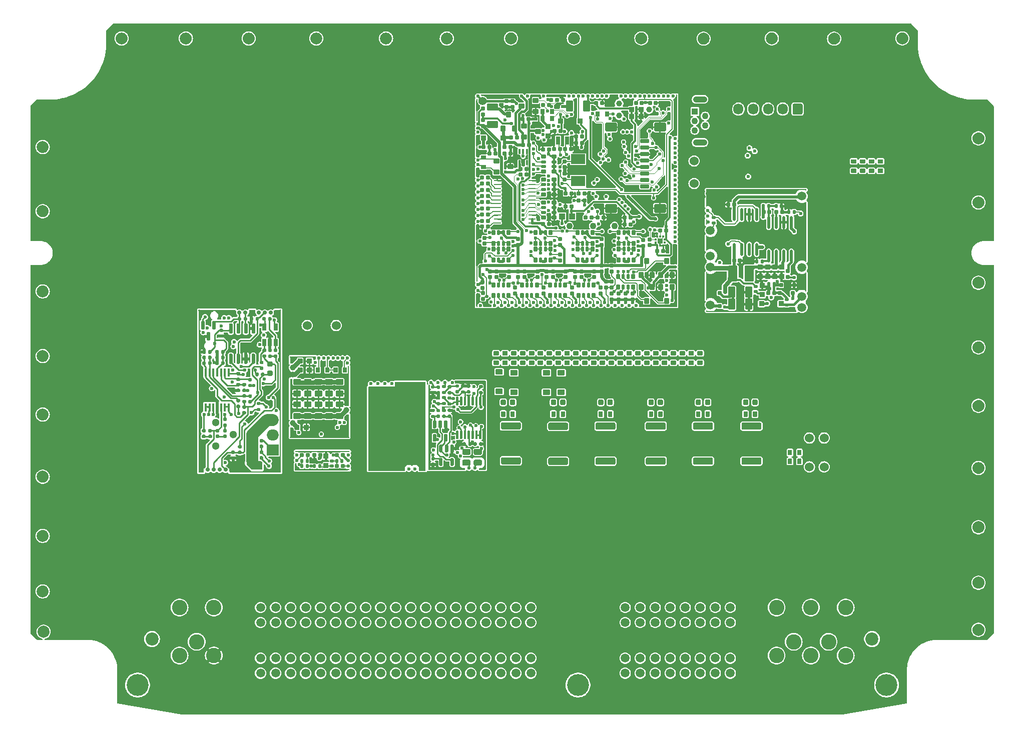
<source format=gbl>
G75*
G70*
%OFA0B0*%
%FSLAX25Y25*%
%IPPOS*%
%LPD*%
%AMOC8*
5,1,8,0,0,1.08239X$1,22.5*
%
%AMM12*
21,1,0.019680,0.019680,0.000000,0.000000,0.000000*
21,1,0.015750,0.023620,0.000000,0.000000,0.000000*
1,1,0.003940,0.007870,-0.009840*
1,1,0.003940,-0.007870,-0.009840*
1,1,0.003940,-0.007870,0.009840*
1,1,0.003940,0.007870,0.009840*
%
%AMM13*
21,1,0.019680,0.019680,0.000000,0.000000,270.000000*
21,1,0.015750,0.023620,0.000000,0.000000,270.000000*
1,1,0.003940,-0.009840,-0.007870*
1,1,0.003940,-0.009840,0.007870*
1,1,0.003940,0.009840,0.007870*
1,1,0.003940,0.009840,-0.007870*
%
%AMM139*
21,1,0.035830,0.026770,-0.000000,-0.000000,180.000000*
21,1,0.029130,0.033470,-0.000000,-0.000000,180.000000*
1,1,0.006690,-0.014570,0.013390*
1,1,0.006690,0.014570,0.013390*
1,1,0.006690,0.014570,-0.013390*
1,1,0.006690,-0.014570,-0.013390*
%
%AMM140*
21,1,0.070870,0.036220,-0.000000,-0.000000,270.000000*
21,1,0.061810,0.045280,-0.000000,-0.000000,270.000000*
1,1,0.009060,-0.018110,-0.030910*
1,1,0.009060,-0.018110,0.030910*
1,1,0.009060,0.018110,0.030910*
1,1,0.009060,0.018110,-0.030910*
%
%AMM143*
21,1,0.023620,0.018900,-0.000000,-0.000000,270.000000*
21,1,0.018900,0.023620,-0.000000,-0.000000,270.000000*
1,1,0.004720,-0.009450,-0.009450*
1,1,0.004720,-0.009450,0.009450*
1,1,0.004720,0.009450,0.009450*
1,1,0.004720,0.009450,-0.009450*
%
%AMM144*
21,1,0.019680,0.019680,-0.000000,-0.000000,180.000000*
21,1,0.015750,0.023620,-0.000000,-0.000000,180.000000*
1,1,0.003940,-0.007870,0.009840*
1,1,0.003940,0.007870,0.009840*
1,1,0.003940,0.007870,-0.009840*
1,1,0.003940,-0.007870,-0.009840*
%
%AMM145*
21,1,0.019680,0.019680,-0.000000,-0.000000,90.000000*
21,1,0.015750,0.023620,-0.000000,-0.000000,90.000000*
1,1,0.003940,0.009840,0.007870*
1,1,0.003940,0.009840,-0.007870*
1,1,0.003940,-0.009840,-0.007870*
1,1,0.003940,-0.009840,0.007870*
%
%AMM159*
21,1,0.023620,0.018900,-0.000000,-0.000000,180.000000*
21,1,0.018900,0.023620,-0.000000,-0.000000,180.000000*
1,1,0.004720,-0.009450,0.009450*
1,1,0.004720,0.009450,0.009450*
1,1,0.004720,0.009450,-0.009450*
1,1,0.004720,-0.009450,-0.009450*
%
%AMM160*
21,1,0.106300,0.050390,-0.000000,-0.000000,270.000000*
21,1,0.093700,0.062990,-0.000000,-0.000000,270.000000*
1,1,0.012600,-0.025200,-0.046850*
1,1,0.012600,-0.025200,0.046850*
1,1,0.012600,0.025200,0.046850*
1,1,0.012600,0.025200,-0.046850*
%
%AMM161*
21,1,0.033470,0.026770,-0.000000,-0.000000,90.000000*
21,1,0.026770,0.033470,-0.000000,-0.000000,90.000000*
1,1,0.006690,0.013390,0.013390*
1,1,0.006690,0.013390,-0.013390*
1,1,0.006690,-0.013390,-0.013390*
1,1,0.006690,-0.013390,0.013390*
%
%AMM162*
21,1,0.122050,0.075590,-0.000000,-0.000000,0.000000*
21,1,0.103150,0.094490,-0.000000,-0.000000,0.000000*
1,1,0.018900,0.051580,-0.037800*
1,1,0.018900,-0.051580,-0.037800*
1,1,0.018900,-0.051580,0.037800*
1,1,0.018900,0.051580,0.037800*
%
%AMM163*
21,1,0.118110,0.083460,-0.000000,-0.000000,180.000000*
21,1,0.097240,0.104330,-0.000000,-0.000000,180.000000*
1,1,0.020870,-0.048620,0.041730*
1,1,0.020870,0.048620,0.041730*
1,1,0.020870,0.048620,-0.041730*
1,1,0.020870,-0.048620,-0.041730*
%
%AMM29*
21,1,0.033470,0.026770,0.000000,0.000000,270.000000*
21,1,0.026770,0.033470,0.000000,0.000000,270.000000*
1,1,0.006690,-0.013390,-0.013390*
1,1,0.006690,-0.013390,0.013390*
1,1,0.006690,0.013390,0.013390*
1,1,0.006690,0.013390,-0.013390*
%
%AMM37*
21,1,0.023620,0.018900,0.000000,0.000000,180.000000*
21,1,0.018900,0.023620,0.000000,0.000000,180.000000*
1,1,0.004720,-0.009450,0.009450*
1,1,0.004720,0.009450,0.009450*
1,1,0.004720,0.009450,-0.009450*
1,1,0.004720,-0.009450,-0.009450*
%
%AMM39*
21,1,0.025590,0.026380,0.000000,0.000000,270.000000*
21,1,0.020470,0.031500,0.000000,0.000000,270.000000*
1,1,0.005120,-0.013190,-0.010240*
1,1,0.005120,-0.013190,0.010240*
1,1,0.005120,0.013190,0.010240*
1,1,0.005120,0.013190,-0.010240*
%
%AMM40*
21,1,0.017720,0.027950,0.000000,0.000000,270.000000*
21,1,0.014170,0.031500,0.000000,0.000000,270.000000*
1,1,0.003540,-0.013980,-0.007090*
1,1,0.003540,-0.013980,0.007090*
1,1,0.003540,0.013980,0.007090*
1,1,0.003540,0.013980,-0.007090*
%
%AMM43*
21,1,0.027560,0.018900,0.000000,0.000000,90.000000*
21,1,0.022840,0.023620,0.000000,0.000000,90.000000*
1,1,0.004720,0.009450,0.011420*
1,1,0.004720,0.009450,-0.011420*
1,1,0.004720,-0.009450,-0.011420*
1,1,0.004720,-0.009450,0.011420*
%
%AMM45*
21,1,0.027560,0.018900,0.000000,0.000000,180.000000*
21,1,0.022840,0.023620,0.000000,0.000000,180.000000*
1,1,0.004720,-0.011420,0.009450*
1,1,0.004720,0.011420,0.009450*
1,1,0.004720,0.011420,-0.009450*
1,1,0.004720,-0.011420,-0.009450*
%
%AMM47*
21,1,0.035430,0.030320,0.000000,0.000000,270.000000*
21,1,0.028350,0.037400,0.000000,0.000000,270.000000*
1,1,0.007090,-0.015160,-0.014170*
1,1,0.007090,-0.015160,0.014170*
1,1,0.007090,0.015160,0.014170*
1,1,0.007090,0.015160,-0.014170*
%
%AMM50*
21,1,0.027560,0.030710,0.000000,0.000000,0.000000*
21,1,0.022050,0.036220,0.000000,0.000000,0.000000*
1,1,0.005510,0.011020,-0.015350*
1,1,0.005510,-0.011020,-0.015350*
1,1,0.005510,-0.011020,0.015350*
1,1,0.005510,0.011020,0.015350*
%
%AMM7*
21,1,0.035830,0.026770,0.000000,0.000000,0.000000*
21,1,0.029130,0.033470,0.000000,0.000000,0.000000*
1,1,0.006690,0.014570,-0.013390*
1,1,0.006690,-0.014570,-0.013390*
1,1,0.006690,-0.014570,0.013390*
1,1,0.006690,0.014570,0.013390*
%
%AMM71*
21,1,0.033470,0.026770,0.000000,0.000000,90.000000*
21,1,0.026770,0.033470,0.000000,0.000000,90.000000*
1,1,0.006690,0.013390,0.013390*
1,1,0.006690,0.013390,-0.013390*
1,1,0.006690,-0.013390,-0.013390*
1,1,0.006690,-0.013390,0.013390*
%
%AMM72*
21,1,0.025590,0.026380,0.000000,0.000000,0.000000*
21,1,0.020470,0.031500,0.000000,0.000000,0.000000*
1,1,0.005120,0.010240,-0.013190*
1,1,0.005120,-0.010240,-0.013190*
1,1,0.005120,-0.010240,0.013190*
1,1,0.005120,0.010240,0.013190*
%
%AMM73*
21,1,0.017720,0.027950,0.000000,0.000000,0.000000*
21,1,0.014170,0.031500,0.000000,0.000000,0.000000*
1,1,0.003540,0.007090,-0.013980*
1,1,0.003540,-0.007090,-0.013980*
1,1,0.003540,-0.007090,0.013980*
1,1,0.003540,0.007090,0.013980*
%
%AMM74*
21,1,0.078740,0.045670,0.000000,0.000000,180.000000*
21,1,0.067320,0.057090,0.000000,0.000000,180.000000*
1,1,0.011420,-0.033660,0.022840*
1,1,0.011420,0.033660,0.022840*
1,1,0.011420,0.033660,-0.022840*
1,1,0.011420,-0.033660,-0.022840*
%
%AMM75*
21,1,0.059060,0.020470,0.000000,0.000000,180.000000*
21,1,0.053940,0.025590,0.000000,0.000000,180.000000*
1,1,0.005120,-0.026970,0.010240*
1,1,0.005120,0.026970,0.010240*
1,1,0.005120,0.026970,-0.010240*
1,1,0.005120,-0.026970,-0.010240*
%
%AMM76*
21,1,0.035430,0.030320,0.000000,0.000000,180.000000*
21,1,0.028350,0.037400,0.000000,0.000000,180.000000*
1,1,0.007090,-0.014170,0.015160*
1,1,0.007090,0.014170,0.015160*
1,1,0.007090,0.014170,-0.015160*
1,1,0.007090,-0.014170,-0.015160*
%
%AMM77*
21,1,0.012600,0.028980,0.000000,0.000000,180.000000*
21,1,0.010080,0.031500,0.000000,0.000000,180.000000*
1,1,0.002520,-0.005040,0.014490*
1,1,0.002520,0.005040,0.014490*
1,1,0.002520,0.005040,-0.014490*
1,1,0.002520,-0.005040,-0.014490*
%
%AMM78*
21,1,0.070870,0.036220,0.000000,0.000000,0.000000*
21,1,0.061810,0.045280,0.000000,0.000000,0.000000*
1,1,0.009060,0.030910,-0.018110*
1,1,0.009060,-0.030910,-0.018110*
1,1,0.009060,-0.030910,0.018110*
1,1,0.009060,0.030910,0.018110*
%
%AMM79*
21,1,0.027560,0.049610,0.000000,0.000000,0.000000*
21,1,0.022050,0.055120,0.000000,0.000000,0.000000*
1,1,0.005510,0.011020,-0.024800*
1,1,0.005510,-0.011020,-0.024800*
1,1,0.005510,-0.011020,0.024800*
1,1,0.005510,0.011020,0.024800*
%
%AMM8*
21,1,0.070870,0.036220,0.000000,0.000000,90.000000*
21,1,0.061810,0.045280,0.000000,0.000000,90.000000*
1,1,0.009060,0.018110,0.030910*
1,1,0.009060,0.018110,-0.030910*
1,1,0.009060,-0.018110,-0.030910*
1,1,0.009060,-0.018110,0.030910*
%
%AMM80*
21,1,0.027560,0.030710,0.000000,0.000000,90.000000*
21,1,0.022050,0.036220,0.000000,0.000000,90.000000*
1,1,0.005510,0.015350,0.011020*
1,1,0.005510,0.015350,-0.011020*
1,1,0.005510,-0.015350,-0.011020*
1,1,0.005510,-0.015350,0.011020*
%
%AMM9*
21,1,0.033470,0.026770,0.000000,0.000000,0.000000*
21,1,0.026770,0.033470,0.000000,0.000000,0.000000*
1,1,0.006690,0.013390,-0.013390*
1,1,0.006690,-0.013390,-0.013390*
1,1,0.006690,-0.013390,0.013390*
1,1,0.006690,0.013390,0.013390*
%
%ADD10C,0.14567*%
%ADD100C,0.03150*%
%ADD11C,0.08661*%
%ADD117C,0.01181*%
%ADD12C,0.10236*%
%ADD120M29*%
%ADD121O,0.01968X0.08661*%
%ADD13C,0.05906*%
%ADD131M37*%
%ADD144C,0.05118*%
%ADD157C,0.01969*%
%ADD158C,0.03900*%
%ADD164M39*%
%ADD165M40*%
%ADD171M43*%
%ADD175M45*%
%ADD177M47*%
%ADD181M50*%
%ADD186C,0.00492*%
%ADD187C,0.01260*%
%ADD188C,0.05512*%
%ADD20C,0.02362*%
%ADD21R,0.04331X0.04331*%
%ADD216M71*%
%ADD217M72*%
%ADD218M73*%
%ADD219M74*%
%ADD22C,0.04331*%
%ADD220M75*%
%ADD221M76*%
%ADD222R,0.01378X0.01476*%
%ADD223R,0.01968X0.01968*%
%ADD224M77*%
%ADD225O,0.04961X0.00984*%
%ADD226M78*%
%ADD227R,0.09449X0.06693*%
%ADD228R,0.01476X0.01378*%
%ADD229M79*%
%ADD23O,0.09449X0.04331*%
%ADD230R,0.03937X0.04331*%
%ADD231M80*%
%ADD24C,0.06000*%
%ADD25C,0.02756*%
%ADD28R,0.04331X0.00984*%
%ADD29R,0.03858X0.00984*%
%ADD31R,0.00984X1.08661*%
%ADD321M139*%
%ADD322M140*%
%ADD325M143*%
%ADD326M144*%
%ADD327M145*%
%ADD33R,0.03740X0.00984*%
%ADD34R,0.17323X0.00787*%
%ADD341M159*%
%ADD342M160*%
%ADD343M161*%
%ADD344M162*%
%ADD345M163*%
%ADD35R,0.00787X0.04724*%
%ADD354R,0.07874X0.07500*%
%ADD355O,0.07874X0.07500*%
%ADD357R,0.01772X0.05709*%
%ADD358R,0.02559X0.04803*%
%ADD36R,0.00787X0.26772*%
%ADD37R,0.00787X0.15748*%
%ADD38R,0.00787X0.07087*%
%ADD39R,0.39370X0.00787*%
%ADD40C,0.03937*%
%ADD41O,0.06693X0.07283*%
%ADD42R,0.24350X0.00984*%
%ADD43R,0.04390X0.00984*%
%ADD44R,0.00984X0.56201*%
%ADD45R,0.00984X0.59449*%
%ADD46R,0.20374X0.00984*%
%ADD47O,0.00787X0.12992*%
%ADD48O,0.00787X0.40157*%
%ADD49O,0.00787X0.01181*%
%ADD50O,0.66929X0.00787*%
%ADD51O,0.60630X0.00787*%
%ADD52O,0.00787X0.18898*%
%ADD53O,0.00787X0.10236*%
%ADD54O,0.00787X0.03937*%
%ADD55O,0.00787X0.05906*%
%ADD56R,0.00787X0.14567*%
%ADD57R,0.00787X0.01575*%
%ADD58R,0.00787X0.06299*%
%ADD59R,0.00787X0.38189*%
%ADD60R,0.00787X0.09055*%
%ADD61R,0.05512X0.00787*%
%ADD62R,0.25197X0.00787*%
%ADD63R,0.06693X0.00787*%
%ADD64R,0.12992X0.00787*%
%ADD65R,0.00787X0.27559*%
%ADD66R,0.00787X0.12992*%
%ADD67R,0.00787X0.24803*%
%ADD68O,0.00787X0.04823*%
%ADD69O,0.36614X0.00787*%
%ADD70C,0.07874*%
%ADD72C,0.00984*%
%ADD73C,0.00787*%
%ADD76C,0.00591*%
%ADD82R,0.24803X0.00984*%
%ADD83R,0.34449X0.00984*%
%ADD84C,0.01968*%
%ADD85C,0.01575*%
%ADD92M7*%
%ADD93M8*%
%ADD94M9*%
%ADD97M12*%
%ADD98M13*%
%ADD99O,0.00787X0.40158*%
X0000000Y0000000D02*
%LPD*%
G01*
D10*
X0073417Y0021622D03*
D11*
X0083063Y0052331D03*
D10*
X0366724Y0021622D03*
D11*
X0562591Y0052331D03*
D10*
X0572236Y0021622D03*
D12*
X0101370Y0041307D03*
X0124205Y0041307D03*
X0112787Y0050480D03*
X0101370Y0073315D03*
X0124205Y0073315D03*
D13*
X0335307Y0073315D03*
X0325307Y0073315D03*
X0315307Y0073315D03*
X0305307Y0073315D03*
X0295307Y0073315D03*
X0285307Y0073315D03*
X0275307Y0073315D03*
X0265307Y0073315D03*
X0255307Y0073315D03*
X0245307Y0073315D03*
X0235307Y0073315D03*
X0225307Y0073315D03*
X0215307Y0073315D03*
X0205307Y0073315D03*
X0195307Y0073315D03*
X0185307Y0073315D03*
X0175307Y0073315D03*
X0165307Y0073315D03*
X0155307Y0073315D03*
X0335307Y0063315D03*
X0325307Y0063315D03*
X0315307Y0063315D03*
X0305307Y0063315D03*
X0295307Y0063315D03*
X0285307Y0063315D03*
X0275307Y0063315D03*
X0265307Y0063315D03*
X0255307Y0063315D03*
X0245307Y0063315D03*
X0235307Y0063315D03*
X0225307Y0063315D03*
X0215307Y0063315D03*
X0205307Y0063315D03*
X0195307Y0063315D03*
X0185307Y0063315D03*
X0175307Y0063315D03*
X0165307Y0063315D03*
X0155307Y0063315D03*
X0335307Y0039496D03*
X0325307Y0039496D03*
X0315307Y0039496D03*
X0305307Y0039496D03*
X0295307Y0039496D03*
X0285307Y0039496D03*
X0275307Y0039496D03*
X0265307Y0039496D03*
X0255307Y0039496D03*
X0245307Y0039496D03*
X0235307Y0039496D03*
X0225307Y0039496D03*
X0215307Y0039496D03*
X0205307Y0039496D03*
X0195307Y0039496D03*
X0185307Y0039496D03*
X0175307Y0039496D03*
X0165307Y0039496D03*
X0155307Y0039496D03*
X0335307Y0029496D03*
X0325307Y0029496D03*
X0315307Y0029496D03*
X0305307Y0029496D03*
X0295307Y0029496D03*
X0285307Y0029496D03*
X0275307Y0029496D03*
X0265307Y0029496D03*
X0255307Y0029496D03*
X0245307Y0029496D03*
X0235307Y0029496D03*
X0225307Y0029496D03*
X0215307Y0029496D03*
X0205307Y0029496D03*
X0195307Y0029496D03*
X0185307Y0029496D03*
X0175307Y0029496D03*
X0165307Y0029496D03*
X0155307Y0029496D03*
X0398181Y0029496D03*
X0408181Y0029496D03*
X0418181Y0029496D03*
X0428181Y0029496D03*
X0438181Y0029496D03*
X0448181Y0029496D03*
X0458181Y0029496D03*
X0468181Y0029496D03*
X0398181Y0039496D03*
X0408181Y0039496D03*
X0418181Y0039496D03*
X0428181Y0039496D03*
X0438181Y0039496D03*
X0448181Y0039496D03*
X0458181Y0039496D03*
X0468181Y0039496D03*
X0398181Y0063315D03*
X0408181Y0063315D03*
X0418181Y0063315D03*
X0428181Y0063315D03*
X0438181Y0063315D03*
X0448181Y0063315D03*
X0458181Y0063315D03*
X0468181Y0063315D03*
X0398181Y0073315D03*
X0408181Y0073315D03*
X0418181Y0073315D03*
X0428181Y0073315D03*
X0438181Y0073315D03*
X0448181Y0073315D03*
X0458181Y0073315D03*
X0468181Y0073315D03*
D12*
X0499008Y0041307D03*
X0521843Y0041307D03*
X0545071Y0041307D03*
X0510425Y0050480D03*
X0533654Y0050480D03*
X0499008Y0073315D03*
X0521843Y0073315D03*
X0545071Y0073315D03*
D20*
X0480955Y0379600D03*
X0484400Y0377533D03*
X0479774Y0374580D03*
X0480069Y0360604D03*
D21*
X0444587Y0404035D03*
D22*
X0451476Y0400886D03*
X0444587Y0397736D03*
X0451476Y0394587D03*
X0444587Y0391437D03*
D23*
X0448031Y0412106D03*
X0448031Y0383366D03*
D24*
X0530709Y0167028D03*
X0530709Y0186319D03*
X0186417Y0261319D03*
X0205709Y0261319D03*
X0520866Y0167028D03*
X0520866Y0186319D03*
D25*
X0120177Y0165157D03*
X0131988Y0165157D03*
X0128051Y0165157D03*
X0124114Y0165157D03*
D28*
X0166831Y0271358D03*
D29*
X0149744Y0271358D03*
D82*
X0126280Y0271358D03*
D31*
X0168504Y0217520D03*
X0114370Y0217520D03*
D83*
X0151772Y0163681D03*
D33*
X0115748Y0163681D03*
D25*
X0158169Y0269847D03*
X0154232Y0269847D03*
X0141256Y0269847D03*
X0145256Y0269847D03*
X0162106Y0269847D03*
D34*
X0183563Y0240354D03*
D35*
X0175295Y0238386D03*
D36*
X0213878Y0221063D03*
X0175295Y0212402D03*
D37*
X0213878Y0194291D03*
D38*
X0175295Y0189961D03*
D39*
X0194587Y0186811D03*
D20*
X0213091Y0236417D03*
D40*
X0212303Y0204921D03*
X0176870Y0233268D03*
X0176870Y0228543D03*
X0176870Y0196260D03*
D20*
X0213091Y0239567D03*
X0209941Y0239567D03*
X0206791Y0239567D03*
X0203642Y0239567D03*
X0200492Y0239567D03*
X0197343Y0239567D03*
X0194193Y0239567D03*
G36*
G01*
X0516339Y0408268D02*
X0516339Y0402953D01*
G75*
G02*
X0515354Y0401969I-000984J0000000D01*
G01*
X0510630Y0401969D01*
G75*
G02*
X0509646Y0402953I0000000J0000984D01*
G01*
X0509646Y0408268D01*
G75*
G02*
X0510630Y0409252I0000984J0000000D01*
G01*
X0515354Y0409252D01*
G75*
G02*
X0516339Y0408268I0000000J-000984D01*
G01*
G37*
D41*
X0503150Y0405610D03*
X0493307Y0405610D03*
X0483465Y0405610D03*
X0473622Y0405610D03*
D20*
X0278248Y0223228D03*
X0282972Y0223228D03*
X0273524Y0223228D03*
X0268799Y0223228D03*
D42*
X0279301Y0165551D03*
D43*
X0303120Y0165551D03*
D44*
X0267618Y0193159D03*
D45*
X0304823Y0194783D03*
D46*
X0295128Y0224016D03*
D20*
X0294232Y0166437D03*
X0298169Y0166437D03*
D13*
X0454921Y0275098D03*
X0454921Y0300295D03*
X0454921Y0307776D03*
X0454921Y0324705D03*
D20*
X0453150Y0334154D03*
X0453150Y0338091D03*
D47*
X0518504Y0290256D03*
D48*
X0518504Y0323720D03*
D49*
X0518504Y0351673D03*
D50*
X0485433Y0351870D03*
D51*
X0482283Y0270768D03*
D13*
X0454921Y0349311D03*
D49*
X0452362Y0270965D03*
D52*
X0452362Y0287500D03*
D53*
X0452362Y0316437D03*
D54*
X0452362Y0330217D03*
D55*
X0452362Y0343209D03*
D13*
X0515945Y0273327D03*
X0515945Y0280610D03*
X0515945Y0300098D03*
X0515945Y0347539D03*
D20*
X0238189Y0222490D03*
X0242913Y0222490D03*
X0233465Y0222490D03*
X0228740Y0222490D03*
D42*
X0239242Y0164813D03*
D43*
X0263061Y0164813D03*
D44*
X0227559Y0192421D03*
D45*
X0264764Y0194045D03*
D46*
X0255069Y0223278D03*
D20*
X0254173Y0165699D03*
X0258110Y0165699D03*
D24*
X0444094Y0355984D03*
X0444094Y0370984D03*
D20*
X0431594Y0300394D03*
X0431595Y0317323D03*
X0431595Y0320472D03*
X0431595Y0323622D03*
X0431595Y0326772D03*
X0431595Y0329921D03*
X0431595Y0333071D03*
X0431595Y0336220D03*
X0431595Y0339370D03*
X0431595Y0342520D03*
X0431595Y0345669D03*
X0431595Y0348819D03*
X0431595Y0351968D03*
X0431595Y0355118D03*
X0431595Y0358268D03*
X0431594Y0361417D03*
X0431595Y0364567D03*
X0431595Y0370079D03*
X0431595Y0373228D03*
X0431595Y0376378D03*
X0431595Y0379528D03*
X0431595Y0382677D03*
X0431595Y0385827D03*
D56*
X0299311Y0404921D03*
D57*
X0299311Y0392913D03*
D56*
X0299311Y0380905D03*
D58*
X0299311Y0363386D03*
D59*
X0299311Y0309646D03*
D60*
X0299311Y0278150D03*
D61*
X0306398Y0274016D03*
D62*
X0314665Y0414961D03*
D63*
X0338484Y0414961D03*
D64*
X0352264Y0414961D03*
D61*
X0390650Y0414961D03*
D62*
X0420177Y0274016D03*
D65*
X0432382Y0401575D03*
D57*
X0432382Y0367323D03*
D66*
X0432382Y0308858D03*
D67*
X0432382Y0286024D03*
D20*
X0430020Y0414173D03*
X0426870Y0414173D03*
X0423720Y0414173D03*
X0420571Y0414173D03*
X0417421Y0414173D03*
X0414272Y0414173D03*
X0411122Y0414173D03*
X0407972Y0414173D03*
X0404823Y0414173D03*
X0401673Y0414173D03*
X0398524Y0414173D03*
X0395374Y0414173D03*
X0385925Y0414173D03*
X0382776Y0414173D03*
X0379626Y0414173D03*
X0376476Y0414173D03*
X0373327Y0414173D03*
X0370177Y0414173D03*
X0367028Y0414173D03*
X0363878Y0414173D03*
X0360728Y0414173D03*
X0343799Y0414173D03*
X0333169Y0414173D03*
X0329232Y0414173D03*
X0300098Y0414173D03*
X0405610Y0274803D03*
X0400886Y0274803D03*
X0396161Y0274803D03*
X0391437Y0274803D03*
X0386713Y0274803D03*
X0381988Y0274803D03*
X0377264Y0274803D03*
X0372539Y0274803D03*
X0367815Y0274803D03*
X0363091Y0274803D03*
X0358366Y0274803D03*
X0353642Y0274803D03*
X0348917Y0274803D03*
X0344193Y0274803D03*
X0339469Y0274803D03*
X0334744Y0274803D03*
X0330020Y0274803D03*
X0325295Y0274803D03*
X0320571Y0274803D03*
X0315846Y0274803D03*
X0311122Y0274803D03*
X0301673Y0274803D03*
X0300098Y0284646D03*
X0300098Y0288583D03*
X0300098Y0330709D03*
X0300098Y0334646D03*
X0300098Y0338583D03*
X0300098Y0342520D03*
X0300098Y0346457D03*
X0300098Y0350394D03*
X0300098Y0354331D03*
X0300098Y0358268D03*
X0300098Y0368504D03*
X0300098Y0371653D03*
X0300098Y0390157D03*
X0300098Y0395669D03*
X0213681Y0175000D03*
D68*
X0178642Y0167224D03*
D69*
X0196555Y0177362D03*
X0196555Y0165157D03*
D20*
X0213681Y0171260D03*
X0213681Y0167520D03*
X0179429Y0171457D03*
X0179429Y0175000D03*
G36*
G01*
X0363819Y0244193D02*
X0366890Y0244193D01*
G75*
G02*
X0367165Y0243917I0000000J-000276D01*
G01*
X0367165Y0241713D01*
G75*
G02*
X0366890Y0241437I-000276J0000000D01*
G01*
X0363819Y0241437D01*
G75*
G02*
X0363543Y0241713I0000000J0000276D01*
G01*
X0363543Y0243917D01*
G75*
G02*
X0363819Y0244193I0000276J0000000D01*
G01*
G37*
G36*
G01*
X0363819Y0237894D02*
X0366890Y0237894D01*
G75*
G02*
X0367165Y0237618I0000000J-000276D01*
G01*
X0367165Y0235413D01*
G75*
G02*
X0366890Y0235138I-000276J0000000D01*
G01*
X0363819Y0235138D01*
G75*
G02*
X0363543Y0235413I0000000J0000276D01*
G01*
X0363543Y0237618D01*
G75*
G02*
X0363819Y0237894I0000276J0000000D01*
G01*
G37*
G36*
G01*
X0476654Y0196654D02*
X0487874Y0196654D01*
G75*
G02*
X0488858Y0195669I0000000J-000984D01*
G01*
X0488858Y0192815D01*
G75*
G02*
X0487874Y0191831I-000984J0000000D01*
G01*
X0476654Y0191831D01*
G75*
G02*
X0475669Y0192815I0000000J0000984D01*
G01*
X0475669Y0195669D01*
G75*
G02*
X0476654Y0196654I0000984J0000000D01*
G01*
G37*
G36*
G01*
X0476654Y0173327D02*
X0487874Y0173327D01*
G75*
G02*
X0488858Y0172343I0000000J-000984D01*
G01*
X0488858Y0169488D01*
G75*
G02*
X0487874Y0168504I-000984J0000000D01*
G01*
X0476654Y0168504D01*
G75*
G02*
X0475669Y0169488I0000000J0000984D01*
G01*
X0475669Y0172343D01*
G75*
G02*
X0476654Y0173327I0000984J0000000D01*
G01*
G37*
G36*
G01*
X0358071Y0203799D02*
X0358071Y0200728D01*
G75*
G02*
X0357795Y0200453I-000276J0000000D01*
G01*
X0355591Y0200453D01*
G75*
G02*
X0355315Y0200728I0000000J0000276D01*
G01*
X0355315Y0203799D01*
G75*
G02*
X0355591Y0204075I0000276J0000000D01*
G01*
X0357795Y0204075D01*
G75*
G02*
X0358071Y0203799I0000000J-000276D01*
G01*
G37*
G36*
G01*
X0351772Y0203799D02*
X0351772Y0200728D01*
G75*
G02*
X0351496Y0200453I-000276J0000000D01*
G01*
X0349291Y0200453D01*
G75*
G02*
X0349016Y0200728I0000000J0000276D01*
G01*
X0349016Y0203799D01*
G75*
G02*
X0349291Y0204075I0000276J0000000D01*
G01*
X0351496Y0204075D01*
G75*
G02*
X0351772Y0203799I0000000J-000276D01*
G01*
G37*
G36*
G01*
X0393346Y0244193D02*
X0396417Y0244193D01*
G75*
G02*
X0396693Y0243917I0000000J-000276D01*
G01*
X0396693Y0241713D01*
G75*
G02*
X0396417Y0241437I-000276J0000000D01*
G01*
X0393346Y0241437D01*
G75*
G02*
X0393071Y0241713I0000000J0000276D01*
G01*
X0393071Y0243917D01*
G75*
G02*
X0393346Y0244193I0000276J0000000D01*
G01*
G37*
G36*
G01*
X0393346Y0237894D02*
X0396417Y0237894D01*
G75*
G02*
X0396693Y0237618I0000000J-000276D01*
G01*
X0396693Y0235413D01*
G75*
G02*
X0396417Y0235138I-000276J0000000D01*
G01*
X0393346Y0235138D01*
G75*
G02*
X0393071Y0235413I0000000J0000276D01*
G01*
X0393071Y0237618D01*
G75*
G02*
X0393346Y0237894I0000276J0000000D01*
G01*
G37*
G36*
G01*
X0422874Y0244193D02*
X0425945Y0244193D01*
G75*
G02*
X0426220Y0243917I0000000J-000276D01*
G01*
X0426220Y0241713D01*
G75*
G02*
X0425945Y0241437I-000276J0000000D01*
G01*
X0422874Y0241437D01*
G75*
G02*
X0422598Y0241713I0000000J0000276D01*
G01*
X0422598Y0243917D01*
G75*
G02*
X0422874Y0244193I0000276J0000000D01*
G01*
G37*
G36*
G01*
X0422874Y0237894D02*
X0425945Y0237894D01*
G75*
G02*
X0426220Y0237618I0000000J-000276D01*
G01*
X0426220Y0235413D01*
G75*
G02*
X0425945Y0235138I-000276J0000000D01*
G01*
X0422874Y0235138D01*
G75*
G02*
X0422598Y0235413I0000000J0000276D01*
G01*
X0422598Y0237618D01*
G75*
G02*
X0422874Y0237894I0000276J0000000D01*
G01*
G37*
G36*
G01*
X0353504Y0231594D02*
X0357520Y0231594D01*
G75*
G02*
X0357874Y0231240I0000000J-000354D01*
G01*
X0357874Y0228406D01*
G75*
G02*
X0357520Y0228051I-000354J0000000D01*
G01*
X0353504Y0228051D01*
G75*
G02*
X0353150Y0228406I0000000J0000354D01*
G01*
X0353150Y0231240D01*
G75*
G02*
X0353504Y0231594I0000354J0000000D01*
G01*
G37*
G36*
G01*
X0353504Y0218602D02*
X0357520Y0218602D01*
G75*
G02*
X0357874Y0218248I0000000J-000354D01*
G01*
X0357874Y0215413D01*
G75*
G02*
X0357520Y0215059I-000354J0000000D01*
G01*
X0353504Y0215059D01*
G75*
G02*
X0353150Y0215413I0000000J0000354D01*
G01*
X0353150Y0218248D01*
G75*
G02*
X0353504Y0218602I0000354J0000000D01*
G01*
G37*
G36*
G01*
X0476673Y0209129D02*
X0476673Y0211147D01*
G75*
G02*
X0477534Y0212008I0000861J0000000D01*
G01*
X0479257Y0212008D01*
G75*
G02*
X0480118Y0211147I0000000J-000861D01*
G01*
X0480118Y0209129D01*
G75*
G02*
X0479257Y0208268I-000861J0000000D01*
G01*
X0477534Y0208268D01*
G75*
G02*
X0476673Y0209129I0000000J0000861D01*
G01*
G37*
G36*
G01*
X0482874Y0209129D02*
X0482874Y0211147D01*
G75*
G02*
X0483735Y0212008I0000861J0000000D01*
G01*
X0485458Y0212008D01*
G75*
G02*
X0486319Y0211147I0000000J-000861D01*
G01*
X0486319Y0209129D01*
G75*
G02*
X0485458Y0208268I-000861J0000000D01*
G01*
X0483735Y0208268D01*
G75*
G02*
X0482874Y0209129I0000000J0000861D01*
G01*
G37*
G36*
G01*
X0387441Y0244193D02*
X0390512Y0244193D01*
G75*
G02*
X0390787Y0243917I0000000J-000276D01*
G01*
X0390787Y0241713D01*
G75*
G02*
X0390512Y0241437I-000276J0000000D01*
G01*
X0387441Y0241437D01*
G75*
G02*
X0387165Y0241713I0000000J0000276D01*
G01*
X0387165Y0243917D01*
G75*
G02*
X0387441Y0244193I0000276J0000000D01*
G01*
G37*
G36*
G01*
X0387441Y0237894D02*
X0390512Y0237894D01*
G75*
G02*
X0390787Y0237618I0000000J-000276D01*
G01*
X0390787Y0235413D01*
G75*
G02*
X0390512Y0235138I-000276J0000000D01*
G01*
X0387441Y0235138D01*
G75*
G02*
X0387165Y0235413I0000000J0000276D01*
G01*
X0387165Y0237618D01*
G75*
G02*
X0387441Y0237894I0000276J0000000D01*
G01*
G37*
G36*
G01*
X0381535Y0244193D02*
X0384606Y0244193D01*
G75*
G02*
X0384882Y0243917I0000000J-000276D01*
G01*
X0384882Y0241713D01*
G75*
G02*
X0384606Y0241437I-000276J0000000D01*
G01*
X0381535Y0241437D01*
G75*
G02*
X0381260Y0241713I0000000J0000276D01*
G01*
X0381260Y0243917D01*
G75*
G02*
X0381535Y0244193I0000276J0000000D01*
G01*
G37*
G36*
G01*
X0381535Y0237894D02*
X0384606Y0237894D01*
G75*
G02*
X0384882Y0237618I0000000J-000276D01*
G01*
X0384882Y0235413D01*
G75*
G02*
X0384606Y0235138I-000276J0000000D01*
G01*
X0381535Y0235138D01*
G75*
G02*
X0381260Y0235413I0000000J0000276D01*
G01*
X0381260Y0237618D01*
G75*
G02*
X0381535Y0237894I0000276J0000000D01*
G01*
G37*
G36*
G01*
X0389567Y0203799D02*
X0389567Y0200728D01*
G75*
G02*
X0389291Y0200453I-000276J0000000D01*
G01*
X0387087Y0200453D01*
G75*
G02*
X0386811Y0200728I0000000J0000276D01*
G01*
X0386811Y0203799D01*
G75*
G02*
X0387087Y0204075I0000276J0000000D01*
G01*
X0389291Y0204075D01*
G75*
G02*
X0389567Y0203799I0000000J-000276D01*
G01*
G37*
G36*
G01*
X0383268Y0203799D02*
X0383268Y0200728D01*
G75*
G02*
X0382992Y0200453I-000276J0000000D01*
G01*
X0380787Y0200453D01*
G75*
G02*
X0380512Y0200728I0000000J0000276D01*
G01*
X0380512Y0203799D01*
G75*
G02*
X0380787Y0204075I0000276J0000000D01*
G01*
X0382992Y0204075D01*
G75*
G02*
X0383268Y0203799I0000000J-000276D01*
G01*
G37*
G36*
G01*
X0346102Y0244193D02*
X0349173Y0244193D01*
G75*
G02*
X0349449Y0243917I0000000J-000276D01*
G01*
X0349449Y0241713D01*
G75*
G02*
X0349173Y0241437I-000276J0000000D01*
G01*
X0346102Y0241437D01*
G75*
G02*
X0345827Y0241713I0000000J0000276D01*
G01*
X0345827Y0243917D01*
G75*
G02*
X0346102Y0244193I0000276J0000000D01*
G01*
G37*
G36*
G01*
X0346102Y0237894D02*
X0349173Y0237894D01*
G75*
G02*
X0349449Y0237618I0000000J-000276D01*
G01*
X0349449Y0235413D01*
G75*
G02*
X0349173Y0235138I-000276J0000000D01*
G01*
X0346102Y0235138D01*
G75*
G02*
X0345827Y0235413I0000000J0000276D01*
G01*
X0345827Y0237618D01*
G75*
G02*
X0346102Y0237894I0000276J0000000D01*
G01*
G37*
G36*
G01*
X0340197Y0244193D02*
X0343268Y0244193D01*
G75*
G02*
X0343543Y0243917I0000000J-000276D01*
G01*
X0343543Y0241713D01*
G75*
G02*
X0343268Y0241437I-000276J0000000D01*
G01*
X0340197Y0241437D01*
G75*
G02*
X0339921Y0241713I0000000J0000276D01*
G01*
X0339921Y0243917D01*
G75*
G02*
X0340197Y0244193I0000276J0000000D01*
G01*
G37*
G36*
G01*
X0340197Y0237894D02*
X0343268Y0237894D01*
G75*
G02*
X0343543Y0237618I0000000J-000276D01*
G01*
X0343543Y0235413D01*
G75*
G02*
X0343268Y0235138I-000276J0000000D01*
G01*
X0340197Y0235138D01*
G75*
G02*
X0339921Y0235413I0000000J0000276D01*
G01*
X0339921Y0237618D01*
G75*
G02*
X0340197Y0237894I0000276J0000000D01*
G01*
G37*
G36*
G01*
X0312165Y0232185D02*
X0316181Y0232185D01*
G75*
G02*
X0316535Y0231831I0000000J-000354D01*
G01*
X0316535Y0228996D01*
G75*
G02*
X0316181Y0228642I-000354J0000000D01*
G01*
X0312165Y0228642D01*
G75*
G02*
X0311811Y0228996I0000000J0000354D01*
G01*
X0311811Y0231831D01*
G75*
G02*
X0312165Y0232185I0000354J0000000D01*
G01*
G37*
G36*
G01*
X0312165Y0219193D02*
X0316181Y0219193D01*
G75*
G02*
X0316535Y0218839I0000000J-000354D01*
G01*
X0316535Y0216004D01*
G75*
G02*
X0316181Y0215650I-000354J0000000D01*
G01*
X0312165Y0215650D01*
G75*
G02*
X0311811Y0216004I0000000J0000354D01*
G01*
X0311811Y0218839D01*
G75*
G02*
X0312165Y0219193I0000354J0000000D01*
G01*
G37*
G36*
G01*
X0440591Y0244193D02*
X0443661Y0244193D01*
G75*
G02*
X0443937Y0243917I0000000J-000276D01*
G01*
X0443937Y0241713D01*
G75*
G02*
X0443661Y0241437I-000276J0000000D01*
G01*
X0440591Y0241437D01*
G75*
G02*
X0440315Y0241713I0000000J0000276D01*
G01*
X0440315Y0243917D01*
G75*
G02*
X0440591Y0244193I0000276J0000000D01*
G01*
G37*
G36*
G01*
X0440591Y0237894D02*
X0443661Y0237894D01*
G75*
G02*
X0443937Y0237618I0000000J-000276D01*
G01*
X0443937Y0235413D01*
G75*
G02*
X0443661Y0235138I-000276J0000000D01*
G01*
X0440591Y0235138D01*
G75*
G02*
X0440315Y0235413I0000000J0000276D01*
G01*
X0440315Y0237618D01*
G75*
G02*
X0440591Y0237894I0000276J0000000D01*
G01*
G37*
G36*
G01*
X0324606Y0203799D02*
X0324606Y0200728D01*
G75*
G02*
X0324331Y0200453I-000276J0000000D01*
G01*
X0322126Y0200453D01*
G75*
G02*
X0321850Y0200728I0000000J0000276D01*
G01*
X0321850Y0203799D01*
G75*
G02*
X0322126Y0204075I0000276J0000000D01*
G01*
X0324331Y0204075D01*
G75*
G02*
X0324606Y0203799I0000000J-000276D01*
G01*
G37*
G36*
G01*
X0318307Y0203799D02*
X0318307Y0200728D01*
G75*
G02*
X0318031Y0200453I-000276J0000000D01*
G01*
X0315827Y0200453D01*
G75*
G02*
X0315551Y0200728I0000000J0000276D01*
G01*
X0315551Y0203799D01*
G75*
G02*
X0315827Y0204075I0000276J0000000D01*
G01*
X0318031Y0204075D01*
G75*
G02*
X0318307Y0203799I0000000J-000276D01*
G01*
G37*
G36*
G01*
X0423031Y0203799D02*
X0423031Y0200728D01*
G75*
G02*
X0422756Y0200453I-000276J0000000D01*
G01*
X0420551Y0200453D01*
G75*
G02*
X0420276Y0200728I0000000J0000276D01*
G01*
X0420276Y0203799D01*
G75*
G02*
X0420551Y0204075I0000276J0000000D01*
G01*
X0422756Y0204075D01*
G75*
G02*
X0423031Y0203799I0000000J-000276D01*
G01*
G37*
G36*
G01*
X0416732Y0203799D02*
X0416732Y0200728D01*
G75*
G02*
X0416457Y0200453I-000276J0000000D01*
G01*
X0414252Y0200453D01*
G75*
G02*
X0413976Y0200728I0000000J0000276D01*
G01*
X0413976Y0203799D01*
G75*
G02*
X0414252Y0204075I0000276J0000000D01*
G01*
X0416457Y0204075D01*
G75*
G02*
X0416732Y0203799I0000000J-000276D01*
G01*
G37*
G36*
G01*
X0411063Y0244193D02*
X0414134Y0244193D01*
G75*
G02*
X0414409Y0243917I0000000J-000276D01*
G01*
X0414409Y0241713D01*
G75*
G02*
X0414134Y0241437I-000276J0000000D01*
G01*
X0411063Y0241437D01*
G75*
G02*
X0410787Y0241713I0000000J0000276D01*
G01*
X0410787Y0243917D01*
G75*
G02*
X0411063Y0244193I0000276J0000000D01*
G01*
G37*
G36*
G01*
X0411063Y0237894D02*
X0414134Y0237894D01*
G75*
G02*
X0414409Y0237618I0000000J-000276D01*
G01*
X0414409Y0235413D01*
G75*
G02*
X0414134Y0235138I-000276J0000000D01*
G01*
X0411063Y0235138D01*
G75*
G02*
X0410787Y0235413I0000000J0000276D01*
G01*
X0410787Y0237618D01*
G75*
G02*
X0411063Y0237894I0000276J0000000D01*
G01*
G37*
G36*
G01*
X0554764Y0372146D02*
X0557835Y0372146D01*
G75*
G02*
X0558110Y0371870I0000000J-000276D01*
G01*
X0558110Y0369665D01*
G75*
G02*
X0557835Y0369390I-000276J0000000D01*
G01*
X0554764Y0369390D01*
G75*
G02*
X0554488Y0369665I0000000J0000276D01*
G01*
X0554488Y0371870D01*
G75*
G02*
X0554764Y0372146I0000276J0000000D01*
G01*
G37*
G36*
G01*
X0554764Y0365846D02*
X0557835Y0365846D01*
G75*
G02*
X0558110Y0365571I0000000J-000276D01*
G01*
X0558110Y0363366D01*
G75*
G02*
X0557835Y0363091I-000276J0000000D01*
G01*
X0554764Y0363091D01*
G75*
G02*
X0554488Y0363366I0000000J0000276D01*
G01*
X0554488Y0365571D01*
G75*
G02*
X0554764Y0365846I0000276J0000000D01*
G01*
G37*
G36*
G01*
X0310669Y0244193D02*
X0313740Y0244193D01*
G75*
G02*
X0314016Y0243917I0000000J-000276D01*
G01*
X0314016Y0241713D01*
G75*
G02*
X0313740Y0241437I-000276J0000000D01*
G01*
X0310669Y0241437D01*
G75*
G02*
X0310394Y0241713I0000000J0000276D01*
G01*
X0310394Y0243917D01*
G75*
G02*
X0310669Y0244193I0000276J0000000D01*
G01*
G37*
G36*
G01*
X0310669Y0237894D02*
X0313740Y0237894D01*
G75*
G02*
X0314016Y0237618I0000000J-000276D01*
G01*
X0314016Y0235413D01*
G75*
G02*
X0313740Y0235138I-000276J0000000D01*
G01*
X0310669Y0235138D01*
G75*
G02*
X0310394Y0235413I0000000J0000276D01*
G01*
X0310394Y0237618D01*
G75*
G02*
X0310669Y0237894I0000276J0000000D01*
G01*
G37*
G36*
G01*
X0316575Y0244193D02*
X0319646Y0244193D01*
G75*
G02*
X0319921Y0243917I0000000J-000276D01*
G01*
X0319921Y0241713D01*
G75*
G02*
X0319646Y0241437I-000276J0000000D01*
G01*
X0316575Y0241437D01*
G75*
G02*
X0316299Y0241713I0000000J0000276D01*
G01*
X0316299Y0243917D01*
G75*
G02*
X0316575Y0244193I0000276J0000000D01*
G01*
G37*
G36*
G01*
X0316575Y0237894D02*
X0319646Y0237894D01*
G75*
G02*
X0319921Y0237618I0000000J-000276D01*
G01*
X0319921Y0235413D01*
G75*
G02*
X0319646Y0235138I-000276J0000000D01*
G01*
X0316575Y0235138D01*
G75*
G02*
X0316299Y0235413I0000000J0000276D01*
G01*
X0316299Y0237618D01*
G75*
G02*
X0316575Y0237894I0000276J0000000D01*
G01*
G37*
G36*
G01*
X0322008Y0231594D02*
X0326024Y0231594D01*
G75*
G02*
X0326378Y0231240I0000000J-000354D01*
G01*
X0326378Y0228406D01*
G75*
G02*
X0326024Y0228051I-000354J0000000D01*
G01*
X0322008Y0228051D01*
G75*
G02*
X0321654Y0228406I0000000J0000354D01*
G01*
X0321654Y0231240D01*
G75*
G02*
X0322008Y0231594I0000354J0000000D01*
G01*
G37*
G36*
G01*
X0322008Y0218602D02*
X0326024Y0218602D01*
G75*
G02*
X0326378Y0218248I0000000J-000354D01*
G01*
X0326378Y0215413D01*
G75*
G02*
X0326024Y0215059I-000354J0000000D01*
G01*
X0322008Y0215059D01*
G75*
G02*
X0321654Y0215413I0000000J0000354D01*
G01*
X0321654Y0218248D01*
G75*
G02*
X0322008Y0218602I0000354J0000000D01*
G01*
G37*
G36*
G01*
X0548858Y0372146D02*
X0551929Y0372146D01*
G75*
G02*
X0552205Y0371870I0000000J-000276D01*
G01*
X0552205Y0369665D01*
G75*
G02*
X0551929Y0369390I-000276J0000000D01*
G01*
X0548858Y0369390D01*
G75*
G02*
X0548583Y0369665I0000000J0000276D01*
G01*
X0548583Y0371870D01*
G75*
G02*
X0548858Y0372146I0000276J0000000D01*
G01*
G37*
G36*
G01*
X0548858Y0365846D02*
X0551929Y0365846D01*
G75*
G02*
X0552205Y0365571I0000000J-000276D01*
G01*
X0552205Y0363366D01*
G75*
G02*
X0551929Y0363091I-000276J0000000D01*
G01*
X0548858Y0363091D01*
G75*
G02*
X0548583Y0363366I0000000J0000276D01*
G01*
X0548583Y0365571D01*
G75*
G02*
X0548858Y0365846I0000276J0000000D01*
G01*
G37*
G36*
G01*
X0316437Y0196801D02*
X0327657Y0196801D01*
G75*
G02*
X0328642Y0195817I0000000J-000984D01*
G01*
X0328642Y0192963D01*
G75*
G02*
X0327657Y0191978I-000984J0000000D01*
G01*
X0316437Y0191978D01*
G75*
G02*
X0315453Y0192963I0000000J0000984D01*
G01*
X0315453Y0195817D01*
G75*
G02*
X0316437Y0196801I0000984J0000000D01*
G01*
G37*
G36*
G01*
X0316437Y0173474D02*
X0327657Y0173474D01*
G75*
G02*
X0328642Y0172490I0000000J-000984D01*
G01*
X0328642Y0169636D01*
G75*
G02*
X0327657Y0168652I-000984J0000000D01*
G01*
X0316437Y0168652D01*
G75*
G02*
X0315453Y0169636I0000000J0000984D01*
G01*
X0315453Y0172490D01*
G75*
G02*
X0316437Y0173474I0000984J0000000D01*
G01*
G37*
G36*
G01*
X0560669Y0372146D02*
X0563740Y0372146D01*
G75*
G02*
X0564016Y0371870I0000000J-000276D01*
G01*
X0564016Y0369665D01*
G75*
G02*
X0563740Y0369390I-000276J0000000D01*
G01*
X0560669Y0369390D01*
G75*
G02*
X0560394Y0369665I0000000J0000276D01*
G01*
X0560394Y0371870D01*
G75*
G02*
X0560669Y0372146I0000276J0000000D01*
G01*
G37*
G36*
G01*
X0560669Y0365846D02*
X0563740Y0365846D01*
G75*
G02*
X0564016Y0365571I0000000J-000276D01*
G01*
X0564016Y0363366D01*
G75*
G02*
X0563740Y0363091I-000276J0000000D01*
G01*
X0560669Y0363091D01*
G75*
G02*
X0560394Y0363366I0000000J0000276D01*
G01*
X0560394Y0365571D01*
G75*
G02*
X0560669Y0365846I0000276J0000000D01*
G01*
G37*
G36*
G01*
X0328386Y0244193D02*
X0331457Y0244193D01*
G75*
G02*
X0331732Y0243917I0000000J-000276D01*
G01*
X0331732Y0241713D01*
G75*
G02*
X0331457Y0241437I-000276J0000000D01*
G01*
X0328386Y0241437D01*
G75*
G02*
X0328110Y0241713I0000000J0000276D01*
G01*
X0328110Y0243917D01*
G75*
G02*
X0328386Y0244193I0000276J0000000D01*
G01*
G37*
G36*
G01*
X0328386Y0237894D02*
X0331457Y0237894D01*
G75*
G02*
X0331732Y0237618I0000000J-000276D01*
G01*
X0331732Y0235413D01*
G75*
G02*
X0331457Y0235138I-000276J0000000D01*
G01*
X0328386Y0235138D01*
G75*
G02*
X0328110Y0235413I0000000J0000276D01*
G01*
X0328110Y0237618D01*
G75*
G02*
X0328386Y0237894I0000276J0000000D01*
G01*
G37*
G36*
G01*
X0413681Y0209129D02*
X0413681Y0211147D01*
G75*
G02*
X0414542Y0212008I0000861J0000000D01*
G01*
X0416265Y0212008D01*
G75*
G02*
X0417126Y0211147I0000000J-000861D01*
G01*
X0417126Y0209129D01*
G75*
G02*
X0416265Y0208268I-000861J0000000D01*
G01*
X0414542Y0208268D01*
G75*
G02*
X0413681Y0209129I0000000J0000861D01*
G01*
G37*
G36*
G01*
X0419882Y0209129D02*
X0419882Y0211147D01*
G75*
G02*
X0420743Y0212008I0000861J0000000D01*
G01*
X0422466Y0212008D01*
G75*
G02*
X0423327Y0211147I0000000J-000861D01*
G01*
X0423327Y0209129D01*
G75*
G02*
X0422466Y0208268I-000861J0000000D01*
G01*
X0420743Y0208268D01*
G75*
G02*
X0419882Y0209129I0000000J0000861D01*
G01*
G37*
G36*
G01*
X0506496Y0175138D02*
X0506496Y0178209D01*
G75*
G02*
X0506772Y0178484I0000276J0000000D01*
G01*
X0508976Y0178484D01*
G75*
G02*
X0509252Y0178209I0000000J-000276D01*
G01*
X0509252Y0175138D01*
G75*
G02*
X0508976Y0174862I-000276J0000000D01*
G01*
X0506772Y0174862D01*
G75*
G02*
X0506496Y0175138I0000000J0000276D01*
G01*
G37*
G36*
G01*
X0512795Y0175138D02*
X0512795Y0178209D01*
G75*
G02*
X0513071Y0178484I0000276J0000000D01*
G01*
X0515276Y0178484D01*
G75*
G02*
X0515551Y0178209I0000000J-000276D01*
G01*
X0515551Y0175138D01*
G75*
G02*
X0515276Y0174862I-000276J0000000D01*
G01*
X0513071Y0174862D01*
G75*
G02*
X0512795Y0175138I0000000J0000276D01*
G01*
G37*
G36*
G01*
X0412894Y0196654D02*
X0424114Y0196654D01*
G75*
G02*
X0425098Y0195669I0000000J-000984D01*
G01*
X0425098Y0192815D01*
G75*
G02*
X0424114Y0191831I-000984J0000000D01*
G01*
X0412894Y0191831D01*
G75*
G02*
X0411909Y0192815I0000000J0000984D01*
G01*
X0411909Y0195669D01*
G75*
G02*
X0412894Y0196654I0000984J0000000D01*
G01*
G37*
G36*
G01*
X0412894Y0173327D02*
X0424114Y0173327D01*
G75*
G02*
X0425098Y0172343I0000000J-000984D01*
G01*
X0425098Y0169488D01*
G75*
G02*
X0424114Y0168504I-000984J0000000D01*
G01*
X0412894Y0168504D01*
G75*
G02*
X0411909Y0169488I0000000J0000984D01*
G01*
X0411909Y0172343D01*
G75*
G02*
X0412894Y0173327I0000984J0000000D01*
G01*
G37*
G36*
G01*
X0399252Y0244193D02*
X0402323Y0244193D01*
G75*
G02*
X0402598Y0243917I0000000J-000276D01*
G01*
X0402598Y0241713D01*
G75*
G02*
X0402323Y0241437I-000276J0000000D01*
G01*
X0399252Y0241437D01*
G75*
G02*
X0398976Y0241713I0000000J0000276D01*
G01*
X0398976Y0243917D01*
G75*
G02*
X0399252Y0244193I0000276J0000000D01*
G01*
G37*
G36*
G01*
X0399252Y0237894D02*
X0402323Y0237894D01*
G75*
G02*
X0402598Y0237618I0000000J-000276D01*
G01*
X0402598Y0235413D01*
G75*
G02*
X0402323Y0235138I-000276J0000000D01*
G01*
X0399252Y0235138D01*
G75*
G02*
X0398976Y0235413I0000000J0000276D01*
G01*
X0398976Y0237618D01*
G75*
G02*
X0399252Y0237894I0000276J0000000D01*
G01*
G37*
G36*
G01*
X0434685Y0244193D02*
X0437756Y0244193D01*
G75*
G02*
X0438031Y0243917I0000000J-000276D01*
G01*
X0438031Y0241713D01*
G75*
G02*
X0437756Y0241437I-000276J0000000D01*
G01*
X0434685Y0241437D01*
G75*
G02*
X0434409Y0241713I0000000J0000276D01*
G01*
X0434409Y0243917D01*
G75*
G02*
X0434685Y0244193I0000276J0000000D01*
G01*
G37*
G36*
G01*
X0434685Y0237894D02*
X0437756Y0237894D01*
G75*
G02*
X0438031Y0237618I0000000J-000276D01*
G01*
X0438031Y0235413D01*
G75*
G02*
X0437756Y0235138I-000276J0000000D01*
G01*
X0434685Y0235138D01*
G75*
G02*
X0434409Y0235413I0000000J0000276D01*
G01*
X0434409Y0237618D01*
G75*
G02*
X0434685Y0237894I0000276J0000000D01*
G01*
G37*
G36*
G01*
X0369724Y0244193D02*
X0372795Y0244193D01*
G75*
G02*
X0373071Y0243917I0000000J-000276D01*
G01*
X0373071Y0241713D01*
G75*
G02*
X0372795Y0241437I-000276J0000000D01*
G01*
X0369724Y0241437D01*
G75*
G02*
X0369449Y0241713I0000000J0000276D01*
G01*
X0369449Y0243917D01*
G75*
G02*
X0369724Y0244193I0000276J0000000D01*
G01*
G37*
G36*
G01*
X0369724Y0237894D02*
X0372795Y0237894D01*
G75*
G02*
X0373071Y0237618I0000000J-000276D01*
G01*
X0373071Y0235413D01*
G75*
G02*
X0372795Y0235138I-000276J0000000D01*
G01*
X0369724Y0235138D01*
G75*
G02*
X0369449Y0235413I0000000J0000276D01*
G01*
X0369449Y0237618D01*
G75*
G02*
X0369724Y0237894I0000276J0000000D01*
G01*
G37*
G36*
G01*
X0566575Y0372146D02*
X0569646Y0372146D01*
G75*
G02*
X0569921Y0371870I0000000J-000276D01*
G01*
X0569921Y0369665D01*
G75*
G02*
X0569646Y0369390I-000276J0000000D01*
G01*
X0566575Y0369390D01*
G75*
G02*
X0566299Y0369665I0000000J0000276D01*
G01*
X0566299Y0371870D01*
G75*
G02*
X0566575Y0372146I0000276J0000000D01*
G01*
G37*
G36*
G01*
X0566575Y0365846D02*
X0569646Y0365846D01*
G75*
G02*
X0569921Y0365571I0000000J-000276D01*
G01*
X0569921Y0363366D01*
G75*
G02*
X0569646Y0363091I-000276J0000000D01*
G01*
X0566575Y0363091D01*
G75*
G02*
X0566299Y0363366I0000000J0000276D01*
G01*
X0566299Y0365571D01*
G75*
G02*
X0566575Y0365846I0000276J0000000D01*
G01*
G37*
G36*
G01*
X0515551Y0172303D02*
X0515551Y0169232D01*
G75*
G02*
X0515276Y0168957I-000276J0000000D01*
G01*
X0513071Y0168957D01*
G75*
G02*
X0512795Y0169232I0000000J0000276D01*
G01*
X0512795Y0172303D01*
G75*
G02*
X0513071Y0172579I0000276J0000000D01*
G01*
X0515276Y0172579D01*
G75*
G02*
X0515551Y0172303I0000000J-000276D01*
G01*
G37*
G36*
G01*
X0509252Y0172303D02*
X0509252Y0169232D01*
G75*
G02*
X0508976Y0168957I-000276J0000000D01*
G01*
X0506772Y0168957D01*
G75*
G02*
X0506496Y0169232I0000000J0000276D01*
G01*
X0506496Y0172303D01*
G75*
G02*
X0506772Y0172579I0000276J0000000D01*
G01*
X0508976Y0172579D01*
G75*
G02*
X0509252Y0172303I0000000J-000276D01*
G01*
G37*
G36*
G01*
X0357913Y0244193D02*
X0360984Y0244193D01*
G75*
G02*
X0361260Y0243917I0000000J-000276D01*
G01*
X0361260Y0241713D01*
G75*
G02*
X0360984Y0241437I-000276J0000000D01*
G01*
X0357913Y0241437D01*
G75*
G02*
X0357638Y0241713I0000000J0000276D01*
G01*
X0357638Y0243917D01*
G75*
G02*
X0357913Y0244193I0000276J0000000D01*
G01*
G37*
G36*
G01*
X0357913Y0237894D02*
X0360984Y0237894D01*
G75*
G02*
X0361260Y0237618I0000000J-000276D01*
G01*
X0361260Y0235413D01*
G75*
G02*
X0360984Y0235138I-000276J0000000D01*
G01*
X0357913Y0235138D01*
G75*
G02*
X0357638Y0235413I0000000J0000276D01*
G01*
X0357638Y0237618D01*
G75*
G02*
X0357913Y0237894I0000276J0000000D01*
G01*
G37*
G36*
G01*
X0405157Y0244193D02*
X0408228Y0244193D01*
G75*
G02*
X0408504Y0243917I0000000J-000276D01*
G01*
X0408504Y0241713D01*
G75*
G02*
X0408228Y0241437I-000276J0000000D01*
G01*
X0405157Y0241437D01*
G75*
G02*
X0404882Y0241713I0000000J0000276D01*
G01*
X0404882Y0243917D01*
G75*
G02*
X0405157Y0244193I0000276J0000000D01*
G01*
G37*
G36*
G01*
X0405157Y0237894D02*
X0408228Y0237894D01*
G75*
G02*
X0408504Y0237618I0000000J-000276D01*
G01*
X0408504Y0235413D01*
G75*
G02*
X0408228Y0235138I-000276J0000000D01*
G01*
X0405157Y0235138D01*
G75*
G02*
X0404882Y0235413I0000000J0000276D01*
G01*
X0404882Y0237618D01*
G75*
G02*
X0405157Y0237894I0000276J0000000D01*
G01*
G37*
G36*
G01*
X0348720Y0209129D02*
X0348720Y0211147D01*
G75*
G02*
X0349582Y0212008I0000861J0000000D01*
G01*
X0351304Y0212008D01*
G75*
G02*
X0352165Y0211147I0000000J-000861D01*
G01*
X0352165Y0209129D01*
G75*
G02*
X0351304Y0208268I-000861J0000000D01*
G01*
X0349582Y0208268D01*
G75*
G02*
X0348720Y0209129I0000000J0000861D01*
G01*
G37*
G36*
G01*
X0354921Y0209129D02*
X0354921Y0211147D01*
G75*
G02*
X0355782Y0212008I0000861J0000000D01*
G01*
X0357505Y0212008D01*
G75*
G02*
X0358366Y0211147I0000000J-000861D01*
G01*
X0358366Y0209129D01*
G75*
G02*
X0357505Y0208268I-000861J0000000D01*
G01*
X0355782Y0208268D01*
G75*
G02*
X0354921Y0209129I0000000J0000861D01*
G01*
G37*
G36*
G01*
X0315256Y0209129D02*
X0315256Y0211147D01*
G75*
G02*
X0316117Y0212008I0000861J0000000D01*
G01*
X0317840Y0212008D01*
G75*
G02*
X0318701Y0211147I0000000J-000861D01*
G01*
X0318701Y0209129D01*
G75*
G02*
X0317840Y0208268I-000861J0000000D01*
G01*
X0316117Y0208268D01*
G75*
G02*
X0315256Y0209129I0000000J0000861D01*
G01*
G37*
G36*
G01*
X0321457Y0209129D02*
X0321457Y0211147D01*
G75*
G02*
X0322318Y0212008I0000861J0000000D01*
G01*
X0324040Y0212008D01*
G75*
G02*
X0324902Y0211147I0000000J-000861D01*
G01*
X0324902Y0209129D01*
G75*
G02*
X0324040Y0208268I-000861J0000000D01*
G01*
X0322318Y0208268D01*
G75*
G02*
X0321457Y0209129I0000000J0000861D01*
G01*
G37*
G36*
G01*
X0445177Y0209129D02*
X0445177Y0211147D01*
G75*
G02*
X0446038Y0212008I0000861J0000000D01*
G01*
X0447761Y0212008D01*
G75*
G02*
X0448622Y0211147I0000000J-000861D01*
G01*
X0448622Y0209129D01*
G75*
G02*
X0447761Y0208268I-000861J0000000D01*
G01*
X0446038Y0208268D01*
G75*
G02*
X0445177Y0209129I0000000J0000861D01*
G01*
G37*
G36*
G01*
X0451378Y0209129D02*
X0451378Y0211147D01*
G75*
G02*
X0452239Y0212008I0000861J0000000D01*
G01*
X0453962Y0212008D01*
G75*
G02*
X0454823Y0211147I0000000J-000861D01*
G01*
X0454823Y0209129D01*
G75*
G02*
X0453962Y0208268I-000861J0000000D01*
G01*
X0452239Y0208268D01*
G75*
G02*
X0451378Y0209129I0000000J0000861D01*
G01*
G37*
G36*
G01*
X0446496Y0244193D02*
X0449567Y0244193D01*
G75*
G02*
X0449843Y0243917I0000000J-000276D01*
G01*
X0449843Y0241713D01*
G75*
G02*
X0449567Y0241437I-000276J0000000D01*
G01*
X0446496Y0241437D01*
G75*
G02*
X0446220Y0241713I0000000J0000276D01*
G01*
X0446220Y0243917D01*
G75*
G02*
X0446496Y0244193I0000276J0000000D01*
G01*
G37*
G36*
G01*
X0446496Y0237894D02*
X0449567Y0237894D01*
G75*
G02*
X0449843Y0237618I0000000J-000276D01*
G01*
X0449843Y0235413D01*
G75*
G02*
X0449567Y0235138I-000276J0000000D01*
G01*
X0446496Y0235138D01*
G75*
G02*
X0446220Y0235413I0000000J0000276D01*
G01*
X0446220Y0237618D01*
G75*
G02*
X0446496Y0237894I0000276J0000000D01*
G01*
G37*
G36*
G01*
X0416969Y0244193D02*
X0420039Y0244193D01*
G75*
G02*
X0420315Y0243917I0000000J-000276D01*
G01*
X0420315Y0241713D01*
G75*
G02*
X0420039Y0241437I-000276J0000000D01*
G01*
X0416969Y0241437D01*
G75*
G02*
X0416693Y0241713I0000000J0000276D01*
G01*
X0416693Y0243917D01*
G75*
G02*
X0416969Y0244193I0000276J0000000D01*
G01*
G37*
G36*
G01*
X0416969Y0237894D02*
X0420039Y0237894D01*
G75*
G02*
X0420315Y0237618I0000000J-000276D01*
G01*
X0420315Y0235413D01*
G75*
G02*
X0420039Y0235138I-000276J0000000D01*
G01*
X0416969Y0235138D01*
G75*
G02*
X0416693Y0235413I0000000J0000276D01*
G01*
X0416693Y0237618D01*
G75*
G02*
X0416969Y0237894I0000276J0000000D01*
G01*
G37*
G36*
G01*
X0428780Y0244193D02*
X0431850Y0244193D01*
G75*
G02*
X0432126Y0243917I0000000J-000276D01*
G01*
X0432126Y0241713D01*
G75*
G02*
X0431850Y0241437I-000276J0000000D01*
G01*
X0428780Y0241437D01*
G75*
G02*
X0428504Y0241713I0000000J0000276D01*
G01*
X0428504Y0243917D01*
G75*
G02*
X0428780Y0244193I0000276J0000000D01*
G01*
G37*
G36*
G01*
X0428780Y0237894D02*
X0431850Y0237894D01*
G75*
G02*
X0432126Y0237618I0000000J-000276D01*
G01*
X0432126Y0235413D01*
G75*
G02*
X0431850Y0235138I-000276J0000000D01*
G01*
X0428780Y0235138D01*
G75*
G02*
X0428504Y0235413I0000000J0000276D01*
G01*
X0428504Y0237618D01*
G75*
G02*
X0428780Y0237894I0000276J0000000D01*
G01*
G37*
G36*
G01*
X0343661Y0231594D02*
X0347677Y0231594D01*
G75*
G02*
X0348031Y0231240I0000000J-000354D01*
G01*
X0348031Y0228406D01*
G75*
G02*
X0347677Y0228051I-000354J0000000D01*
G01*
X0343661Y0228051D01*
G75*
G02*
X0343307Y0228406I0000000J0000354D01*
G01*
X0343307Y0231240D01*
G75*
G02*
X0343661Y0231594I0000354J0000000D01*
G01*
G37*
G36*
G01*
X0343661Y0218602D02*
X0347677Y0218602D01*
G75*
G02*
X0348031Y0218248I0000000J-000354D01*
G01*
X0348031Y0215413D01*
G75*
G02*
X0347677Y0215059I-000354J0000000D01*
G01*
X0343661Y0215059D01*
G75*
G02*
X0343307Y0215413I0000000J0000354D01*
G01*
X0343307Y0218248D01*
G75*
G02*
X0343661Y0218602I0000354J0000000D01*
G01*
G37*
G36*
G01*
X0454528Y0203799D02*
X0454528Y0200728D01*
G75*
G02*
X0454252Y0200453I-000276J0000000D01*
G01*
X0452047Y0200453D01*
G75*
G02*
X0451772Y0200728I0000000J0000276D01*
G01*
X0451772Y0203799D01*
G75*
G02*
X0452047Y0204075I0000276J0000000D01*
G01*
X0454252Y0204075D01*
G75*
G02*
X0454528Y0203799I0000000J-000276D01*
G01*
G37*
G36*
G01*
X0448228Y0203799D02*
X0448228Y0200728D01*
G75*
G02*
X0447953Y0200453I-000276J0000000D01*
G01*
X0445748Y0200453D01*
G75*
G02*
X0445472Y0200728I0000000J0000276D01*
G01*
X0445472Y0203799D01*
G75*
G02*
X0445748Y0204075I0000276J0000000D01*
G01*
X0447953Y0204075D01*
G75*
G02*
X0448228Y0203799I0000000J-000276D01*
G01*
G37*
G36*
G01*
X0375630Y0244193D02*
X0378701Y0244193D01*
G75*
G02*
X0378976Y0243917I0000000J-000276D01*
G01*
X0378976Y0241713D01*
G75*
G02*
X0378701Y0241437I-000276J0000000D01*
G01*
X0375630Y0241437D01*
G75*
G02*
X0375354Y0241713I0000000J0000276D01*
G01*
X0375354Y0243917D01*
G75*
G02*
X0375630Y0244193I0000276J0000000D01*
G01*
G37*
G36*
G01*
X0375630Y0237894D02*
X0378701Y0237894D01*
G75*
G02*
X0378976Y0237618I0000000J-000276D01*
G01*
X0378976Y0235413D01*
G75*
G02*
X0378701Y0235138I-000276J0000000D01*
G01*
X0375630Y0235138D01*
G75*
G02*
X0375354Y0235413I0000000J0000276D01*
G01*
X0375354Y0237618D01*
G75*
G02*
X0375630Y0237894I0000276J0000000D01*
G01*
G37*
G36*
G01*
X0380217Y0209129D02*
X0380217Y0211147D01*
G75*
G02*
X0381078Y0212008I0000861J0000000D01*
G01*
X0382800Y0212008D01*
G75*
G02*
X0383661Y0211147I0000000J-000861D01*
G01*
X0383661Y0209129D01*
G75*
G02*
X0382800Y0208268I-000861J0000000D01*
G01*
X0381078Y0208268D01*
G75*
G02*
X0380217Y0209129I0000000J0000861D01*
G01*
G37*
G36*
G01*
X0386417Y0209129D02*
X0386417Y0211147D01*
G75*
G02*
X0387279Y0212008I0000861J0000000D01*
G01*
X0389001Y0212008D01*
G75*
G02*
X0389862Y0211147I0000000J-000861D01*
G01*
X0389862Y0209129D01*
G75*
G02*
X0389001Y0208268I-000861J0000000D01*
G01*
X0387279Y0208268D01*
G75*
G02*
X0386417Y0209129I0000000J0000861D01*
G01*
G37*
G36*
G01*
X0352008Y0244193D02*
X0355079Y0244193D01*
G75*
G02*
X0355354Y0243917I0000000J-000276D01*
G01*
X0355354Y0241713D01*
G75*
G02*
X0355079Y0241437I-000276J0000000D01*
G01*
X0352008Y0241437D01*
G75*
G02*
X0351732Y0241713I0000000J0000276D01*
G01*
X0351732Y0243917D01*
G75*
G02*
X0352008Y0244193I0000276J0000000D01*
G01*
G37*
G36*
G01*
X0352008Y0237894D02*
X0355079Y0237894D01*
G75*
G02*
X0355354Y0237618I0000000J-000276D01*
G01*
X0355354Y0235413D01*
G75*
G02*
X0355079Y0235138I-000276J0000000D01*
G01*
X0352008Y0235138D01*
G75*
G02*
X0351732Y0235413I0000000J0000276D01*
G01*
X0351732Y0237618D01*
G75*
G02*
X0352008Y0237894I0000276J0000000D01*
G01*
G37*
G36*
G01*
X0322480Y0244193D02*
X0325551Y0244193D01*
G75*
G02*
X0325827Y0243917I0000000J-000276D01*
G01*
X0325827Y0241713D01*
G75*
G02*
X0325551Y0241437I-000276J0000000D01*
G01*
X0322480Y0241437D01*
G75*
G02*
X0322205Y0241713I0000000J0000276D01*
G01*
X0322205Y0243917D01*
G75*
G02*
X0322480Y0244193I0000276J0000000D01*
G01*
G37*
G36*
G01*
X0322480Y0237894D02*
X0325551Y0237894D01*
G75*
G02*
X0325827Y0237618I0000000J-000276D01*
G01*
X0325827Y0235413D01*
G75*
G02*
X0325551Y0235138I-000276J0000000D01*
G01*
X0322480Y0235138D01*
G75*
G02*
X0322205Y0235413I0000000J0000276D01*
G01*
X0322205Y0237618D01*
G75*
G02*
X0322480Y0237894I0000276J0000000D01*
G01*
G37*
G36*
G01*
X0379429Y0196654D02*
X0390650Y0196654D01*
G75*
G02*
X0391634Y0195669I0000000J-000984D01*
G01*
X0391634Y0192815D01*
G75*
G02*
X0390650Y0191831I-000984J0000000D01*
G01*
X0379429Y0191831D01*
G75*
G02*
X0378445Y0192815I0000000J0000984D01*
G01*
X0378445Y0195669D01*
G75*
G02*
X0379429Y0196654I0000984J0000000D01*
G01*
G37*
G36*
G01*
X0379429Y0173327D02*
X0390650Y0173327D01*
G75*
G02*
X0391634Y0172343I0000000J-000984D01*
G01*
X0391634Y0169488D01*
G75*
G02*
X0390650Y0168504I-000984J0000000D01*
G01*
X0379429Y0168504D01*
G75*
G02*
X0378445Y0169488I0000000J0000984D01*
G01*
X0378445Y0172343D01*
G75*
G02*
X0379429Y0173327I0000984J0000000D01*
G01*
G37*
G36*
G01*
X0334291Y0244193D02*
X0337362Y0244193D01*
G75*
G02*
X0337638Y0243917I0000000J-000276D01*
G01*
X0337638Y0241713D01*
G75*
G02*
X0337362Y0241437I-000276J0000000D01*
G01*
X0334291Y0241437D01*
G75*
G02*
X0334016Y0241713I0000000J0000276D01*
G01*
X0334016Y0243917D01*
G75*
G02*
X0334291Y0244193I0000276J0000000D01*
G01*
G37*
G36*
G01*
X0334291Y0237894D02*
X0337362Y0237894D01*
G75*
G02*
X0337638Y0237618I0000000J-000276D01*
G01*
X0337638Y0235413D01*
G75*
G02*
X0337362Y0235138I-000276J0000000D01*
G01*
X0334291Y0235138D01*
G75*
G02*
X0334016Y0235413I0000000J0000276D01*
G01*
X0334016Y0237618D01*
G75*
G02*
X0334291Y0237894I0000276J0000000D01*
G01*
G37*
G36*
G01*
X0444390Y0196654D02*
X0455610Y0196654D01*
G75*
G02*
X0456594Y0195669I0000000J-000984D01*
G01*
X0456594Y0192815D01*
G75*
G02*
X0455610Y0191831I-000984J0000000D01*
G01*
X0444390Y0191831D01*
G75*
G02*
X0443406Y0192815I0000000J0000984D01*
G01*
X0443406Y0195669D01*
G75*
G02*
X0444390Y0196654I0000984J0000000D01*
G01*
G37*
G36*
G01*
X0444390Y0173327D02*
X0455610Y0173327D01*
G75*
G02*
X0456594Y0172343I0000000J-000984D01*
G01*
X0456594Y0169488D01*
G75*
G02*
X0455610Y0168504I-000984J0000000D01*
G01*
X0444390Y0168504D01*
G75*
G02*
X0443406Y0169488I0000000J0000984D01*
G01*
X0443406Y0172343D01*
G75*
G02*
X0444390Y0173327I0000984J0000000D01*
G01*
G37*
G36*
G01*
X0347933Y0196506D02*
X0359154Y0196506D01*
G75*
G02*
X0360138Y0195522I0000000J-000984D01*
G01*
X0360138Y0192667D01*
G75*
G02*
X0359154Y0191683I-000984J0000000D01*
G01*
X0347933Y0191683D01*
G75*
G02*
X0346949Y0192667I0000000J0000984D01*
G01*
X0346949Y0195522D01*
G75*
G02*
X0347933Y0196506I0000984J0000000D01*
G01*
G37*
G36*
G01*
X0347933Y0173179D02*
X0359154Y0173179D01*
G75*
G02*
X0360138Y0172195I0000000J-000984D01*
G01*
X0360138Y0169341D01*
G75*
G02*
X0359154Y0168356I-000984J0000000D01*
G01*
X0347933Y0168356D01*
G75*
G02*
X0346949Y0169341I0000000J0000984D01*
G01*
X0346949Y0172195D01*
G75*
G02*
X0347933Y0173179I0000984J0000000D01*
G01*
G37*
G36*
G01*
X0486024Y0203799D02*
X0486024Y0200728D01*
G75*
G02*
X0485748Y0200453I-000276J0000000D01*
G01*
X0483543Y0200453D01*
G75*
G02*
X0483268Y0200728I0000000J0000276D01*
G01*
X0483268Y0203799D01*
G75*
G02*
X0483543Y0204075I0000276J0000000D01*
G01*
X0485748Y0204075D01*
G75*
G02*
X0486024Y0203799I0000000J-000276D01*
G01*
G37*
G36*
G01*
X0479724Y0203799D02*
X0479724Y0200728D01*
G75*
G02*
X0479449Y0200453I-000276J0000000D01*
G01*
X0477244Y0200453D01*
G75*
G02*
X0476969Y0200728I0000000J0000276D01*
G01*
X0476969Y0203799D01*
G75*
G02*
X0477244Y0204075I0000276J0000000D01*
G01*
X0479449Y0204075D01*
G75*
G02*
X0479724Y0203799I0000000J-000276D01*
G01*
G37*
D70*
X0010236Y0121063D03*
X0010236Y0084055D03*
X0010236Y0337500D03*
X0010236Y0284055D03*
X0010236Y0380315D03*
X0450394Y0452559D03*
X0010827Y0057185D03*
X0408957Y0452756D03*
X0633465Y0126870D03*
X0010236Y0160531D03*
X0633465Y0166339D03*
X0105610Y0452657D03*
X0279331Y0452657D03*
X0192421Y0452657D03*
X0582776Y0452756D03*
X0633465Y0343307D03*
X0495866Y0452756D03*
X0633465Y0207776D03*
X0633465Y0058465D03*
X0633465Y0386122D03*
X0633465Y0246752D03*
X0062795Y0452657D03*
X0238878Y0452657D03*
X0010236Y0201969D03*
X0633465Y0089862D03*
X0322146Y0452756D03*
X0537303Y0452559D03*
X0363976Y0452756D03*
X0010236Y0240945D03*
X0147441Y0452657D03*
X0633465Y0289862D03*
G36*
X0588723Y0462522D02*
G01*
X0588770Y0462482D01*
X0592955Y0458297D01*
X0593064Y0458082D01*
X0593069Y0458022D01*
X0593069Y0449087D01*
X0593069Y0449087D01*
X0593069Y0448195D01*
X0593133Y0447182D01*
X0593217Y0445848D01*
X0593217Y0445848D01*
X0593511Y0443516D01*
X0593511Y0443516D01*
X0593952Y0441207D01*
X0593952Y0441207D01*
X0594536Y0438930D01*
X0594536Y0438930D01*
X0594639Y0438614D01*
X0595263Y0436694D01*
X0596128Y0434508D01*
X0597129Y0432381D01*
X0597129Y0432381D01*
X0597129Y0432381D01*
X0598262Y0430321D01*
X0598262Y0430321D01*
X0598262Y0430321D01*
X0598262Y0430321D01*
X0599521Y0428336D01*
X0599521Y0428336D01*
X0600903Y0426434D01*
X0602402Y0424622D01*
X0604011Y0422909D01*
X0605725Y0421299D01*
X0607536Y0419801D01*
X0609438Y0418419D01*
X0611423Y0417159D01*
X0613092Y0416242D01*
X0613354Y0416098D01*
X0613483Y0416027D01*
X0615610Y0415026D01*
X0617796Y0414160D01*
X0620032Y0413434D01*
X0622309Y0412849D01*
X0624618Y0412409D01*
X0626951Y0412114D01*
X0629297Y0411967D01*
X0630213Y0411967D01*
X0639124Y0411967D01*
X0639353Y0411892D01*
X0639399Y0411852D01*
X0643585Y0407667D01*
X0643694Y0407453D01*
X0643699Y0407392D01*
X0643699Y0317911D01*
X0643624Y0317682D01*
X0643430Y0317541D01*
X0643309Y0317522D01*
X0636328Y0317522D01*
X0636328Y0317522D01*
X0636075Y0317522D01*
X0635008Y0317375D01*
X0635008Y0317375D01*
X0634822Y0317323D01*
X0633971Y0317084D01*
X0633970Y0317084D01*
X0633970Y0317084D01*
X0632982Y0316655D01*
X0632062Y0316095D01*
X0632062Y0316095D01*
X0631226Y0315415D01*
X0631226Y0315415D01*
X0630490Y0314628D01*
X0630490Y0314628D01*
X0629869Y0313747D01*
X0629373Y0312791D01*
X0629013Y0311776D01*
X0628793Y0310721D01*
X0628793Y0310721D01*
X0628720Y0309646D01*
X0628720Y0309646D01*
X0628793Y0308571D01*
X0628793Y0308571D01*
X0629013Y0307516D01*
X0629373Y0306501D01*
X0629869Y0305544D01*
X0630490Y0304664D01*
X0630490Y0304664D01*
X0630490Y0304664D01*
X0631226Y0303876D01*
X0632062Y0303196D01*
X0632982Y0302636D01*
X0632982Y0302636D01*
X0632982Y0302636D01*
X0632983Y0302636D01*
X0633971Y0302207D01*
X0635008Y0301916D01*
X0636075Y0301770D01*
X0636355Y0301770D01*
X0643309Y0301770D01*
X0643538Y0301695D01*
X0643680Y0301500D01*
X0643699Y0301380D01*
X0643699Y0056349D01*
X0643624Y0056119D01*
X0643585Y0056073D01*
X0639399Y0051888D01*
X0639185Y0051778D01*
X0639124Y0051774D01*
X0605829Y0051774D01*
X0605827Y0051774D01*
X0605036Y0051777D01*
X0605036Y0051777D01*
X0603388Y0051646D01*
X0603388Y0051646D01*
X0601756Y0051380D01*
X0600151Y0050980D01*
X0598586Y0050449D01*
X0598586Y0050449D01*
X0597069Y0049789D01*
X0595612Y0049007D01*
X0595612Y0049007D01*
X0594225Y0048107D01*
X0592917Y0047095D01*
X0591698Y0045979D01*
X0591698Y0045979D01*
X0590575Y0044765D01*
X0590575Y0044765D01*
X0589556Y0043463D01*
X0588648Y0042081D01*
X0587857Y0040628D01*
X0587857Y0040628D01*
X0587190Y0039115D01*
X0586650Y0037553D01*
X0586650Y0037553D01*
X0586241Y0035951D01*
X0586063Y0034898D01*
X0585966Y0034320D01*
X0585851Y0032970D01*
X0585826Y0032672D01*
X0585826Y0032672D01*
X0585825Y0032130D01*
X0585824Y0032112D01*
X0585825Y0031842D01*
X0585825Y0031840D01*
X0585824Y0031571D01*
X0585826Y0031553D01*
X0585880Y0009855D01*
X0585806Y0009626D01*
X0585611Y0009484D01*
X0585558Y0009470D01*
X0543011Y0001976D01*
X0542943Y0001970D01*
X0102726Y0001970D01*
X0102659Y0001976D01*
X0060167Y0009471D01*
X0059954Y0009584D01*
X0059848Y0009800D01*
X0059844Y0009854D01*
X0059844Y0022164D01*
X0065148Y0022164D01*
X0065148Y0021080D01*
X0065289Y0020005D01*
X0065442Y0019435D01*
X0065570Y0018958D01*
X0065985Y0017957D01*
X0065985Y0017957D01*
X0066527Y0017018D01*
X0067187Y0016158D01*
X0067953Y0015391D01*
X0068813Y0014731D01*
X0069752Y0014189D01*
X0069752Y0014189D01*
X0069752Y0014189D01*
X0070753Y0013774D01*
X0071801Y0013494D01*
X0072875Y0013352D01*
X0072875Y0013352D01*
X0073959Y0013352D01*
X0073959Y0013352D01*
X0075034Y0013494D01*
X0076081Y0013774D01*
X0077083Y0014189D01*
X0078022Y0014731D01*
X0078882Y0015391D01*
X0079648Y0016158D01*
X0080308Y0017018D01*
X0080850Y0017957D01*
X0081265Y0018958D01*
X0081546Y0020005D01*
X0081687Y0021080D01*
X0081687Y0022164D01*
X0358455Y0022164D01*
X0358455Y0021080D01*
X0358596Y0020005D01*
X0358749Y0019435D01*
X0358877Y0018958D01*
X0359292Y0017957D01*
X0359292Y0017957D01*
X0359834Y0017018D01*
X0360494Y0016158D01*
X0361260Y0015391D01*
X0362120Y0014731D01*
X0363059Y0014189D01*
X0363059Y0014189D01*
X0363059Y0014189D01*
X0364061Y0013774D01*
X0365108Y0013494D01*
X0366182Y0013352D01*
X0366182Y0013352D01*
X0367266Y0013352D01*
X0367266Y0013352D01*
X0368341Y0013494D01*
X0369388Y0013774D01*
X0370390Y0014189D01*
X0371329Y0014731D01*
X0372189Y0015391D01*
X0372955Y0016158D01*
X0373615Y0017018D01*
X0374157Y0017957D01*
X0374572Y0018958D01*
X0374853Y0020005D01*
X0374994Y0021080D01*
X0374994Y0022164D01*
X0563967Y0022164D01*
X0563967Y0021080D01*
X0564108Y0020005D01*
X0564261Y0019435D01*
X0564389Y0018958D01*
X0564803Y0017957D01*
X0564803Y0017957D01*
X0565345Y0017018D01*
X0566005Y0016158D01*
X0566772Y0015391D01*
X0567632Y0014731D01*
X0568571Y0014189D01*
X0568571Y0014189D01*
X0568571Y0014189D01*
X0569572Y0013774D01*
X0570619Y0013494D01*
X0571694Y0013352D01*
X0571694Y0013352D01*
X0572778Y0013352D01*
X0572778Y0013352D01*
X0573853Y0013494D01*
X0574900Y0013774D01*
X0575902Y0014189D01*
X0576840Y0014731D01*
X0577701Y0015391D01*
X0578467Y0016158D01*
X0579127Y0017018D01*
X0579669Y0017957D01*
X0580084Y0018958D01*
X0580364Y0020005D01*
X0580506Y0021080D01*
X0580506Y0022164D01*
X0580364Y0023239D01*
X0580084Y0024286D01*
X0579669Y0025287D01*
X0579127Y0026226D01*
X0578467Y0027086D01*
X0577701Y0027853D01*
X0576840Y0028513D01*
X0575902Y0029055D01*
X0575902Y0029055D01*
X0574900Y0029470D01*
X0574423Y0029597D01*
X0573853Y0029750D01*
X0573853Y0029750D01*
X0572778Y0029892D01*
X0572778Y0029892D01*
X0571694Y0029892D01*
X0571694Y0029892D01*
X0570619Y0029750D01*
X0570619Y0029750D01*
X0570619Y0029750D01*
X0570224Y0029644D01*
X0569572Y0029470D01*
X0568571Y0029055D01*
X0567632Y0028513D01*
X0566772Y0027853D01*
X0566005Y0027086D01*
X0565345Y0026226D01*
X0564803Y0025287D01*
X0564389Y0024286D01*
X0564214Y0023635D01*
X0564108Y0023239D01*
X0563967Y0022164D01*
X0374994Y0022164D01*
X0374853Y0023239D01*
X0374572Y0024286D01*
X0374157Y0025287D01*
X0373615Y0026226D01*
X0372955Y0027086D01*
X0372189Y0027853D01*
X0371329Y0028513D01*
X0370390Y0029055D01*
X0370390Y0029055D01*
X0369388Y0029470D01*
X0369290Y0029496D01*
X0394421Y0029496D01*
X0394421Y0029496D01*
X0394493Y0028762D01*
X0394493Y0028762D01*
X0394707Y0028057D01*
X0394707Y0028057D01*
X0395055Y0027407D01*
X0395055Y0027407D01*
X0395055Y0027407D01*
X0395250Y0027169D01*
X0395522Y0026837D01*
X0395522Y0026837D01*
X0395788Y0026619D01*
X0396092Y0026370D01*
X0396092Y0026370D01*
X0396092Y0026370D01*
X0396360Y0026226D01*
X0396742Y0026022D01*
X0397448Y0025808D01*
X0397448Y0025808D01*
X0397448Y0025808D01*
X0398181Y0025736D01*
X0398181Y0025736D01*
X0398181Y0025736D01*
X0398915Y0025808D01*
X0398915Y0025808D01*
X0398915Y0025808D01*
X0399620Y0026022D01*
X0400270Y0026370D01*
X0400840Y0026837D01*
X0401308Y0027407D01*
X0401655Y0028057D01*
X0401869Y0028762D01*
X0401898Y0029055D01*
X0401941Y0029496D01*
X0401941Y0029496D01*
X0404421Y0029496D01*
X0404421Y0029496D01*
X0404493Y0028762D01*
X0404493Y0028762D01*
X0404707Y0028057D01*
X0404707Y0028057D01*
X0405055Y0027407D01*
X0405055Y0027407D01*
X0405055Y0027407D01*
X0405250Y0027169D01*
X0405522Y0026837D01*
X0405522Y0026837D01*
X0405788Y0026619D01*
X0406092Y0026370D01*
X0406092Y0026370D01*
X0406092Y0026370D01*
X0406360Y0026226D01*
X0406742Y0026022D01*
X0407448Y0025808D01*
X0407448Y0025808D01*
X0407448Y0025808D01*
X0408181Y0025736D01*
X0408181Y0025736D01*
X0408181Y0025736D01*
X0408915Y0025808D01*
X0408915Y0025808D01*
X0408915Y0025808D01*
X0409620Y0026022D01*
X0410270Y0026370D01*
X0410840Y0026837D01*
X0411308Y0027407D01*
X0411655Y0028057D01*
X0411869Y0028762D01*
X0411898Y0029055D01*
X0411941Y0029496D01*
X0411941Y0029496D01*
X0414421Y0029496D01*
X0414421Y0029496D01*
X0414493Y0028762D01*
X0414493Y0028762D01*
X0414707Y0028057D01*
X0414707Y0028057D01*
X0415055Y0027407D01*
X0415055Y0027407D01*
X0415055Y0027407D01*
X0415250Y0027169D01*
X0415522Y0026837D01*
X0415522Y0026837D01*
X0415788Y0026619D01*
X0416092Y0026370D01*
X0416092Y0026370D01*
X0416092Y0026370D01*
X0416360Y0026226D01*
X0416742Y0026022D01*
X0417448Y0025808D01*
X0417448Y0025808D01*
X0417448Y0025808D01*
X0418181Y0025736D01*
X0418181Y0025736D01*
X0418181Y0025736D01*
X0418915Y0025808D01*
X0418915Y0025808D01*
X0418915Y0025808D01*
X0419620Y0026022D01*
X0420270Y0026370D01*
X0420840Y0026837D01*
X0421308Y0027407D01*
X0421655Y0028057D01*
X0421869Y0028762D01*
X0421898Y0029055D01*
X0421941Y0029496D01*
X0421941Y0029496D01*
X0424421Y0029496D01*
X0424421Y0029496D01*
X0424493Y0028762D01*
X0424493Y0028762D01*
X0424707Y0028057D01*
X0424707Y0028057D01*
X0425055Y0027407D01*
X0425055Y0027407D01*
X0425055Y0027407D01*
X0425250Y0027169D01*
X0425522Y0026837D01*
X0425522Y0026837D01*
X0425788Y0026619D01*
X0426092Y0026370D01*
X0426092Y0026370D01*
X0426092Y0026370D01*
X0426360Y0026226D01*
X0426742Y0026022D01*
X0427448Y0025808D01*
X0427448Y0025808D01*
X0427448Y0025808D01*
X0428181Y0025736D01*
X0428181Y0025736D01*
X0428181Y0025736D01*
X0428915Y0025808D01*
X0428915Y0025808D01*
X0428915Y0025808D01*
X0429620Y0026022D01*
X0430270Y0026370D01*
X0430840Y0026837D01*
X0431308Y0027407D01*
X0431655Y0028057D01*
X0431869Y0028762D01*
X0431898Y0029055D01*
X0431941Y0029496D01*
X0431941Y0029496D01*
X0434421Y0029496D01*
X0434421Y0029496D01*
X0434493Y0028762D01*
X0434493Y0028762D01*
X0434707Y0028057D01*
X0434707Y0028057D01*
X0435055Y0027407D01*
X0435055Y0027407D01*
X0435055Y0027407D01*
X0435250Y0027169D01*
X0435522Y0026837D01*
X0435522Y0026837D01*
X0435788Y0026619D01*
X0436092Y0026370D01*
X0436092Y0026370D01*
X0436092Y0026370D01*
X0436360Y0026226D01*
X0436742Y0026022D01*
X0437448Y0025808D01*
X0437448Y0025808D01*
X0437448Y0025808D01*
X0438181Y0025736D01*
X0438181Y0025736D01*
X0438181Y0025736D01*
X0438915Y0025808D01*
X0438915Y0025808D01*
X0438915Y0025808D01*
X0439620Y0026022D01*
X0440270Y0026370D01*
X0440840Y0026837D01*
X0441308Y0027407D01*
X0441655Y0028057D01*
X0441869Y0028762D01*
X0441898Y0029055D01*
X0441941Y0029496D01*
X0441941Y0029496D01*
X0444421Y0029496D01*
X0444421Y0029496D01*
X0444493Y0028762D01*
X0444493Y0028762D01*
X0444707Y0028057D01*
X0444707Y0028057D01*
X0445055Y0027407D01*
X0445055Y0027407D01*
X0445055Y0027407D01*
X0445250Y0027169D01*
X0445522Y0026837D01*
X0445522Y0026837D01*
X0445788Y0026619D01*
X0446092Y0026370D01*
X0446092Y0026370D01*
X0446092Y0026370D01*
X0446360Y0026226D01*
X0446742Y0026022D01*
X0447448Y0025808D01*
X0447448Y0025808D01*
X0447448Y0025808D01*
X0448181Y0025736D01*
X0448181Y0025736D01*
X0448181Y0025736D01*
X0448915Y0025808D01*
X0448915Y0025808D01*
X0448915Y0025808D01*
X0449620Y0026022D01*
X0450270Y0026370D01*
X0450840Y0026837D01*
X0451308Y0027407D01*
X0451655Y0028057D01*
X0451869Y0028762D01*
X0451898Y0029055D01*
X0451941Y0029496D01*
X0451941Y0029496D01*
X0454421Y0029496D01*
X0454421Y0029496D01*
X0454493Y0028762D01*
X0454493Y0028762D01*
X0454707Y0028057D01*
X0454707Y0028057D01*
X0455055Y0027407D01*
X0455055Y0027407D01*
X0455055Y0027407D01*
X0455250Y0027169D01*
X0455522Y0026837D01*
X0455522Y0026837D01*
X0455788Y0026619D01*
X0456092Y0026370D01*
X0456092Y0026370D01*
X0456092Y0026370D01*
X0456360Y0026226D01*
X0456742Y0026022D01*
X0457448Y0025808D01*
X0457448Y0025808D01*
X0457448Y0025808D01*
X0458181Y0025736D01*
X0458181Y0025736D01*
X0458181Y0025736D01*
X0458915Y0025808D01*
X0458915Y0025808D01*
X0458915Y0025808D01*
X0459620Y0026022D01*
X0460270Y0026370D01*
X0460840Y0026837D01*
X0461308Y0027407D01*
X0461655Y0028057D01*
X0461869Y0028762D01*
X0461898Y0029055D01*
X0461941Y0029496D01*
X0461941Y0029496D01*
X0464421Y0029496D01*
X0464421Y0029496D01*
X0464493Y0028762D01*
X0464493Y0028762D01*
X0464707Y0028057D01*
X0464707Y0028057D01*
X0465055Y0027407D01*
X0465055Y0027407D01*
X0465055Y0027407D01*
X0465250Y0027169D01*
X0465522Y0026837D01*
X0465522Y0026837D01*
X0465788Y0026619D01*
X0466092Y0026370D01*
X0466092Y0026370D01*
X0466092Y0026370D01*
X0466360Y0026226D01*
X0466742Y0026022D01*
X0467448Y0025808D01*
X0467448Y0025808D01*
X0467448Y0025808D01*
X0468181Y0025736D01*
X0468181Y0025736D01*
X0468181Y0025736D01*
X0468915Y0025808D01*
X0468915Y0025808D01*
X0468915Y0025808D01*
X0469620Y0026022D01*
X0470270Y0026370D01*
X0470840Y0026837D01*
X0471308Y0027407D01*
X0471655Y0028057D01*
X0471869Y0028762D01*
X0471898Y0029055D01*
X0471941Y0029496D01*
X0471941Y0029496D01*
X0471869Y0030230D01*
X0471869Y0030230D01*
X0471869Y0030230D01*
X0471655Y0030935D01*
X0471308Y0031585D01*
X0470941Y0032032D01*
X0470840Y0032155D01*
X0470840Y0032155D01*
X0470508Y0032428D01*
X0470270Y0032623D01*
X0470270Y0032623D01*
X0470270Y0032623D01*
X0469620Y0032970D01*
X0469620Y0032970D01*
X0468915Y0033184D01*
X0468915Y0033184D01*
X0468181Y0033256D01*
X0468181Y0033256D01*
X0467448Y0033184D01*
X0467448Y0033184D01*
X0466742Y0032970D01*
X0466742Y0032970D01*
X0466092Y0032623D01*
X0466092Y0032623D01*
X0465522Y0032155D01*
X0465522Y0032155D01*
X0465055Y0031585D01*
X0465055Y0031585D01*
X0464707Y0030935D01*
X0464707Y0030935D01*
X0464493Y0030230D01*
X0464493Y0030230D01*
X0464421Y0029496D01*
X0461941Y0029496D01*
X0461869Y0030230D01*
X0461869Y0030230D01*
X0461869Y0030230D01*
X0461655Y0030935D01*
X0461308Y0031585D01*
X0460941Y0032032D01*
X0460840Y0032155D01*
X0460840Y0032155D01*
X0460508Y0032428D01*
X0460270Y0032623D01*
X0460270Y0032623D01*
X0460270Y0032623D01*
X0459620Y0032970D01*
X0459620Y0032970D01*
X0458915Y0033184D01*
X0458915Y0033184D01*
X0458181Y0033256D01*
X0458181Y0033256D01*
X0457448Y0033184D01*
X0457448Y0033184D01*
X0456742Y0032970D01*
X0456742Y0032970D01*
X0456092Y0032623D01*
X0456092Y0032623D01*
X0455522Y0032155D01*
X0455522Y0032155D01*
X0455055Y0031585D01*
X0455055Y0031585D01*
X0454707Y0030935D01*
X0454707Y0030935D01*
X0454493Y0030230D01*
X0454493Y0030230D01*
X0454421Y0029496D01*
X0451941Y0029496D01*
X0451869Y0030230D01*
X0451869Y0030230D01*
X0451869Y0030230D01*
X0451655Y0030935D01*
X0451308Y0031585D01*
X0450941Y0032032D01*
X0450840Y0032155D01*
X0450840Y0032155D01*
X0450508Y0032428D01*
X0450270Y0032623D01*
X0450270Y0032623D01*
X0450270Y0032623D01*
X0449620Y0032970D01*
X0449620Y0032970D01*
X0448915Y0033184D01*
X0448915Y0033184D01*
X0448181Y0033256D01*
X0448181Y0033256D01*
X0447448Y0033184D01*
X0447448Y0033184D01*
X0446742Y0032970D01*
X0446742Y0032970D01*
X0446092Y0032623D01*
X0446092Y0032623D01*
X0445522Y0032155D01*
X0445522Y0032155D01*
X0445055Y0031585D01*
X0445055Y0031585D01*
X0444707Y0030935D01*
X0444707Y0030935D01*
X0444493Y0030230D01*
X0444493Y0030230D01*
X0444421Y0029496D01*
X0441941Y0029496D01*
X0441869Y0030230D01*
X0441869Y0030230D01*
X0441869Y0030230D01*
X0441655Y0030935D01*
X0441308Y0031585D01*
X0440941Y0032032D01*
X0440840Y0032155D01*
X0440840Y0032155D01*
X0440508Y0032428D01*
X0440270Y0032623D01*
X0440270Y0032623D01*
X0440270Y0032623D01*
X0439620Y0032970D01*
X0439620Y0032970D01*
X0438915Y0033184D01*
X0438915Y0033184D01*
X0438181Y0033256D01*
X0438181Y0033256D01*
X0437448Y0033184D01*
X0437448Y0033184D01*
X0436742Y0032970D01*
X0436742Y0032970D01*
X0436092Y0032623D01*
X0436092Y0032623D01*
X0435522Y0032155D01*
X0435522Y0032155D01*
X0435055Y0031585D01*
X0435055Y0031585D01*
X0434707Y0030935D01*
X0434707Y0030935D01*
X0434493Y0030230D01*
X0434493Y0030230D01*
X0434421Y0029496D01*
X0431941Y0029496D01*
X0431869Y0030230D01*
X0431869Y0030230D01*
X0431869Y0030230D01*
X0431655Y0030935D01*
X0431308Y0031585D01*
X0430941Y0032032D01*
X0430840Y0032155D01*
X0430840Y0032155D01*
X0430508Y0032428D01*
X0430270Y0032623D01*
X0430270Y0032623D01*
X0430270Y0032623D01*
X0429620Y0032970D01*
X0429620Y0032970D01*
X0428915Y0033184D01*
X0428915Y0033184D01*
X0428181Y0033256D01*
X0428181Y0033256D01*
X0427448Y0033184D01*
X0427448Y0033184D01*
X0426742Y0032970D01*
X0426742Y0032970D01*
X0426092Y0032623D01*
X0426092Y0032623D01*
X0425522Y0032155D01*
X0425522Y0032155D01*
X0425055Y0031585D01*
X0425055Y0031585D01*
X0424707Y0030935D01*
X0424707Y0030935D01*
X0424493Y0030230D01*
X0424493Y0030230D01*
X0424421Y0029496D01*
X0421941Y0029496D01*
X0421869Y0030230D01*
X0421869Y0030230D01*
X0421869Y0030230D01*
X0421655Y0030935D01*
X0421308Y0031585D01*
X0420941Y0032032D01*
X0420840Y0032155D01*
X0420840Y0032155D01*
X0420508Y0032428D01*
X0420270Y0032623D01*
X0420270Y0032623D01*
X0420270Y0032623D01*
X0419620Y0032970D01*
X0419620Y0032970D01*
X0418915Y0033184D01*
X0418915Y0033184D01*
X0418181Y0033256D01*
X0418181Y0033256D01*
X0417448Y0033184D01*
X0417448Y0033184D01*
X0416742Y0032970D01*
X0416742Y0032970D01*
X0416092Y0032623D01*
X0416092Y0032623D01*
X0415522Y0032155D01*
X0415522Y0032155D01*
X0415055Y0031585D01*
X0415055Y0031585D01*
X0414707Y0030935D01*
X0414707Y0030935D01*
X0414493Y0030230D01*
X0414493Y0030230D01*
X0414421Y0029496D01*
X0411941Y0029496D01*
X0411869Y0030230D01*
X0411869Y0030230D01*
X0411869Y0030230D01*
X0411655Y0030935D01*
X0411308Y0031585D01*
X0410941Y0032032D01*
X0410840Y0032155D01*
X0410840Y0032155D01*
X0410508Y0032428D01*
X0410270Y0032623D01*
X0410270Y0032623D01*
X0410270Y0032623D01*
X0409620Y0032970D01*
X0409620Y0032970D01*
X0408915Y0033184D01*
X0408915Y0033184D01*
X0408181Y0033256D01*
X0408181Y0033256D01*
X0407448Y0033184D01*
X0407448Y0033184D01*
X0406742Y0032970D01*
X0406742Y0032970D01*
X0406092Y0032623D01*
X0406092Y0032623D01*
X0405522Y0032155D01*
X0405522Y0032155D01*
X0405055Y0031585D01*
X0405055Y0031585D01*
X0404707Y0030935D01*
X0404707Y0030935D01*
X0404493Y0030230D01*
X0404493Y0030230D01*
X0404421Y0029496D01*
X0401941Y0029496D01*
X0401869Y0030230D01*
X0401869Y0030230D01*
X0401869Y0030230D01*
X0401655Y0030935D01*
X0401308Y0031585D01*
X0400941Y0032032D01*
X0400840Y0032155D01*
X0400840Y0032155D01*
X0400508Y0032428D01*
X0400270Y0032623D01*
X0400270Y0032623D01*
X0400270Y0032623D01*
X0399620Y0032970D01*
X0399620Y0032970D01*
X0398915Y0033184D01*
X0398915Y0033184D01*
X0398181Y0033256D01*
X0398181Y0033256D01*
X0397448Y0033184D01*
X0397448Y0033184D01*
X0396742Y0032970D01*
X0396742Y0032970D01*
X0396092Y0032623D01*
X0396092Y0032623D01*
X0395522Y0032155D01*
X0395522Y0032155D01*
X0395055Y0031585D01*
X0395055Y0031585D01*
X0394707Y0030935D01*
X0394707Y0030935D01*
X0394493Y0030230D01*
X0394493Y0030230D01*
X0394421Y0029496D01*
X0369290Y0029496D01*
X0368912Y0029597D01*
X0368341Y0029750D01*
X0368341Y0029750D01*
X0367266Y0029892D01*
X0367266Y0029892D01*
X0366182Y0029892D01*
X0366182Y0029892D01*
X0365108Y0029750D01*
X0365108Y0029750D01*
X0365108Y0029750D01*
X0364712Y0029644D01*
X0364061Y0029470D01*
X0363059Y0029055D01*
X0362120Y0028513D01*
X0361260Y0027853D01*
X0360494Y0027086D01*
X0359834Y0026226D01*
X0359292Y0025287D01*
X0358877Y0024286D01*
X0358702Y0023635D01*
X0358596Y0023239D01*
X0358455Y0022164D01*
X0081687Y0022164D01*
X0081546Y0023239D01*
X0081265Y0024286D01*
X0080850Y0025287D01*
X0080308Y0026226D01*
X0079648Y0027086D01*
X0078882Y0027853D01*
X0078022Y0028513D01*
X0077083Y0029055D01*
X0077083Y0029055D01*
X0076081Y0029470D01*
X0075983Y0029496D01*
X0151547Y0029496D01*
X0151547Y0029496D01*
X0151619Y0028762D01*
X0151619Y0028762D01*
X0151833Y0028057D01*
X0151833Y0028057D01*
X0152181Y0027407D01*
X0152181Y0027407D01*
X0152181Y0027407D01*
X0152376Y0027169D01*
X0152648Y0026837D01*
X0152648Y0026837D01*
X0152914Y0026619D01*
X0153218Y0026370D01*
X0153218Y0026370D01*
X0153218Y0026370D01*
X0153486Y0026226D01*
X0153868Y0026022D01*
X0154574Y0025808D01*
X0154574Y0025808D01*
X0154574Y0025808D01*
X0155307Y0025736D01*
X0155307Y0025736D01*
X0155307Y0025736D01*
X0156041Y0025808D01*
X0156041Y0025808D01*
X0156041Y0025808D01*
X0156746Y0026022D01*
X0157396Y0026370D01*
X0157966Y0026837D01*
X0158434Y0027407D01*
X0158781Y0028057D01*
X0158995Y0028762D01*
X0159024Y0029055D01*
X0159067Y0029496D01*
X0159067Y0029496D01*
X0161547Y0029496D01*
X0161547Y0029496D01*
X0161619Y0028762D01*
X0161619Y0028762D01*
X0161833Y0028057D01*
X0161833Y0028057D01*
X0162181Y0027407D01*
X0162181Y0027407D01*
X0162181Y0027407D01*
X0162376Y0027169D01*
X0162648Y0026837D01*
X0162648Y0026837D01*
X0162914Y0026619D01*
X0163218Y0026370D01*
X0163218Y0026370D01*
X0163218Y0026370D01*
X0163486Y0026226D01*
X0163868Y0026022D01*
X0164574Y0025808D01*
X0164574Y0025808D01*
X0164574Y0025808D01*
X0165307Y0025736D01*
X0165307Y0025736D01*
X0165307Y0025736D01*
X0166041Y0025808D01*
X0166041Y0025808D01*
X0166041Y0025808D01*
X0166746Y0026022D01*
X0167396Y0026370D01*
X0167966Y0026837D01*
X0168434Y0027407D01*
X0168781Y0028057D01*
X0168995Y0028762D01*
X0169024Y0029055D01*
X0169067Y0029496D01*
X0169067Y0029496D01*
X0171547Y0029496D01*
X0171547Y0029496D01*
X0171619Y0028762D01*
X0171619Y0028762D01*
X0171833Y0028057D01*
X0171833Y0028057D01*
X0172181Y0027407D01*
X0172181Y0027407D01*
X0172181Y0027407D01*
X0172376Y0027169D01*
X0172648Y0026837D01*
X0172648Y0026837D01*
X0172914Y0026619D01*
X0173218Y0026370D01*
X0173218Y0026370D01*
X0173218Y0026370D01*
X0173486Y0026226D01*
X0173868Y0026022D01*
X0174574Y0025808D01*
X0174574Y0025808D01*
X0174574Y0025808D01*
X0175307Y0025736D01*
X0175307Y0025736D01*
X0175307Y0025736D01*
X0176041Y0025808D01*
X0176041Y0025808D01*
X0176041Y0025808D01*
X0176746Y0026022D01*
X0177396Y0026370D01*
X0177966Y0026837D01*
X0178434Y0027407D01*
X0178781Y0028057D01*
X0178995Y0028762D01*
X0179024Y0029055D01*
X0179067Y0029496D01*
X0179067Y0029496D01*
X0181547Y0029496D01*
X0181547Y0029496D01*
X0181619Y0028762D01*
X0181619Y0028762D01*
X0181833Y0028057D01*
X0181833Y0028057D01*
X0182181Y0027407D01*
X0182181Y0027407D01*
X0182181Y0027407D01*
X0182376Y0027169D01*
X0182648Y0026837D01*
X0182648Y0026837D01*
X0182914Y0026619D01*
X0183218Y0026370D01*
X0183218Y0026370D01*
X0183218Y0026370D01*
X0183486Y0026226D01*
X0183868Y0026022D01*
X0184574Y0025808D01*
X0184574Y0025808D01*
X0184574Y0025808D01*
X0185307Y0025736D01*
X0185307Y0025736D01*
X0185307Y0025736D01*
X0186041Y0025808D01*
X0186041Y0025808D01*
X0186041Y0025808D01*
X0186746Y0026022D01*
X0187396Y0026370D01*
X0187966Y0026837D01*
X0188434Y0027407D01*
X0188781Y0028057D01*
X0188995Y0028762D01*
X0189024Y0029055D01*
X0189067Y0029496D01*
X0189067Y0029496D01*
X0191547Y0029496D01*
X0191547Y0029496D01*
X0191619Y0028762D01*
X0191619Y0028762D01*
X0191833Y0028057D01*
X0191833Y0028057D01*
X0192181Y0027407D01*
X0192181Y0027407D01*
X0192181Y0027407D01*
X0192376Y0027169D01*
X0192648Y0026837D01*
X0192648Y0026837D01*
X0192914Y0026619D01*
X0193218Y0026370D01*
X0193218Y0026370D01*
X0193218Y0026370D01*
X0193486Y0026226D01*
X0193868Y0026022D01*
X0194574Y0025808D01*
X0194574Y0025808D01*
X0194574Y0025808D01*
X0195307Y0025736D01*
X0195307Y0025736D01*
X0195307Y0025736D01*
X0196041Y0025808D01*
X0196041Y0025808D01*
X0196041Y0025808D01*
X0196746Y0026022D01*
X0197396Y0026370D01*
X0197966Y0026837D01*
X0198434Y0027407D01*
X0198781Y0028057D01*
X0198995Y0028762D01*
X0199024Y0029055D01*
X0199067Y0029496D01*
X0199067Y0029496D01*
X0201547Y0029496D01*
X0201547Y0029496D01*
X0201619Y0028762D01*
X0201619Y0028762D01*
X0201833Y0028057D01*
X0201833Y0028057D01*
X0202181Y0027407D01*
X0202181Y0027407D01*
X0202181Y0027407D01*
X0202376Y0027169D01*
X0202648Y0026837D01*
X0202648Y0026837D01*
X0202914Y0026619D01*
X0203218Y0026370D01*
X0203218Y0026370D01*
X0203218Y0026370D01*
X0203486Y0026226D01*
X0203868Y0026022D01*
X0204574Y0025808D01*
X0204574Y0025808D01*
X0204574Y0025808D01*
X0205307Y0025736D01*
X0205307Y0025736D01*
X0205307Y0025736D01*
X0206041Y0025808D01*
X0206041Y0025808D01*
X0206041Y0025808D01*
X0206746Y0026022D01*
X0207396Y0026370D01*
X0207966Y0026837D01*
X0208434Y0027407D01*
X0208781Y0028057D01*
X0208995Y0028762D01*
X0209024Y0029055D01*
X0209067Y0029496D01*
X0209067Y0029496D01*
X0211547Y0029496D01*
X0211547Y0029496D01*
X0211619Y0028762D01*
X0211619Y0028762D01*
X0211833Y0028057D01*
X0211833Y0028057D01*
X0212181Y0027407D01*
X0212181Y0027407D01*
X0212181Y0027407D01*
X0212376Y0027169D01*
X0212648Y0026837D01*
X0212648Y0026837D01*
X0212914Y0026619D01*
X0213218Y0026370D01*
X0213218Y0026370D01*
X0213218Y0026370D01*
X0213486Y0026226D01*
X0213868Y0026022D01*
X0214574Y0025808D01*
X0214574Y0025808D01*
X0214574Y0025808D01*
X0215307Y0025736D01*
X0215307Y0025736D01*
X0215307Y0025736D01*
X0216041Y0025808D01*
X0216041Y0025808D01*
X0216041Y0025808D01*
X0216746Y0026022D01*
X0217396Y0026370D01*
X0217966Y0026837D01*
X0218434Y0027407D01*
X0218781Y0028057D01*
X0218995Y0028762D01*
X0219024Y0029055D01*
X0219067Y0029496D01*
X0219067Y0029496D01*
X0221547Y0029496D01*
X0221547Y0029496D01*
X0221619Y0028762D01*
X0221619Y0028762D01*
X0221833Y0028057D01*
X0221833Y0028057D01*
X0222181Y0027407D01*
X0222181Y0027407D01*
X0222181Y0027407D01*
X0222376Y0027169D01*
X0222648Y0026837D01*
X0222648Y0026837D01*
X0222914Y0026619D01*
X0223218Y0026370D01*
X0223218Y0026370D01*
X0223218Y0026370D01*
X0223486Y0026226D01*
X0223868Y0026022D01*
X0224574Y0025808D01*
X0224574Y0025808D01*
X0224574Y0025808D01*
X0225307Y0025736D01*
X0225307Y0025736D01*
X0225307Y0025736D01*
X0226041Y0025808D01*
X0226041Y0025808D01*
X0226041Y0025808D01*
X0226746Y0026022D01*
X0227396Y0026370D01*
X0227966Y0026837D01*
X0228434Y0027407D01*
X0228781Y0028057D01*
X0228995Y0028762D01*
X0229024Y0029055D01*
X0229067Y0029496D01*
X0229067Y0029496D01*
X0231547Y0029496D01*
X0231547Y0029496D01*
X0231619Y0028762D01*
X0231619Y0028762D01*
X0231833Y0028057D01*
X0231833Y0028057D01*
X0232181Y0027407D01*
X0232181Y0027407D01*
X0232181Y0027407D01*
X0232376Y0027169D01*
X0232648Y0026837D01*
X0232648Y0026837D01*
X0232914Y0026619D01*
X0233218Y0026370D01*
X0233218Y0026370D01*
X0233218Y0026370D01*
X0233486Y0026226D01*
X0233868Y0026022D01*
X0234574Y0025808D01*
X0234574Y0025808D01*
X0234574Y0025808D01*
X0235307Y0025736D01*
X0235307Y0025736D01*
X0235307Y0025736D01*
X0236041Y0025808D01*
X0236041Y0025808D01*
X0236041Y0025808D01*
X0236746Y0026022D01*
X0237396Y0026370D01*
X0237966Y0026837D01*
X0238434Y0027407D01*
X0238781Y0028057D01*
X0238995Y0028762D01*
X0239024Y0029055D01*
X0239067Y0029496D01*
X0239067Y0029496D01*
X0241547Y0029496D01*
X0241547Y0029496D01*
X0241619Y0028762D01*
X0241619Y0028762D01*
X0241833Y0028057D01*
X0241833Y0028057D01*
X0242181Y0027407D01*
X0242181Y0027407D01*
X0242181Y0027407D01*
X0242376Y0027169D01*
X0242648Y0026837D01*
X0242648Y0026837D01*
X0242914Y0026619D01*
X0243218Y0026370D01*
X0243218Y0026370D01*
X0243218Y0026370D01*
X0243486Y0026226D01*
X0243868Y0026022D01*
X0244574Y0025808D01*
X0244574Y0025808D01*
X0244574Y0025808D01*
X0245307Y0025736D01*
X0245307Y0025736D01*
X0245307Y0025736D01*
X0246041Y0025808D01*
X0246041Y0025808D01*
X0246041Y0025808D01*
X0246746Y0026022D01*
X0247396Y0026370D01*
X0247966Y0026837D01*
X0248434Y0027407D01*
X0248781Y0028057D01*
X0248995Y0028762D01*
X0249024Y0029055D01*
X0249067Y0029496D01*
X0249067Y0029496D01*
X0251547Y0029496D01*
X0251547Y0029496D01*
X0251619Y0028762D01*
X0251619Y0028762D01*
X0251833Y0028057D01*
X0251833Y0028057D01*
X0252181Y0027407D01*
X0252181Y0027407D01*
X0252181Y0027407D01*
X0252376Y0027169D01*
X0252648Y0026837D01*
X0252648Y0026837D01*
X0252914Y0026619D01*
X0253218Y0026370D01*
X0253218Y0026370D01*
X0253218Y0026370D01*
X0253486Y0026226D01*
X0253868Y0026022D01*
X0254574Y0025808D01*
X0254574Y0025808D01*
X0254574Y0025808D01*
X0255307Y0025736D01*
X0255307Y0025736D01*
X0255307Y0025736D01*
X0256041Y0025808D01*
X0256041Y0025808D01*
X0256041Y0025808D01*
X0256746Y0026022D01*
X0257396Y0026370D01*
X0257966Y0026837D01*
X0258434Y0027407D01*
X0258781Y0028057D01*
X0258995Y0028762D01*
X0259024Y0029055D01*
X0259067Y0029496D01*
X0259067Y0029496D01*
X0261547Y0029496D01*
X0261547Y0029496D01*
X0261619Y0028762D01*
X0261619Y0028762D01*
X0261833Y0028057D01*
X0261833Y0028057D01*
X0262181Y0027407D01*
X0262181Y0027407D01*
X0262181Y0027407D01*
X0262376Y0027169D01*
X0262648Y0026837D01*
X0262648Y0026837D01*
X0262914Y0026619D01*
X0263218Y0026370D01*
X0263218Y0026370D01*
X0263218Y0026370D01*
X0263486Y0026226D01*
X0263868Y0026022D01*
X0264574Y0025808D01*
X0264574Y0025808D01*
X0264574Y0025808D01*
X0265307Y0025736D01*
X0265307Y0025736D01*
X0265307Y0025736D01*
X0266041Y0025808D01*
X0266041Y0025808D01*
X0266041Y0025808D01*
X0266746Y0026022D01*
X0267396Y0026370D01*
X0267966Y0026837D01*
X0268434Y0027407D01*
X0268781Y0028057D01*
X0268995Y0028762D01*
X0269024Y0029055D01*
X0269067Y0029496D01*
X0269067Y0029496D01*
X0271547Y0029496D01*
X0271547Y0029496D01*
X0271619Y0028762D01*
X0271619Y0028762D01*
X0271833Y0028057D01*
X0271833Y0028057D01*
X0272181Y0027407D01*
X0272181Y0027407D01*
X0272181Y0027407D01*
X0272376Y0027169D01*
X0272648Y0026837D01*
X0272648Y0026837D01*
X0272914Y0026619D01*
X0273218Y0026370D01*
X0273218Y0026370D01*
X0273218Y0026370D01*
X0273486Y0026226D01*
X0273868Y0026022D01*
X0274574Y0025808D01*
X0274574Y0025808D01*
X0274574Y0025808D01*
X0275307Y0025736D01*
X0275307Y0025736D01*
X0275307Y0025736D01*
X0276041Y0025808D01*
X0276041Y0025808D01*
X0276041Y0025808D01*
X0276746Y0026022D01*
X0277396Y0026370D01*
X0277966Y0026837D01*
X0278434Y0027407D01*
X0278781Y0028057D01*
X0278995Y0028762D01*
X0279024Y0029055D01*
X0279067Y0029496D01*
X0279067Y0029496D01*
X0281547Y0029496D01*
X0281547Y0029496D01*
X0281619Y0028762D01*
X0281619Y0028762D01*
X0281833Y0028057D01*
X0281833Y0028057D01*
X0282181Y0027407D01*
X0282181Y0027407D01*
X0282181Y0027407D01*
X0282376Y0027169D01*
X0282648Y0026837D01*
X0282648Y0026837D01*
X0282914Y0026619D01*
X0283218Y0026370D01*
X0283218Y0026370D01*
X0283218Y0026370D01*
X0283486Y0026226D01*
X0283868Y0026022D01*
X0284574Y0025808D01*
X0284574Y0025808D01*
X0284574Y0025808D01*
X0285307Y0025736D01*
X0285307Y0025736D01*
X0285307Y0025736D01*
X0286041Y0025808D01*
X0286041Y0025808D01*
X0286041Y0025808D01*
X0286746Y0026022D01*
X0287396Y0026370D01*
X0287966Y0026837D01*
X0288434Y0027407D01*
X0288781Y0028057D01*
X0288995Y0028762D01*
X0289024Y0029055D01*
X0289067Y0029496D01*
X0289067Y0029496D01*
X0291547Y0029496D01*
X0291547Y0029496D01*
X0291619Y0028762D01*
X0291619Y0028762D01*
X0291833Y0028057D01*
X0291833Y0028057D01*
X0292181Y0027407D01*
X0292181Y0027407D01*
X0292181Y0027407D01*
X0292376Y0027169D01*
X0292648Y0026837D01*
X0292648Y0026837D01*
X0292914Y0026619D01*
X0293218Y0026370D01*
X0293218Y0026370D01*
X0293218Y0026370D01*
X0293486Y0026226D01*
X0293868Y0026022D01*
X0294574Y0025808D01*
X0294574Y0025808D01*
X0294574Y0025808D01*
X0295307Y0025736D01*
X0295307Y0025736D01*
X0295307Y0025736D01*
X0296041Y0025808D01*
X0296041Y0025808D01*
X0296041Y0025808D01*
X0296746Y0026022D01*
X0297396Y0026370D01*
X0297966Y0026837D01*
X0298434Y0027407D01*
X0298781Y0028057D01*
X0298995Y0028762D01*
X0299024Y0029055D01*
X0299067Y0029496D01*
X0299067Y0029496D01*
X0301547Y0029496D01*
X0301547Y0029496D01*
X0301619Y0028762D01*
X0301619Y0028762D01*
X0301833Y0028057D01*
X0301833Y0028057D01*
X0302181Y0027407D01*
X0302181Y0027407D01*
X0302181Y0027407D01*
X0302376Y0027169D01*
X0302648Y0026837D01*
X0302648Y0026837D01*
X0302914Y0026619D01*
X0303218Y0026370D01*
X0303218Y0026370D01*
X0303218Y0026370D01*
X0303486Y0026226D01*
X0303868Y0026022D01*
X0304574Y0025808D01*
X0304574Y0025808D01*
X0304574Y0025808D01*
X0305307Y0025736D01*
X0305307Y0025736D01*
X0305307Y0025736D01*
X0306041Y0025808D01*
X0306041Y0025808D01*
X0306041Y0025808D01*
X0306746Y0026022D01*
X0307396Y0026370D01*
X0307966Y0026837D01*
X0308434Y0027407D01*
X0308781Y0028057D01*
X0308995Y0028762D01*
X0309024Y0029055D01*
X0309067Y0029496D01*
X0309067Y0029496D01*
X0311547Y0029496D01*
X0311547Y0029496D01*
X0311619Y0028762D01*
X0311619Y0028762D01*
X0311833Y0028057D01*
X0311833Y0028057D01*
X0312181Y0027407D01*
X0312181Y0027407D01*
X0312181Y0027407D01*
X0312376Y0027169D01*
X0312648Y0026837D01*
X0312648Y0026837D01*
X0312914Y0026619D01*
X0313218Y0026370D01*
X0313218Y0026370D01*
X0313218Y0026370D01*
X0313486Y0026226D01*
X0313868Y0026022D01*
X0314574Y0025808D01*
X0314574Y0025808D01*
X0314574Y0025808D01*
X0315307Y0025736D01*
X0315307Y0025736D01*
X0315307Y0025736D01*
X0316041Y0025808D01*
X0316041Y0025808D01*
X0316041Y0025808D01*
X0316746Y0026022D01*
X0317396Y0026370D01*
X0317966Y0026837D01*
X0318434Y0027407D01*
X0318781Y0028057D01*
X0318995Y0028762D01*
X0319024Y0029055D01*
X0319067Y0029496D01*
X0319067Y0029496D01*
X0321547Y0029496D01*
X0321547Y0029496D01*
X0321619Y0028762D01*
X0321619Y0028762D01*
X0321833Y0028057D01*
X0321833Y0028057D01*
X0322181Y0027407D01*
X0322181Y0027407D01*
X0322181Y0027407D01*
X0322376Y0027169D01*
X0322648Y0026837D01*
X0322648Y0026837D01*
X0322914Y0026619D01*
X0323218Y0026370D01*
X0323218Y0026370D01*
X0323218Y0026370D01*
X0323486Y0026226D01*
X0323868Y0026022D01*
X0324574Y0025808D01*
X0324574Y0025808D01*
X0324574Y0025808D01*
X0325307Y0025736D01*
X0325307Y0025736D01*
X0325307Y0025736D01*
X0326041Y0025808D01*
X0326041Y0025808D01*
X0326041Y0025808D01*
X0326746Y0026022D01*
X0327396Y0026370D01*
X0327966Y0026837D01*
X0328434Y0027407D01*
X0328781Y0028057D01*
X0328995Y0028762D01*
X0329024Y0029055D01*
X0329067Y0029496D01*
X0329067Y0029496D01*
X0331547Y0029496D01*
X0331547Y0029496D01*
X0331619Y0028762D01*
X0331619Y0028762D01*
X0331833Y0028057D01*
X0331833Y0028057D01*
X0332181Y0027407D01*
X0332181Y0027407D01*
X0332181Y0027407D01*
X0332376Y0027169D01*
X0332648Y0026837D01*
X0332648Y0026837D01*
X0332914Y0026619D01*
X0333218Y0026370D01*
X0333218Y0026370D01*
X0333218Y0026370D01*
X0333486Y0026226D01*
X0333868Y0026022D01*
X0334574Y0025808D01*
X0334574Y0025808D01*
X0334574Y0025808D01*
X0335307Y0025736D01*
X0335307Y0025736D01*
X0335307Y0025736D01*
X0336041Y0025808D01*
X0336041Y0025808D01*
X0336041Y0025808D01*
X0336746Y0026022D01*
X0337396Y0026370D01*
X0337966Y0026837D01*
X0338434Y0027407D01*
X0338781Y0028057D01*
X0338995Y0028762D01*
X0339024Y0029055D01*
X0339067Y0029496D01*
X0339067Y0029496D01*
X0338995Y0030230D01*
X0338995Y0030230D01*
X0338995Y0030230D01*
X0338781Y0030935D01*
X0338434Y0031585D01*
X0338067Y0032032D01*
X0337966Y0032155D01*
X0337966Y0032155D01*
X0337634Y0032428D01*
X0337396Y0032623D01*
X0337396Y0032623D01*
X0337396Y0032623D01*
X0336746Y0032970D01*
X0336746Y0032970D01*
X0336041Y0033184D01*
X0336041Y0033184D01*
X0335307Y0033256D01*
X0335307Y0033256D01*
X0334574Y0033184D01*
X0334574Y0033184D01*
X0333868Y0032970D01*
X0333868Y0032970D01*
X0333218Y0032623D01*
X0333218Y0032623D01*
X0332648Y0032155D01*
X0332648Y0032155D01*
X0332181Y0031585D01*
X0332181Y0031585D01*
X0331833Y0030935D01*
X0331833Y0030935D01*
X0331619Y0030230D01*
X0331619Y0030230D01*
X0331547Y0029496D01*
X0329067Y0029496D01*
X0328995Y0030230D01*
X0328995Y0030230D01*
X0328995Y0030230D01*
X0328781Y0030935D01*
X0328434Y0031585D01*
X0328067Y0032032D01*
X0327966Y0032155D01*
X0327966Y0032155D01*
X0327634Y0032428D01*
X0327396Y0032623D01*
X0327396Y0032623D01*
X0327396Y0032623D01*
X0326746Y0032970D01*
X0326746Y0032970D01*
X0326041Y0033184D01*
X0326041Y0033184D01*
X0325307Y0033256D01*
X0325307Y0033256D01*
X0324574Y0033184D01*
X0324574Y0033184D01*
X0323868Y0032970D01*
X0323868Y0032970D01*
X0323218Y0032623D01*
X0323218Y0032623D01*
X0322648Y0032155D01*
X0322648Y0032155D01*
X0322181Y0031585D01*
X0322181Y0031585D01*
X0321833Y0030935D01*
X0321833Y0030935D01*
X0321619Y0030230D01*
X0321619Y0030230D01*
X0321547Y0029496D01*
X0319067Y0029496D01*
X0318995Y0030230D01*
X0318995Y0030230D01*
X0318995Y0030230D01*
X0318781Y0030935D01*
X0318434Y0031585D01*
X0318067Y0032032D01*
X0317966Y0032155D01*
X0317966Y0032155D01*
X0317634Y0032428D01*
X0317396Y0032623D01*
X0317396Y0032623D01*
X0317396Y0032623D01*
X0316746Y0032970D01*
X0316746Y0032970D01*
X0316041Y0033184D01*
X0316041Y0033184D01*
X0315307Y0033256D01*
X0315307Y0033256D01*
X0314574Y0033184D01*
X0314574Y0033184D01*
X0313868Y0032970D01*
X0313868Y0032970D01*
X0313218Y0032623D01*
X0313218Y0032623D01*
X0312648Y0032155D01*
X0312648Y0032155D01*
X0312181Y0031585D01*
X0312181Y0031585D01*
X0311833Y0030935D01*
X0311833Y0030935D01*
X0311619Y0030230D01*
X0311619Y0030230D01*
X0311547Y0029496D01*
X0309067Y0029496D01*
X0308995Y0030230D01*
X0308995Y0030230D01*
X0308995Y0030230D01*
X0308781Y0030935D01*
X0308434Y0031585D01*
X0308067Y0032032D01*
X0307966Y0032155D01*
X0307966Y0032155D01*
X0307634Y0032428D01*
X0307396Y0032623D01*
X0307396Y0032623D01*
X0307396Y0032623D01*
X0306746Y0032970D01*
X0306746Y0032970D01*
X0306041Y0033184D01*
X0306041Y0033184D01*
X0305307Y0033256D01*
X0305307Y0033256D01*
X0304574Y0033184D01*
X0304574Y0033184D01*
X0303868Y0032970D01*
X0303868Y0032970D01*
X0303218Y0032623D01*
X0303218Y0032623D01*
X0302648Y0032155D01*
X0302648Y0032155D01*
X0302181Y0031585D01*
X0302181Y0031585D01*
X0301833Y0030935D01*
X0301833Y0030935D01*
X0301619Y0030230D01*
X0301619Y0030230D01*
X0301547Y0029496D01*
X0299067Y0029496D01*
X0298995Y0030230D01*
X0298995Y0030230D01*
X0298995Y0030230D01*
X0298781Y0030935D01*
X0298434Y0031585D01*
X0298067Y0032032D01*
X0297966Y0032155D01*
X0297966Y0032155D01*
X0297634Y0032428D01*
X0297396Y0032623D01*
X0297396Y0032623D01*
X0297396Y0032623D01*
X0296746Y0032970D01*
X0296746Y0032970D01*
X0296041Y0033184D01*
X0296041Y0033184D01*
X0295307Y0033256D01*
X0295307Y0033256D01*
X0294574Y0033184D01*
X0294574Y0033184D01*
X0293868Y0032970D01*
X0293868Y0032970D01*
X0293218Y0032623D01*
X0293218Y0032623D01*
X0292648Y0032155D01*
X0292648Y0032155D01*
X0292181Y0031585D01*
X0292181Y0031585D01*
X0291833Y0030935D01*
X0291833Y0030935D01*
X0291619Y0030230D01*
X0291619Y0030230D01*
X0291547Y0029496D01*
X0289067Y0029496D01*
X0288995Y0030230D01*
X0288995Y0030230D01*
X0288995Y0030230D01*
X0288781Y0030935D01*
X0288434Y0031585D01*
X0288067Y0032032D01*
X0287966Y0032155D01*
X0287966Y0032155D01*
X0287634Y0032428D01*
X0287396Y0032623D01*
X0287396Y0032623D01*
X0287396Y0032623D01*
X0286746Y0032970D01*
X0286746Y0032970D01*
X0286041Y0033184D01*
X0286041Y0033184D01*
X0285307Y0033256D01*
X0285307Y0033256D01*
X0284574Y0033184D01*
X0284574Y0033184D01*
X0283868Y0032970D01*
X0283868Y0032970D01*
X0283218Y0032623D01*
X0283218Y0032623D01*
X0282648Y0032155D01*
X0282648Y0032155D01*
X0282181Y0031585D01*
X0282181Y0031585D01*
X0281833Y0030935D01*
X0281833Y0030935D01*
X0281619Y0030230D01*
X0281619Y0030230D01*
X0281547Y0029496D01*
X0279067Y0029496D01*
X0278995Y0030230D01*
X0278995Y0030230D01*
X0278995Y0030230D01*
X0278781Y0030935D01*
X0278434Y0031585D01*
X0278067Y0032032D01*
X0277966Y0032155D01*
X0277966Y0032155D01*
X0277634Y0032428D01*
X0277396Y0032623D01*
X0277396Y0032623D01*
X0277396Y0032623D01*
X0276746Y0032970D01*
X0276746Y0032970D01*
X0276041Y0033184D01*
X0276041Y0033184D01*
X0275307Y0033256D01*
X0275307Y0033256D01*
X0274574Y0033184D01*
X0274574Y0033184D01*
X0273868Y0032970D01*
X0273868Y0032970D01*
X0273218Y0032623D01*
X0273218Y0032623D01*
X0272648Y0032155D01*
X0272648Y0032155D01*
X0272181Y0031585D01*
X0272181Y0031585D01*
X0271833Y0030935D01*
X0271833Y0030935D01*
X0271619Y0030230D01*
X0271619Y0030230D01*
X0271547Y0029496D01*
X0269067Y0029496D01*
X0268995Y0030230D01*
X0268995Y0030230D01*
X0268995Y0030230D01*
X0268781Y0030935D01*
X0268434Y0031585D01*
X0268067Y0032032D01*
X0267966Y0032155D01*
X0267966Y0032155D01*
X0267634Y0032428D01*
X0267396Y0032623D01*
X0267396Y0032623D01*
X0267396Y0032623D01*
X0266746Y0032970D01*
X0266746Y0032970D01*
X0266041Y0033184D01*
X0266041Y0033184D01*
X0265307Y0033256D01*
X0265307Y0033256D01*
X0264574Y0033184D01*
X0264574Y0033184D01*
X0263868Y0032970D01*
X0263868Y0032970D01*
X0263218Y0032623D01*
X0263218Y0032623D01*
X0262648Y0032155D01*
X0262648Y0032155D01*
X0262181Y0031585D01*
X0262181Y0031585D01*
X0261833Y0030935D01*
X0261833Y0030935D01*
X0261619Y0030230D01*
X0261619Y0030230D01*
X0261547Y0029496D01*
X0259067Y0029496D01*
X0258995Y0030230D01*
X0258995Y0030230D01*
X0258995Y0030230D01*
X0258781Y0030935D01*
X0258434Y0031585D01*
X0258067Y0032032D01*
X0257966Y0032155D01*
X0257966Y0032155D01*
X0257634Y0032428D01*
X0257396Y0032623D01*
X0257396Y0032623D01*
X0257396Y0032623D01*
X0256746Y0032970D01*
X0256746Y0032970D01*
X0256041Y0033184D01*
X0256041Y0033184D01*
X0255307Y0033256D01*
X0255307Y0033256D01*
X0254574Y0033184D01*
X0254574Y0033184D01*
X0253868Y0032970D01*
X0253868Y0032970D01*
X0253218Y0032623D01*
X0253218Y0032623D01*
X0252648Y0032155D01*
X0252648Y0032155D01*
X0252181Y0031585D01*
X0252181Y0031585D01*
X0251833Y0030935D01*
X0251833Y0030935D01*
X0251619Y0030230D01*
X0251619Y0030230D01*
X0251547Y0029496D01*
X0249067Y0029496D01*
X0248995Y0030230D01*
X0248995Y0030230D01*
X0248995Y0030230D01*
X0248781Y0030935D01*
X0248434Y0031585D01*
X0248067Y0032032D01*
X0247966Y0032155D01*
X0247966Y0032155D01*
X0247634Y0032428D01*
X0247396Y0032623D01*
X0247396Y0032623D01*
X0247396Y0032623D01*
X0246746Y0032970D01*
X0246746Y0032970D01*
X0246041Y0033184D01*
X0246041Y0033184D01*
X0245307Y0033256D01*
X0245307Y0033256D01*
X0244574Y0033184D01*
X0244574Y0033184D01*
X0243868Y0032970D01*
X0243868Y0032970D01*
X0243218Y0032623D01*
X0243218Y0032623D01*
X0242648Y0032155D01*
X0242648Y0032155D01*
X0242181Y0031585D01*
X0242181Y0031585D01*
X0241833Y0030935D01*
X0241833Y0030935D01*
X0241619Y0030230D01*
X0241619Y0030230D01*
X0241547Y0029496D01*
X0239067Y0029496D01*
X0238995Y0030230D01*
X0238995Y0030230D01*
X0238995Y0030230D01*
X0238781Y0030935D01*
X0238434Y0031585D01*
X0238067Y0032032D01*
X0237966Y0032155D01*
X0237966Y0032155D01*
X0237634Y0032428D01*
X0237396Y0032623D01*
X0237396Y0032623D01*
X0237396Y0032623D01*
X0236746Y0032970D01*
X0236746Y0032970D01*
X0236041Y0033184D01*
X0236041Y0033184D01*
X0235307Y0033256D01*
X0235307Y0033256D01*
X0234574Y0033184D01*
X0234574Y0033184D01*
X0233868Y0032970D01*
X0233868Y0032970D01*
X0233218Y0032623D01*
X0233218Y0032623D01*
X0232648Y0032155D01*
X0232648Y0032155D01*
X0232181Y0031585D01*
X0232181Y0031585D01*
X0231833Y0030935D01*
X0231833Y0030935D01*
X0231619Y0030230D01*
X0231619Y0030230D01*
X0231547Y0029496D01*
X0229067Y0029496D01*
X0228995Y0030230D01*
X0228995Y0030230D01*
X0228995Y0030230D01*
X0228781Y0030935D01*
X0228434Y0031585D01*
X0228067Y0032032D01*
X0227966Y0032155D01*
X0227966Y0032155D01*
X0227634Y0032428D01*
X0227396Y0032623D01*
X0227396Y0032623D01*
X0227396Y0032623D01*
X0226746Y0032970D01*
X0226746Y0032970D01*
X0226041Y0033184D01*
X0226041Y0033184D01*
X0225307Y0033256D01*
X0225307Y0033256D01*
X0224574Y0033184D01*
X0224574Y0033184D01*
X0223868Y0032970D01*
X0223868Y0032970D01*
X0223218Y0032623D01*
X0223218Y0032623D01*
X0222648Y0032155D01*
X0222648Y0032155D01*
X0222181Y0031585D01*
X0222181Y0031585D01*
X0221833Y0030935D01*
X0221833Y0030935D01*
X0221619Y0030230D01*
X0221619Y0030230D01*
X0221547Y0029496D01*
X0219067Y0029496D01*
X0218995Y0030230D01*
X0218995Y0030230D01*
X0218995Y0030230D01*
X0218781Y0030935D01*
X0218434Y0031585D01*
X0218067Y0032032D01*
X0217966Y0032155D01*
X0217966Y0032155D01*
X0217634Y0032428D01*
X0217396Y0032623D01*
X0217396Y0032623D01*
X0217396Y0032623D01*
X0216746Y0032970D01*
X0216746Y0032970D01*
X0216041Y0033184D01*
X0216041Y0033184D01*
X0215307Y0033256D01*
X0215307Y0033256D01*
X0214574Y0033184D01*
X0214574Y0033184D01*
X0213868Y0032970D01*
X0213868Y0032970D01*
X0213218Y0032623D01*
X0213218Y0032623D01*
X0212648Y0032155D01*
X0212648Y0032155D01*
X0212181Y0031585D01*
X0212181Y0031585D01*
X0211833Y0030935D01*
X0211833Y0030935D01*
X0211619Y0030230D01*
X0211619Y0030230D01*
X0211547Y0029496D01*
X0209067Y0029496D01*
X0208995Y0030230D01*
X0208995Y0030230D01*
X0208995Y0030230D01*
X0208781Y0030935D01*
X0208434Y0031585D01*
X0208067Y0032032D01*
X0207966Y0032155D01*
X0207966Y0032155D01*
X0207634Y0032428D01*
X0207396Y0032623D01*
X0207396Y0032623D01*
X0207396Y0032623D01*
X0206746Y0032970D01*
X0206746Y0032970D01*
X0206041Y0033184D01*
X0206041Y0033184D01*
X0205307Y0033256D01*
X0205307Y0033256D01*
X0204574Y0033184D01*
X0204574Y0033184D01*
X0203868Y0032970D01*
X0203868Y0032970D01*
X0203218Y0032623D01*
X0203218Y0032623D01*
X0202648Y0032155D01*
X0202648Y0032155D01*
X0202181Y0031585D01*
X0202181Y0031585D01*
X0201833Y0030935D01*
X0201833Y0030935D01*
X0201619Y0030230D01*
X0201619Y0030230D01*
X0201547Y0029496D01*
X0199067Y0029496D01*
X0198995Y0030230D01*
X0198995Y0030230D01*
X0198995Y0030230D01*
X0198781Y0030935D01*
X0198434Y0031585D01*
X0198067Y0032032D01*
X0197966Y0032155D01*
X0197966Y0032155D01*
X0197634Y0032428D01*
X0197396Y0032623D01*
X0197396Y0032623D01*
X0197396Y0032623D01*
X0196746Y0032970D01*
X0196746Y0032970D01*
X0196041Y0033184D01*
X0196041Y0033184D01*
X0195307Y0033256D01*
X0195307Y0033256D01*
X0194574Y0033184D01*
X0194574Y0033184D01*
X0193868Y0032970D01*
X0193868Y0032970D01*
X0193218Y0032623D01*
X0193218Y0032623D01*
X0192648Y0032155D01*
X0192648Y0032155D01*
X0192181Y0031585D01*
X0192181Y0031585D01*
X0191833Y0030935D01*
X0191833Y0030935D01*
X0191619Y0030230D01*
X0191619Y0030230D01*
X0191547Y0029496D01*
X0189067Y0029496D01*
X0188995Y0030230D01*
X0188995Y0030230D01*
X0188995Y0030230D01*
X0188781Y0030935D01*
X0188434Y0031585D01*
X0188067Y0032032D01*
X0187966Y0032155D01*
X0187966Y0032155D01*
X0187634Y0032428D01*
X0187396Y0032623D01*
X0187396Y0032623D01*
X0187396Y0032623D01*
X0186746Y0032970D01*
X0186746Y0032970D01*
X0186041Y0033184D01*
X0186041Y0033184D01*
X0185307Y0033256D01*
X0185307Y0033256D01*
X0184574Y0033184D01*
X0184574Y0033184D01*
X0183868Y0032970D01*
X0183868Y0032970D01*
X0183218Y0032623D01*
X0183218Y0032623D01*
X0182648Y0032155D01*
X0182648Y0032155D01*
X0182181Y0031585D01*
X0182181Y0031585D01*
X0181833Y0030935D01*
X0181833Y0030935D01*
X0181619Y0030230D01*
X0181619Y0030230D01*
X0181547Y0029496D01*
X0179067Y0029496D01*
X0178995Y0030230D01*
X0178995Y0030230D01*
X0178995Y0030230D01*
X0178781Y0030935D01*
X0178434Y0031585D01*
X0178067Y0032032D01*
X0177966Y0032155D01*
X0177966Y0032155D01*
X0177634Y0032428D01*
X0177396Y0032623D01*
X0177396Y0032623D01*
X0177396Y0032623D01*
X0176746Y0032970D01*
X0176746Y0032970D01*
X0176041Y0033184D01*
X0176041Y0033184D01*
X0175307Y0033256D01*
X0175307Y0033256D01*
X0174574Y0033184D01*
X0174574Y0033184D01*
X0173868Y0032970D01*
X0173868Y0032970D01*
X0173218Y0032623D01*
X0173218Y0032623D01*
X0172648Y0032155D01*
X0172648Y0032155D01*
X0172181Y0031585D01*
X0172181Y0031585D01*
X0171833Y0030935D01*
X0171833Y0030935D01*
X0171619Y0030230D01*
X0171619Y0030230D01*
X0171547Y0029496D01*
X0169067Y0029496D01*
X0168995Y0030230D01*
X0168995Y0030230D01*
X0168995Y0030230D01*
X0168781Y0030935D01*
X0168434Y0031585D01*
X0168067Y0032032D01*
X0167966Y0032155D01*
X0167966Y0032155D01*
X0167634Y0032428D01*
X0167396Y0032623D01*
X0167396Y0032623D01*
X0167396Y0032623D01*
X0166746Y0032970D01*
X0166746Y0032970D01*
X0166041Y0033184D01*
X0166041Y0033184D01*
X0165307Y0033256D01*
X0165307Y0033256D01*
X0164574Y0033184D01*
X0164574Y0033184D01*
X0163868Y0032970D01*
X0163868Y0032970D01*
X0163218Y0032623D01*
X0163218Y0032623D01*
X0162648Y0032155D01*
X0162648Y0032155D01*
X0162181Y0031585D01*
X0162181Y0031585D01*
X0161833Y0030935D01*
X0161833Y0030935D01*
X0161619Y0030230D01*
X0161619Y0030230D01*
X0161547Y0029496D01*
X0159067Y0029496D01*
X0158995Y0030230D01*
X0158995Y0030230D01*
X0158995Y0030230D01*
X0158781Y0030935D01*
X0158434Y0031585D01*
X0158067Y0032032D01*
X0157966Y0032155D01*
X0157966Y0032155D01*
X0157634Y0032428D01*
X0157396Y0032623D01*
X0157396Y0032623D01*
X0157396Y0032623D01*
X0156746Y0032970D01*
X0156746Y0032970D01*
X0156041Y0033184D01*
X0156041Y0033184D01*
X0155307Y0033256D01*
X0155307Y0033256D01*
X0154574Y0033184D01*
X0154574Y0033184D01*
X0153868Y0032970D01*
X0153868Y0032970D01*
X0153218Y0032623D01*
X0153218Y0032623D01*
X0152648Y0032155D01*
X0152648Y0032155D01*
X0152181Y0031585D01*
X0152181Y0031585D01*
X0151833Y0030935D01*
X0151833Y0030935D01*
X0151619Y0030230D01*
X0151619Y0030230D01*
X0151547Y0029496D01*
X0075983Y0029496D01*
X0075604Y0029597D01*
X0075034Y0029750D01*
X0075034Y0029750D01*
X0073959Y0029892D01*
X0073959Y0029892D01*
X0072875Y0029892D01*
X0072875Y0029892D01*
X0071801Y0029750D01*
X0071801Y0029750D01*
X0071801Y0029750D01*
X0071405Y0029644D01*
X0070753Y0029470D01*
X0069752Y0029055D01*
X0068813Y0028513D01*
X0067953Y0027853D01*
X0067186Y0027086D01*
X0066527Y0026226D01*
X0065985Y0025287D01*
X0065570Y0024286D01*
X0065395Y0023635D01*
X0065289Y0023239D01*
X0065148Y0022164D01*
X0059844Y0022164D01*
X0059844Y0032032D01*
X0059850Y0032076D01*
X0059847Y0032076D01*
X0059850Y0032101D01*
X0059850Y0032102D01*
X0059845Y0032333D01*
X0059844Y0032342D01*
X0059844Y0032574D01*
X0059841Y0032600D01*
X0059844Y0032600D01*
X0059837Y0032644D01*
X0059837Y0032672D01*
X0059824Y0033210D01*
X0059640Y0034898D01*
X0059312Y0036565D01*
X0059312Y0036565D01*
X0059312Y0036565D01*
X0058844Y0038197D01*
X0058844Y0038197D01*
X0058837Y0038215D01*
X0058238Y0039784D01*
X0058238Y0039784D01*
X0057501Y0041307D01*
X0095442Y0041307D01*
X0095523Y0040331D01*
X0095549Y0040230D01*
X0095764Y0039382D01*
X0096157Y0038486D01*
X0096692Y0037666D01*
X0097355Y0036946D01*
X0097495Y0036837D01*
X0098126Y0036346D01*
X0098128Y0036345D01*
X0098989Y0035879D01*
X0099915Y0035561D01*
X0100881Y0035400D01*
X0101860Y0035400D01*
X0102825Y0035561D01*
X0103751Y0035879D01*
X0104612Y0036345D01*
X0105385Y0036946D01*
X0106048Y0037666D01*
X0106583Y0038486D01*
X0106977Y0039382D01*
X0107217Y0040331D01*
X0107298Y0041307D01*
X0118279Y0041307D01*
X0118360Y0040332D01*
X0118600Y0039383D01*
X0118993Y0038487D01*
X0118993Y0038487D01*
X0119388Y0037882D01*
X0120519Y0039013D01*
X0120901Y0038486D01*
X0121383Y0038004D01*
X0121910Y0037621D01*
X0120779Y0036490D01*
X0120964Y0036346D01*
X0120964Y0036346D01*
X0121824Y0035880D01*
X0122750Y0035563D01*
X0123715Y0035402D01*
X0124694Y0035402D01*
X0125659Y0035563D01*
X0126585Y0035880D01*
X0127446Y0036346D01*
X0127446Y0036346D01*
X0127630Y0036490D01*
X0126499Y0037621D01*
X0127026Y0038004D01*
X0127508Y0038486D01*
X0127891Y0039013D01*
X0129021Y0037882D01*
X0129416Y0038487D01*
X0129416Y0038487D01*
X0129809Y0039383D01*
X0129838Y0039496D01*
X0151547Y0039496D01*
X0151547Y0039496D01*
X0151619Y0038762D01*
X0151619Y0038762D01*
X0151833Y0038057D01*
X0151833Y0038057D01*
X0152181Y0037407D01*
X0152181Y0037407D01*
X0152181Y0037407D01*
X0152376Y0037169D01*
X0152648Y0036837D01*
X0152648Y0036837D01*
X0152715Y0036782D01*
X0153218Y0036370D01*
X0153218Y0036370D01*
X0153218Y0036370D01*
X0153868Y0036022D01*
X0153868Y0036022D01*
X0154574Y0035808D01*
X0154574Y0035808D01*
X0154574Y0035808D01*
X0155307Y0035736D01*
X0155307Y0035736D01*
X0155307Y0035736D01*
X0156041Y0035808D01*
X0156041Y0035808D01*
X0156041Y0035808D01*
X0156746Y0036022D01*
X0157396Y0036370D01*
X0157966Y0036837D01*
X0158434Y0037407D01*
X0158781Y0038057D01*
X0158995Y0038762D01*
X0159022Y0039037D01*
X0159067Y0039496D01*
X0159067Y0039496D01*
X0161547Y0039496D01*
X0161547Y0039496D01*
X0161619Y0038762D01*
X0161619Y0038762D01*
X0161833Y0038057D01*
X0161833Y0038057D01*
X0162181Y0037407D01*
X0162181Y0037407D01*
X0162181Y0037407D01*
X0162376Y0037169D01*
X0162648Y0036837D01*
X0162648Y0036837D01*
X0162715Y0036782D01*
X0163218Y0036370D01*
X0163218Y0036370D01*
X0163218Y0036370D01*
X0163868Y0036022D01*
X0163868Y0036022D01*
X0164574Y0035808D01*
X0164574Y0035808D01*
X0164574Y0035808D01*
X0165307Y0035736D01*
X0165307Y0035736D01*
X0165307Y0035736D01*
X0166041Y0035808D01*
X0166041Y0035808D01*
X0166041Y0035808D01*
X0166746Y0036022D01*
X0167396Y0036370D01*
X0167966Y0036837D01*
X0168434Y0037407D01*
X0168781Y0038057D01*
X0168995Y0038762D01*
X0169022Y0039037D01*
X0169067Y0039496D01*
X0169067Y0039496D01*
X0171547Y0039496D01*
X0171547Y0039496D01*
X0171619Y0038762D01*
X0171619Y0038762D01*
X0171833Y0038057D01*
X0171833Y0038057D01*
X0172181Y0037407D01*
X0172181Y0037407D01*
X0172181Y0037407D01*
X0172376Y0037169D01*
X0172648Y0036837D01*
X0172648Y0036837D01*
X0172715Y0036782D01*
X0173218Y0036370D01*
X0173218Y0036370D01*
X0173218Y0036370D01*
X0173868Y0036022D01*
X0173868Y0036022D01*
X0174574Y0035808D01*
X0174574Y0035808D01*
X0174574Y0035808D01*
X0175307Y0035736D01*
X0175307Y0035736D01*
X0175307Y0035736D01*
X0176041Y0035808D01*
X0176041Y0035808D01*
X0176041Y0035808D01*
X0176746Y0036022D01*
X0177396Y0036370D01*
X0177966Y0036837D01*
X0178434Y0037407D01*
X0178781Y0038057D01*
X0178995Y0038762D01*
X0179022Y0039037D01*
X0179067Y0039496D01*
X0179067Y0039496D01*
X0181547Y0039496D01*
X0181547Y0039496D01*
X0181619Y0038762D01*
X0181619Y0038762D01*
X0181833Y0038057D01*
X0181833Y0038057D01*
X0182181Y0037407D01*
X0182181Y0037407D01*
X0182181Y0037407D01*
X0182376Y0037169D01*
X0182648Y0036837D01*
X0182648Y0036837D01*
X0182715Y0036782D01*
X0183218Y0036370D01*
X0183218Y0036370D01*
X0183218Y0036370D01*
X0183868Y0036022D01*
X0183868Y0036022D01*
X0184574Y0035808D01*
X0184574Y0035808D01*
X0184574Y0035808D01*
X0185307Y0035736D01*
X0185307Y0035736D01*
X0185307Y0035736D01*
X0186041Y0035808D01*
X0186041Y0035808D01*
X0186041Y0035808D01*
X0186746Y0036022D01*
X0187396Y0036370D01*
X0187966Y0036837D01*
X0188434Y0037407D01*
X0188781Y0038057D01*
X0188995Y0038762D01*
X0189022Y0039037D01*
X0189067Y0039496D01*
X0189067Y0039496D01*
X0191547Y0039496D01*
X0191547Y0039496D01*
X0191619Y0038762D01*
X0191619Y0038762D01*
X0191833Y0038057D01*
X0191833Y0038057D01*
X0192181Y0037407D01*
X0192181Y0037407D01*
X0192181Y0037407D01*
X0192376Y0037169D01*
X0192648Y0036837D01*
X0192648Y0036837D01*
X0192715Y0036782D01*
X0193218Y0036370D01*
X0193218Y0036370D01*
X0193218Y0036370D01*
X0193868Y0036022D01*
X0193868Y0036022D01*
X0194574Y0035808D01*
X0194574Y0035808D01*
X0194574Y0035808D01*
X0195307Y0035736D01*
X0195307Y0035736D01*
X0195307Y0035736D01*
X0196041Y0035808D01*
X0196041Y0035808D01*
X0196041Y0035808D01*
X0196746Y0036022D01*
X0197396Y0036370D01*
X0197966Y0036837D01*
X0198434Y0037407D01*
X0198781Y0038057D01*
X0198995Y0038762D01*
X0199022Y0039037D01*
X0199067Y0039496D01*
X0199067Y0039496D01*
X0201547Y0039496D01*
X0201547Y0039496D01*
X0201619Y0038762D01*
X0201619Y0038762D01*
X0201833Y0038057D01*
X0201833Y0038057D01*
X0202181Y0037407D01*
X0202181Y0037407D01*
X0202181Y0037407D01*
X0202376Y0037169D01*
X0202648Y0036837D01*
X0202648Y0036837D01*
X0202715Y0036782D01*
X0203218Y0036370D01*
X0203218Y0036370D01*
X0203218Y0036370D01*
X0203868Y0036022D01*
X0203868Y0036022D01*
X0204574Y0035808D01*
X0204574Y0035808D01*
X0204574Y0035808D01*
X0205307Y0035736D01*
X0205307Y0035736D01*
X0205307Y0035736D01*
X0206041Y0035808D01*
X0206041Y0035808D01*
X0206041Y0035808D01*
X0206746Y0036022D01*
X0207396Y0036370D01*
X0207966Y0036837D01*
X0208434Y0037407D01*
X0208781Y0038057D01*
X0208995Y0038762D01*
X0209022Y0039037D01*
X0209067Y0039496D01*
X0209067Y0039496D01*
X0211547Y0039496D01*
X0211547Y0039496D01*
X0211619Y0038762D01*
X0211619Y0038762D01*
X0211833Y0038057D01*
X0211833Y0038057D01*
X0212181Y0037407D01*
X0212181Y0037407D01*
X0212181Y0037407D01*
X0212376Y0037169D01*
X0212648Y0036837D01*
X0212648Y0036837D01*
X0212715Y0036782D01*
X0213218Y0036370D01*
X0213218Y0036370D01*
X0213218Y0036370D01*
X0213868Y0036022D01*
X0213868Y0036022D01*
X0214574Y0035808D01*
X0214574Y0035808D01*
X0214574Y0035808D01*
X0215307Y0035736D01*
X0215307Y0035736D01*
X0215307Y0035736D01*
X0216041Y0035808D01*
X0216041Y0035808D01*
X0216041Y0035808D01*
X0216746Y0036022D01*
X0217396Y0036370D01*
X0217966Y0036837D01*
X0218434Y0037407D01*
X0218781Y0038057D01*
X0218995Y0038762D01*
X0219022Y0039037D01*
X0219067Y0039496D01*
X0219067Y0039496D01*
X0221547Y0039496D01*
X0221547Y0039496D01*
X0221619Y0038762D01*
X0221619Y0038762D01*
X0221833Y0038057D01*
X0221833Y0038057D01*
X0222181Y0037407D01*
X0222181Y0037407D01*
X0222181Y0037407D01*
X0222376Y0037169D01*
X0222648Y0036837D01*
X0222648Y0036837D01*
X0222715Y0036782D01*
X0223218Y0036370D01*
X0223218Y0036370D01*
X0223218Y0036370D01*
X0223868Y0036022D01*
X0223868Y0036022D01*
X0224574Y0035808D01*
X0224574Y0035808D01*
X0224574Y0035808D01*
X0225307Y0035736D01*
X0225307Y0035736D01*
X0225307Y0035736D01*
X0226041Y0035808D01*
X0226041Y0035808D01*
X0226041Y0035808D01*
X0226746Y0036022D01*
X0227396Y0036370D01*
X0227966Y0036837D01*
X0228434Y0037407D01*
X0228781Y0038057D01*
X0228995Y0038762D01*
X0229022Y0039037D01*
X0229067Y0039496D01*
X0229067Y0039496D01*
X0231547Y0039496D01*
X0231547Y0039496D01*
X0231619Y0038762D01*
X0231619Y0038762D01*
X0231833Y0038057D01*
X0231833Y0038057D01*
X0232181Y0037407D01*
X0232181Y0037407D01*
X0232181Y0037407D01*
X0232376Y0037169D01*
X0232648Y0036837D01*
X0232648Y0036837D01*
X0232715Y0036782D01*
X0233218Y0036370D01*
X0233218Y0036370D01*
X0233218Y0036370D01*
X0233868Y0036022D01*
X0233868Y0036022D01*
X0234574Y0035808D01*
X0234574Y0035808D01*
X0234574Y0035808D01*
X0235307Y0035736D01*
X0235307Y0035736D01*
X0235307Y0035736D01*
X0236041Y0035808D01*
X0236041Y0035808D01*
X0236041Y0035808D01*
X0236746Y0036022D01*
X0237396Y0036370D01*
X0237966Y0036837D01*
X0238434Y0037407D01*
X0238781Y0038057D01*
X0238995Y0038762D01*
X0239022Y0039037D01*
X0239067Y0039496D01*
X0239067Y0039496D01*
X0241547Y0039496D01*
X0241547Y0039496D01*
X0241619Y0038762D01*
X0241619Y0038762D01*
X0241833Y0038057D01*
X0241833Y0038057D01*
X0242181Y0037407D01*
X0242181Y0037407D01*
X0242181Y0037407D01*
X0242376Y0037169D01*
X0242648Y0036837D01*
X0242648Y0036837D01*
X0242715Y0036782D01*
X0243218Y0036370D01*
X0243218Y0036370D01*
X0243218Y0036370D01*
X0243868Y0036022D01*
X0243868Y0036022D01*
X0244574Y0035808D01*
X0244574Y0035808D01*
X0244574Y0035808D01*
X0245307Y0035736D01*
X0245307Y0035736D01*
X0245307Y0035736D01*
X0246041Y0035808D01*
X0246041Y0035808D01*
X0246041Y0035808D01*
X0246746Y0036022D01*
X0247396Y0036370D01*
X0247966Y0036837D01*
X0248434Y0037407D01*
X0248781Y0038057D01*
X0248995Y0038762D01*
X0249022Y0039037D01*
X0249067Y0039496D01*
X0249067Y0039496D01*
X0251547Y0039496D01*
X0251547Y0039496D01*
X0251619Y0038762D01*
X0251619Y0038762D01*
X0251833Y0038057D01*
X0251833Y0038057D01*
X0252181Y0037407D01*
X0252181Y0037407D01*
X0252181Y0037407D01*
X0252376Y0037169D01*
X0252648Y0036837D01*
X0252648Y0036837D01*
X0252715Y0036782D01*
X0253218Y0036370D01*
X0253218Y0036370D01*
X0253218Y0036370D01*
X0253868Y0036022D01*
X0253868Y0036022D01*
X0254574Y0035808D01*
X0254574Y0035808D01*
X0254574Y0035808D01*
X0255307Y0035736D01*
X0255307Y0035736D01*
X0255307Y0035736D01*
X0256041Y0035808D01*
X0256041Y0035808D01*
X0256041Y0035808D01*
X0256746Y0036022D01*
X0257396Y0036370D01*
X0257966Y0036837D01*
X0258434Y0037407D01*
X0258781Y0038057D01*
X0258995Y0038762D01*
X0259022Y0039037D01*
X0259067Y0039496D01*
X0259067Y0039496D01*
X0261547Y0039496D01*
X0261547Y0039496D01*
X0261619Y0038762D01*
X0261619Y0038762D01*
X0261833Y0038057D01*
X0261833Y0038057D01*
X0262181Y0037407D01*
X0262181Y0037407D01*
X0262181Y0037407D01*
X0262376Y0037169D01*
X0262648Y0036837D01*
X0262648Y0036837D01*
X0262715Y0036782D01*
X0263218Y0036370D01*
X0263218Y0036370D01*
X0263218Y0036370D01*
X0263868Y0036022D01*
X0263868Y0036022D01*
X0264574Y0035808D01*
X0264574Y0035808D01*
X0264574Y0035808D01*
X0265307Y0035736D01*
X0265307Y0035736D01*
X0265307Y0035736D01*
X0266041Y0035808D01*
X0266041Y0035808D01*
X0266041Y0035808D01*
X0266746Y0036022D01*
X0267396Y0036370D01*
X0267966Y0036837D01*
X0268434Y0037407D01*
X0268781Y0038057D01*
X0268995Y0038762D01*
X0269022Y0039037D01*
X0269067Y0039496D01*
X0269067Y0039496D01*
X0271547Y0039496D01*
X0271547Y0039496D01*
X0271619Y0038762D01*
X0271619Y0038762D01*
X0271833Y0038057D01*
X0271833Y0038057D01*
X0272181Y0037407D01*
X0272181Y0037407D01*
X0272181Y0037407D01*
X0272376Y0037169D01*
X0272648Y0036837D01*
X0272648Y0036837D01*
X0272715Y0036782D01*
X0273218Y0036370D01*
X0273218Y0036370D01*
X0273218Y0036370D01*
X0273868Y0036022D01*
X0273868Y0036022D01*
X0274574Y0035808D01*
X0274574Y0035808D01*
X0274574Y0035808D01*
X0275307Y0035736D01*
X0275307Y0035736D01*
X0275307Y0035736D01*
X0276041Y0035808D01*
X0276041Y0035808D01*
X0276041Y0035808D01*
X0276746Y0036022D01*
X0277396Y0036370D01*
X0277966Y0036837D01*
X0278434Y0037407D01*
X0278781Y0038057D01*
X0278995Y0038762D01*
X0279022Y0039037D01*
X0279067Y0039496D01*
X0279067Y0039496D01*
X0281547Y0039496D01*
X0281547Y0039496D01*
X0281619Y0038762D01*
X0281619Y0038762D01*
X0281833Y0038057D01*
X0281833Y0038057D01*
X0282181Y0037407D01*
X0282181Y0037407D01*
X0282181Y0037407D01*
X0282376Y0037169D01*
X0282648Y0036837D01*
X0282648Y0036837D01*
X0282715Y0036782D01*
X0283218Y0036370D01*
X0283218Y0036370D01*
X0283218Y0036370D01*
X0283868Y0036022D01*
X0283868Y0036022D01*
X0284574Y0035808D01*
X0284574Y0035808D01*
X0284574Y0035808D01*
X0285307Y0035736D01*
X0285307Y0035736D01*
X0285307Y0035736D01*
X0286041Y0035808D01*
X0286041Y0035808D01*
X0286041Y0035808D01*
X0286746Y0036022D01*
X0287396Y0036370D01*
X0287966Y0036837D01*
X0288434Y0037407D01*
X0288781Y0038057D01*
X0288995Y0038762D01*
X0289022Y0039037D01*
X0289067Y0039496D01*
X0289067Y0039496D01*
X0291547Y0039496D01*
X0291547Y0039496D01*
X0291619Y0038762D01*
X0291619Y0038762D01*
X0291833Y0038057D01*
X0291833Y0038057D01*
X0292181Y0037407D01*
X0292181Y0037407D01*
X0292181Y0037407D01*
X0292376Y0037169D01*
X0292648Y0036837D01*
X0292648Y0036837D01*
X0292715Y0036782D01*
X0293218Y0036370D01*
X0293218Y0036370D01*
X0293218Y0036370D01*
X0293868Y0036022D01*
X0293868Y0036022D01*
X0294574Y0035808D01*
X0294574Y0035808D01*
X0294574Y0035808D01*
X0295307Y0035736D01*
X0295307Y0035736D01*
X0295307Y0035736D01*
X0296041Y0035808D01*
X0296041Y0035808D01*
X0296041Y0035808D01*
X0296746Y0036022D01*
X0297396Y0036370D01*
X0297966Y0036837D01*
X0298434Y0037407D01*
X0298781Y0038057D01*
X0298995Y0038762D01*
X0299022Y0039037D01*
X0299067Y0039496D01*
X0299067Y0039496D01*
X0301547Y0039496D01*
X0301547Y0039496D01*
X0301619Y0038762D01*
X0301619Y0038762D01*
X0301833Y0038057D01*
X0301833Y0038057D01*
X0302181Y0037407D01*
X0302181Y0037407D01*
X0302181Y0037407D01*
X0302376Y0037169D01*
X0302648Y0036837D01*
X0302648Y0036837D01*
X0302715Y0036782D01*
X0303218Y0036370D01*
X0303218Y0036370D01*
X0303218Y0036370D01*
X0303868Y0036022D01*
X0303868Y0036022D01*
X0304574Y0035808D01*
X0304574Y0035808D01*
X0304574Y0035808D01*
X0305307Y0035736D01*
X0305307Y0035736D01*
X0305307Y0035736D01*
X0306041Y0035808D01*
X0306041Y0035808D01*
X0306041Y0035808D01*
X0306746Y0036022D01*
X0307396Y0036370D01*
X0307966Y0036837D01*
X0308434Y0037407D01*
X0308781Y0038057D01*
X0308995Y0038762D01*
X0309022Y0039037D01*
X0309067Y0039496D01*
X0309067Y0039496D01*
X0311547Y0039496D01*
X0311547Y0039496D01*
X0311619Y0038762D01*
X0311619Y0038762D01*
X0311833Y0038057D01*
X0311833Y0038057D01*
X0312181Y0037407D01*
X0312181Y0037407D01*
X0312181Y0037407D01*
X0312376Y0037169D01*
X0312648Y0036837D01*
X0312648Y0036837D01*
X0312715Y0036782D01*
X0313218Y0036370D01*
X0313218Y0036370D01*
X0313218Y0036370D01*
X0313868Y0036022D01*
X0313868Y0036022D01*
X0314574Y0035808D01*
X0314574Y0035808D01*
X0314574Y0035808D01*
X0315307Y0035736D01*
X0315307Y0035736D01*
X0315307Y0035736D01*
X0316041Y0035808D01*
X0316041Y0035808D01*
X0316041Y0035808D01*
X0316746Y0036022D01*
X0317396Y0036370D01*
X0317966Y0036837D01*
X0318434Y0037407D01*
X0318781Y0038057D01*
X0318995Y0038762D01*
X0319022Y0039037D01*
X0319067Y0039496D01*
X0319067Y0039496D01*
X0321547Y0039496D01*
X0321547Y0039496D01*
X0321619Y0038762D01*
X0321619Y0038762D01*
X0321833Y0038057D01*
X0321833Y0038057D01*
X0322181Y0037407D01*
X0322181Y0037407D01*
X0322181Y0037407D01*
X0322376Y0037169D01*
X0322648Y0036837D01*
X0322648Y0036837D01*
X0322715Y0036782D01*
X0323218Y0036370D01*
X0323218Y0036370D01*
X0323218Y0036370D01*
X0323868Y0036022D01*
X0323868Y0036022D01*
X0324574Y0035808D01*
X0324574Y0035808D01*
X0324574Y0035808D01*
X0325307Y0035736D01*
X0325307Y0035736D01*
X0325307Y0035736D01*
X0326041Y0035808D01*
X0326041Y0035808D01*
X0326041Y0035808D01*
X0326746Y0036022D01*
X0327396Y0036370D01*
X0327966Y0036837D01*
X0328434Y0037407D01*
X0328781Y0038057D01*
X0328995Y0038762D01*
X0329022Y0039037D01*
X0329067Y0039496D01*
X0329067Y0039496D01*
X0331547Y0039496D01*
X0331547Y0039496D01*
X0331619Y0038762D01*
X0331619Y0038762D01*
X0331833Y0038057D01*
X0331833Y0038057D01*
X0332181Y0037407D01*
X0332181Y0037407D01*
X0332181Y0037407D01*
X0332376Y0037169D01*
X0332648Y0036837D01*
X0332648Y0036837D01*
X0332715Y0036782D01*
X0333218Y0036370D01*
X0333218Y0036370D01*
X0333218Y0036370D01*
X0333868Y0036022D01*
X0333868Y0036022D01*
X0334574Y0035808D01*
X0334574Y0035808D01*
X0334574Y0035808D01*
X0335307Y0035736D01*
X0335307Y0035736D01*
X0335307Y0035736D01*
X0336041Y0035808D01*
X0336041Y0035808D01*
X0336041Y0035808D01*
X0336746Y0036022D01*
X0337396Y0036370D01*
X0337966Y0036837D01*
X0338434Y0037407D01*
X0338781Y0038057D01*
X0338995Y0038762D01*
X0339022Y0039037D01*
X0339067Y0039496D01*
X0339067Y0039496D01*
X0394421Y0039496D01*
X0394421Y0039496D01*
X0394493Y0038762D01*
X0394493Y0038762D01*
X0394707Y0038057D01*
X0394707Y0038057D01*
X0395055Y0037407D01*
X0395055Y0037407D01*
X0395055Y0037407D01*
X0395250Y0037169D01*
X0395522Y0036837D01*
X0395522Y0036837D01*
X0395589Y0036782D01*
X0396092Y0036370D01*
X0396092Y0036370D01*
X0396092Y0036370D01*
X0396742Y0036022D01*
X0396742Y0036022D01*
X0397448Y0035808D01*
X0397448Y0035808D01*
X0397448Y0035808D01*
X0398181Y0035736D01*
X0398181Y0035736D01*
X0398181Y0035736D01*
X0398915Y0035808D01*
X0398915Y0035808D01*
X0398915Y0035808D01*
X0399620Y0036022D01*
X0400270Y0036370D01*
X0400840Y0036837D01*
X0401308Y0037407D01*
X0401655Y0038057D01*
X0401869Y0038762D01*
X0401896Y0039037D01*
X0401941Y0039496D01*
X0401941Y0039496D01*
X0404421Y0039496D01*
X0404421Y0039496D01*
X0404493Y0038762D01*
X0404493Y0038762D01*
X0404707Y0038057D01*
X0404707Y0038057D01*
X0405055Y0037407D01*
X0405055Y0037407D01*
X0405055Y0037407D01*
X0405250Y0037169D01*
X0405522Y0036837D01*
X0405522Y0036837D01*
X0405589Y0036782D01*
X0406092Y0036370D01*
X0406092Y0036370D01*
X0406092Y0036370D01*
X0406742Y0036022D01*
X0406742Y0036022D01*
X0407448Y0035808D01*
X0407448Y0035808D01*
X0407448Y0035808D01*
X0408181Y0035736D01*
X0408181Y0035736D01*
X0408181Y0035736D01*
X0408915Y0035808D01*
X0408915Y0035808D01*
X0408915Y0035808D01*
X0409620Y0036022D01*
X0410270Y0036370D01*
X0410840Y0036837D01*
X0411308Y0037407D01*
X0411655Y0038057D01*
X0411869Y0038762D01*
X0411896Y0039037D01*
X0411941Y0039496D01*
X0411941Y0039496D01*
X0414421Y0039496D01*
X0414421Y0039496D01*
X0414493Y0038762D01*
X0414493Y0038762D01*
X0414707Y0038057D01*
X0414707Y0038057D01*
X0415055Y0037407D01*
X0415055Y0037407D01*
X0415055Y0037407D01*
X0415250Y0037169D01*
X0415522Y0036837D01*
X0415522Y0036837D01*
X0415589Y0036782D01*
X0416092Y0036370D01*
X0416092Y0036370D01*
X0416092Y0036370D01*
X0416742Y0036022D01*
X0416742Y0036022D01*
X0417448Y0035808D01*
X0417448Y0035808D01*
X0417448Y0035808D01*
X0418181Y0035736D01*
X0418181Y0035736D01*
X0418181Y0035736D01*
X0418915Y0035808D01*
X0418915Y0035808D01*
X0418915Y0035808D01*
X0419620Y0036022D01*
X0420270Y0036370D01*
X0420840Y0036837D01*
X0421308Y0037407D01*
X0421655Y0038057D01*
X0421869Y0038762D01*
X0421896Y0039037D01*
X0421941Y0039496D01*
X0421941Y0039496D01*
X0424421Y0039496D01*
X0424421Y0039496D01*
X0424493Y0038762D01*
X0424493Y0038762D01*
X0424707Y0038057D01*
X0424707Y0038057D01*
X0425055Y0037407D01*
X0425055Y0037407D01*
X0425055Y0037407D01*
X0425250Y0037169D01*
X0425522Y0036837D01*
X0425522Y0036837D01*
X0425589Y0036782D01*
X0426092Y0036370D01*
X0426092Y0036370D01*
X0426092Y0036370D01*
X0426742Y0036022D01*
X0426742Y0036022D01*
X0427448Y0035808D01*
X0427448Y0035808D01*
X0427448Y0035808D01*
X0428181Y0035736D01*
X0428181Y0035736D01*
X0428181Y0035736D01*
X0428915Y0035808D01*
X0428915Y0035808D01*
X0428915Y0035808D01*
X0429620Y0036022D01*
X0430270Y0036370D01*
X0430840Y0036837D01*
X0431308Y0037407D01*
X0431655Y0038057D01*
X0431869Y0038762D01*
X0431896Y0039037D01*
X0431941Y0039496D01*
X0431941Y0039496D01*
X0434421Y0039496D01*
X0434421Y0039496D01*
X0434493Y0038762D01*
X0434493Y0038762D01*
X0434707Y0038057D01*
X0434707Y0038057D01*
X0435055Y0037407D01*
X0435055Y0037407D01*
X0435055Y0037407D01*
X0435250Y0037169D01*
X0435522Y0036837D01*
X0435522Y0036837D01*
X0435589Y0036782D01*
X0436092Y0036370D01*
X0436092Y0036370D01*
X0436092Y0036370D01*
X0436742Y0036022D01*
X0436742Y0036022D01*
X0437448Y0035808D01*
X0437448Y0035808D01*
X0437448Y0035808D01*
X0438181Y0035736D01*
X0438181Y0035736D01*
X0438181Y0035736D01*
X0438915Y0035808D01*
X0438915Y0035808D01*
X0438915Y0035808D01*
X0439620Y0036022D01*
X0440270Y0036370D01*
X0440840Y0036837D01*
X0441308Y0037407D01*
X0441655Y0038057D01*
X0441869Y0038762D01*
X0441896Y0039037D01*
X0441941Y0039496D01*
X0441941Y0039496D01*
X0444421Y0039496D01*
X0444421Y0039496D01*
X0444493Y0038762D01*
X0444493Y0038762D01*
X0444707Y0038057D01*
X0444707Y0038057D01*
X0445055Y0037407D01*
X0445055Y0037407D01*
X0445055Y0037407D01*
X0445250Y0037169D01*
X0445522Y0036837D01*
X0445522Y0036837D01*
X0445589Y0036782D01*
X0446092Y0036370D01*
X0446092Y0036370D01*
X0446092Y0036370D01*
X0446742Y0036022D01*
X0446742Y0036022D01*
X0447448Y0035808D01*
X0447448Y0035808D01*
X0447448Y0035808D01*
X0448181Y0035736D01*
X0448181Y0035736D01*
X0448181Y0035736D01*
X0448915Y0035808D01*
X0448915Y0035808D01*
X0448915Y0035808D01*
X0449620Y0036022D01*
X0450270Y0036370D01*
X0450840Y0036837D01*
X0451308Y0037407D01*
X0451655Y0038057D01*
X0451869Y0038762D01*
X0451896Y0039037D01*
X0451941Y0039496D01*
X0451941Y0039496D01*
X0454421Y0039496D01*
X0454421Y0039496D01*
X0454493Y0038762D01*
X0454493Y0038762D01*
X0454707Y0038057D01*
X0454707Y0038057D01*
X0455055Y0037407D01*
X0455055Y0037407D01*
X0455055Y0037407D01*
X0455250Y0037169D01*
X0455522Y0036837D01*
X0455522Y0036837D01*
X0455589Y0036782D01*
X0456092Y0036370D01*
X0456092Y0036370D01*
X0456092Y0036370D01*
X0456742Y0036022D01*
X0456742Y0036022D01*
X0457448Y0035808D01*
X0457448Y0035808D01*
X0457448Y0035808D01*
X0458181Y0035736D01*
X0458181Y0035736D01*
X0458181Y0035736D01*
X0458915Y0035808D01*
X0458915Y0035808D01*
X0458915Y0035808D01*
X0459620Y0036022D01*
X0460270Y0036370D01*
X0460840Y0036837D01*
X0461308Y0037407D01*
X0461655Y0038057D01*
X0461869Y0038762D01*
X0461896Y0039037D01*
X0461941Y0039496D01*
X0461941Y0039496D01*
X0464421Y0039496D01*
X0464421Y0039496D01*
X0464493Y0038762D01*
X0464493Y0038762D01*
X0464707Y0038057D01*
X0464707Y0038057D01*
X0465055Y0037407D01*
X0465055Y0037407D01*
X0465055Y0037407D01*
X0465250Y0037169D01*
X0465522Y0036837D01*
X0465522Y0036837D01*
X0465589Y0036782D01*
X0466092Y0036370D01*
X0466092Y0036370D01*
X0466092Y0036370D01*
X0466742Y0036022D01*
X0466742Y0036022D01*
X0467448Y0035808D01*
X0467448Y0035808D01*
X0467448Y0035808D01*
X0468181Y0035736D01*
X0468181Y0035736D01*
X0468181Y0035736D01*
X0468915Y0035808D01*
X0468915Y0035808D01*
X0468915Y0035808D01*
X0469620Y0036022D01*
X0470270Y0036370D01*
X0470840Y0036837D01*
X0471308Y0037407D01*
X0471655Y0038057D01*
X0471869Y0038762D01*
X0471896Y0039037D01*
X0471941Y0039496D01*
X0471941Y0039496D01*
X0471869Y0040230D01*
X0471869Y0040230D01*
X0471869Y0040230D01*
X0471655Y0040935D01*
X0471456Y0041307D01*
X0493080Y0041307D01*
X0493161Y0040331D01*
X0493187Y0040230D01*
X0493401Y0039382D01*
X0493795Y0038486D01*
X0494330Y0037666D01*
X0494993Y0036946D01*
X0495133Y0036837D01*
X0495764Y0036346D01*
X0495766Y0036345D01*
X0496627Y0035879D01*
X0497553Y0035561D01*
X0498518Y0035400D01*
X0499497Y0035400D01*
X0500463Y0035561D01*
X0501389Y0035879D01*
X0502250Y0036345D01*
X0503023Y0036946D01*
X0503686Y0037666D01*
X0504221Y0038486D01*
X0504614Y0039382D01*
X0504855Y0040331D01*
X0504936Y0041307D01*
X0515915Y0041307D01*
X0515996Y0040331D01*
X0516021Y0040230D01*
X0516236Y0039382D01*
X0516629Y0038486D01*
X0517165Y0037666D01*
X0517828Y0036946D01*
X0517967Y0036837D01*
X0518598Y0036346D01*
X0518600Y0036345D01*
X0519461Y0035879D01*
X0520387Y0035561D01*
X0521353Y0035400D01*
X0522332Y0035400D01*
X0523298Y0035561D01*
X0524224Y0035879D01*
X0525085Y0036345D01*
X0525857Y0036946D01*
X0526520Y0037666D01*
X0527056Y0038486D01*
X0527449Y0039382D01*
X0527689Y0040331D01*
X0527770Y0041307D01*
X0539143Y0041307D01*
X0539224Y0040331D01*
X0539250Y0040230D01*
X0539464Y0039382D01*
X0539858Y0038486D01*
X0540393Y0037666D01*
X0541056Y0036946D01*
X0541196Y0036837D01*
X0541827Y0036346D01*
X0541829Y0036345D01*
X0542690Y0035879D01*
X0543616Y0035561D01*
X0544581Y0035400D01*
X0545560Y0035400D01*
X0546526Y0035561D01*
X0547452Y0035879D01*
X0548313Y0036345D01*
X0549086Y0036946D01*
X0549749Y0037666D01*
X0550284Y0038486D01*
X0550677Y0039382D01*
X0550918Y0040331D01*
X0550999Y0041307D01*
X0550918Y0042283D01*
X0550677Y0043232D01*
X0550284Y0044128D01*
X0549749Y0044948D01*
X0549086Y0045668D01*
X0548687Y0045979D01*
X0548313Y0046270D01*
X0548313Y0046270D01*
X0547452Y0046736D01*
X0546526Y0047053D01*
X0545560Y0047215D01*
X0544581Y0047215D01*
X0543616Y0047053D01*
X0542690Y0046736D01*
X0541829Y0046270D01*
X0541829Y0046270D01*
X0541056Y0045668D01*
X0541056Y0045668D01*
X0541056Y0045668D01*
X0540864Y0045460D01*
X0540393Y0044948D01*
X0540252Y0044732D01*
X0539858Y0044128D01*
X0539464Y0043232D01*
X0539452Y0043184D01*
X0539224Y0042283D01*
X0539143Y0041307D01*
X0527770Y0041307D01*
X0527689Y0042283D01*
X0527449Y0043232D01*
X0527056Y0044128D01*
X0526520Y0044948D01*
X0525857Y0045668D01*
X0525458Y0045979D01*
X0525085Y0046270D01*
X0525085Y0046270D01*
X0524224Y0046736D01*
X0523298Y0047053D01*
X0522332Y0047215D01*
X0521353Y0047215D01*
X0520387Y0047053D01*
X0519461Y0046736D01*
X0518600Y0046270D01*
X0518600Y0046270D01*
X0517828Y0045668D01*
X0517828Y0045668D01*
X0517828Y0045668D01*
X0517636Y0045460D01*
X0517165Y0044948D01*
X0517023Y0044732D01*
X0516629Y0044128D01*
X0516236Y0043232D01*
X0516224Y0043184D01*
X0515996Y0042283D01*
X0515915Y0041307D01*
X0504936Y0041307D01*
X0504855Y0042283D01*
X0504614Y0043232D01*
X0504221Y0044128D01*
X0503686Y0044948D01*
X0503023Y0045668D01*
X0502624Y0045979D01*
X0502250Y0046270D01*
X0502250Y0046270D01*
X0501389Y0046736D01*
X0500463Y0047053D01*
X0499497Y0047215D01*
X0498518Y0047215D01*
X0497553Y0047053D01*
X0496627Y0046736D01*
X0495766Y0046270D01*
X0495766Y0046270D01*
X0494993Y0045668D01*
X0494993Y0045668D01*
X0494993Y0045668D01*
X0494801Y0045460D01*
X0494330Y0044948D01*
X0494189Y0044732D01*
X0493795Y0044128D01*
X0493401Y0043232D01*
X0493389Y0043184D01*
X0493161Y0042283D01*
X0493080Y0041307D01*
X0471456Y0041307D01*
X0471308Y0041585D01*
X0470875Y0042113D01*
X0470840Y0042155D01*
X0470840Y0042155D01*
X0470508Y0042428D01*
X0470270Y0042623D01*
X0470270Y0042623D01*
X0470270Y0042623D01*
X0469620Y0042970D01*
X0469620Y0042970D01*
X0468915Y0043184D01*
X0468915Y0043184D01*
X0468181Y0043256D01*
X0468181Y0043256D01*
X0467448Y0043184D01*
X0467448Y0043184D01*
X0466742Y0042970D01*
X0466742Y0042970D01*
X0466092Y0042623D01*
X0466092Y0042623D01*
X0465522Y0042155D01*
X0465522Y0042155D01*
X0465055Y0041585D01*
X0465055Y0041585D01*
X0464707Y0040935D01*
X0464707Y0040935D01*
X0464493Y0040230D01*
X0464493Y0040230D01*
X0464421Y0039496D01*
X0461941Y0039496D01*
X0461869Y0040230D01*
X0461869Y0040230D01*
X0461869Y0040230D01*
X0461655Y0040935D01*
X0461308Y0041585D01*
X0460875Y0042113D01*
X0460840Y0042155D01*
X0460840Y0042155D01*
X0460508Y0042428D01*
X0460270Y0042623D01*
X0460270Y0042623D01*
X0460270Y0042623D01*
X0459620Y0042970D01*
X0459620Y0042970D01*
X0458915Y0043184D01*
X0458915Y0043184D01*
X0458181Y0043256D01*
X0458181Y0043256D01*
X0457448Y0043184D01*
X0457448Y0043184D01*
X0456742Y0042970D01*
X0456742Y0042970D01*
X0456092Y0042623D01*
X0456092Y0042623D01*
X0455522Y0042155D01*
X0455522Y0042155D01*
X0455055Y0041585D01*
X0455055Y0041585D01*
X0454707Y0040935D01*
X0454707Y0040935D01*
X0454493Y0040230D01*
X0454493Y0040230D01*
X0454421Y0039496D01*
X0451941Y0039496D01*
X0451869Y0040230D01*
X0451869Y0040230D01*
X0451869Y0040230D01*
X0451655Y0040935D01*
X0451308Y0041585D01*
X0450875Y0042113D01*
X0450840Y0042155D01*
X0450840Y0042155D01*
X0450508Y0042428D01*
X0450270Y0042623D01*
X0450270Y0042623D01*
X0450270Y0042623D01*
X0449620Y0042970D01*
X0449620Y0042970D01*
X0448915Y0043184D01*
X0448915Y0043184D01*
X0448181Y0043256D01*
X0448181Y0043256D01*
X0447448Y0043184D01*
X0447448Y0043184D01*
X0446742Y0042970D01*
X0446742Y0042970D01*
X0446092Y0042623D01*
X0446092Y0042623D01*
X0445522Y0042155D01*
X0445522Y0042155D01*
X0445055Y0041585D01*
X0445055Y0041585D01*
X0444707Y0040935D01*
X0444707Y0040935D01*
X0444493Y0040230D01*
X0444493Y0040230D01*
X0444421Y0039496D01*
X0441941Y0039496D01*
X0441869Y0040230D01*
X0441869Y0040230D01*
X0441869Y0040230D01*
X0441655Y0040935D01*
X0441308Y0041585D01*
X0440875Y0042113D01*
X0440840Y0042155D01*
X0440840Y0042155D01*
X0440508Y0042428D01*
X0440270Y0042623D01*
X0440270Y0042623D01*
X0440270Y0042623D01*
X0439620Y0042970D01*
X0439620Y0042970D01*
X0438915Y0043184D01*
X0438915Y0043184D01*
X0438181Y0043256D01*
X0438181Y0043256D01*
X0437448Y0043184D01*
X0437448Y0043184D01*
X0436742Y0042970D01*
X0436742Y0042970D01*
X0436092Y0042623D01*
X0436092Y0042623D01*
X0435522Y0042155D01*
X0435522Y0042155D01*
X0435055Y0041585D01*
X0435055Y0041585D01*
X0434707Y0040935D01*
X0434707Y0040935D01*
X0434493Y0040230D01*
X0434493Y0040230D01*
X0434421Y0039496D01*
X0431941Y0039496D01*
X0431869Y0040230D01*
X0431869Y0040230D01*
X0431869Y0040230D01*
X0431655Y0040935D01*
X0431308Y0041585D01*
X0430875Y0042113D01*
X0430840Y0042155D01*
X0430840Y0042155D01*
X0430508Y0042428D01*
X0430270Y0042623D01*
X0430270Y0042623D01*
X0430270Y0042623D01*
X0429620Y0042970D01*
X0429620Y0042970D01*
X0428915Y0043184D01*
X0428915Y0043184D01*
X0428181Y0043256D01*
X0428181Y0043256D01*
X0427448Y0043184D01*
X0427448Y0043184D01*
X0426742Y0042970D01*
X0426742Y0042970D01*
X0426092Y0042623D01*
X0426092Y0042623D01*
X0425522Y0042155D01*
X0425522Y0042155D01*
X0425055Y0041585D01*
X0425055Y0041585D01*
X0424707Y0040935D01*
X0424707Y0040935D01*
X0424493Y0040230D01*
X0424493Y0040230D01*
X0424421Y0039496D01*
X0421941Y0039496D01*
X0421869Y0040230D01*
X0421869Y0040230D01*
X0421869Y0040230D01*
X0421655Y0040935D01*
X0421308Y0041585D01*
X0420875Y0042113D01*
X0420840Y0042155D01*
X0420840Y0042155D01*
X0420508Y0042428D01*
X0420270Y0042623D01*
X0420270Y0042623D01*
X0420270Y0042623D01*
X0419620Y0042970D01*
X0419620Y0042970D01*
X0418915Y0043184D01*
X0418915Y0043184D01*
X0418181Y0043256D01*
X0418181Y0043256D01*
X0417448Y0043184D01*
X0417448Y0043184D01*
X0416742Y0042970D01*
X0416742Y0042970D01*
X0416092Y0042623D01*
X0416092Y0042623D01*
X0415522Y0042155D01*
X0415522Y0042155D01*
X0415055Y0041585D01*
X0415055Y0041585D01*
X0414707Y0040935D01*
X0414707Y0040935D01*
X0414493Y0040230D01*
X0414493Y0040230D01*
X0414421Y0039496D01*
X0411941Y0039496D01*
X0411869Y0040230D01*
X0411869Y0040230D01*
X0411869Y0040230D01*
X0411655Y0040935D01*
X0411308Y0041585D01*
X0410875Y0042113D01*
X0410840Y0042155D01*
X0410840Y0042155D01*
X0410508Y0042428D01*
X0410270Y0042623D01*
X0410270Y0042623D01*
X0410270Y0042623D01*
X0409620Y0042970D01*
X0409620Y0042970D01*
X0408915Y0043184D01*
X0408915Y0043184D01*
X0408181Y0043256D01*
X0408181Y0043256D01*
X0407448Y0043184D01*
X0407448Y0043184D01*
X0406742Y0042970D01*
X0406742Y0042970D01*
X0406092Y0042623D01*
X0406092Y0042623D01*
X0405522Y0042155D01*
X0405522Y0042155D01*
X0405055Y0041585D01*
X0405055Y0041585D01*
X0404707Y0040935D01*
X0404707Y0040935D01*
X0404493Y0040230D01*
X0404493Y0040230D01*
X0404421Y0039496D01*
X0401941Y0039496D01*
X0401869Y0040230D01*
X0401869Y0040230D01*
X0401869Y0040230D01*
X0401655Y0040935D01*
X0401308Y0041585D01*
X0400875Y0042113D01*
X0400840Y0042155D01*
X0400840Y0042155D01*
X0400508Y0042428D01*
X0400270Y0042623D01*
X0400270Y0042623D01*
X0400270Y0042623D01*
X0399620Y0042970D01*
X0399620Y0042970D01*
X0398915Y0043184D01*
X0398915Y0043184D01*
X0398181Y0043256D01*
X0398181Y0043256D01*
X0397448Y0043184D01*
X0397448Y0043184D01*
X0396742Y0042970D01*
X0396742Y0042970D01*
X0396092Y0042623D01*
X0396092Y0042623D01*
X0395522Y0042155D01*
X0395522Y0042155D01*
X0395055Y0041585D01*
X0395055Y0041585D01*
X0394707Y0040935D01*
X0394707Y0040935D01*
X0394493Y0040230D01*
X0394493Y0040230D01*
X0394421Y0039496D01*
X0339067Y0039496D01*
X0338995Y0040230D01*
X0338995Y0040230D01*
X0338995Y0040230D01*
X0338781Y0040935D01*
X0338434Y0041585D01*
X0338001Y0042113D01*
X0337966Y0042155D01*
X0337966Y0042155D01*
X0337634Y0042428D01*
X0337396Y0042623D01*
X0337396Y0042623D01*
X0337396Y0042623D01*
X0336746Y0042970D01*
X0336746Y0042970D01*
X0336041Y0043184D01*
X0336041Y0043184D01*
X0335307Y0043256D01*
X0335307Y0043256D01*
X0334574Y0043184D01*
X0334574Y0043184D01*
X0333868Y0042970D01*
X0333868Y0042970D01*
X0333218Y0042623D01*
X0333218Y0042623D01*
X0332648Y0042155D01*
X0332648Y0042155D01*
X0332181Y0041585D01*
X0332181Y0041585D01*
X0331833Y0040935D01*
X0331833Y0040935D01*
X0331619Y0040230D01*
X0331619Y0040230D01*
X0331547Y0039496D01*
X0329067Y0039496D01*
X0328995Y0040230D01*
X0328995Y0040230D01*
X0328995Y0040230D01*
X0328781Y0040935D01*
X0328434Y0041585D01*
X0328000Y0042113D01*
X0327966Y0042155D01*
X0327966Y0042155D01*
X0327634Y0042428D01*
X0327396Y0042623D01*
X0327396Y0042623D01*
X0327396Y0042623D01*
X0326746Y0042970D01*
X0326746Y0042970D01*
X0326041Y0043184D01*
X0326041Y0043184D01*
X0325307Y0043256D01*
X0325307Y0043256D01*
X0324574Y0043184D01*
X0324574Y0043184D01*
X0323868Y0042970D01*
X0323868Y0042970D01*
X0323218Y0042623D01*
X0323218Y0042623D01*
X0322648Y0042155D01*
X0322648Y0042155D01*
X0322181Y0041585D01*
X0322181Y0041585D01*
X0321833Y0040935D01*
X0321833Y0040935D01*
X0321619Y0040230D01*
X0321619Y0040230D01*
X0321547Y0039496D01*
X0319067Y0039496D01*
X0318995Y0040230D01*
X0318995Y0040230D01*
X0318995Y0040230D01*
X0318781Y0040935D01*
X0318434Y0041585D01*
X0318000Y0042113D01*
X0317966Y0042155D01*
X0317966Y0042155D01*
X0317634Y0042428D01*
X0317396Y0042623D01*
X0317396Y0042623D01*
X0317396Y0042623D01*
X0316746Y0042970D01*
X0316746Y0042970D01*
X0316041Y0043184D01*
X0316041Y0043184D01*
X0315307Y0043256D01*
X0315307Y0043256D01*
X0314574Y0043184D01*
X0314574Y0043184D01*
X0313868Y0042970D01*
X0313868Y0042970D01*
X0313218Y0042623D01*
X0313218Y0042623D01*
X0312648Y0042155D01*
X0312648Y0042155D01*
X0312181Y0041585D01*
X0312181Y0041585D01*
X0311833Y0040935D01*
X0311833Y0040935D01*
X0311619Y0040230D01*
X0311619Y0040230D01*
X0311547Y0039496D01*
X0309067Y0039496D01*
X0308995Y0040230D01*
X0308995Y0040230D01*
X0308995Y0040230D01*
X0308781Y0040935D01*
X0308434Y0041585D01*
X0308000Y0042113D01*
X0307966Y0042155D01*
X0307966Y0042155D01*
X0307634Y0042428D01*
X0307396Y0042623D01*
X0307396Y0042623D01*
X0307396Y0042623D01*
X0306746Y0042970D01*
X0306746Y0042970D01*
X0306041Y0043184D01*
X0306041Y0043184D01*
X0305307Y0043256D01*
X0305307Y0043256D01*
X0304574Y0043184D01*
X0304574Y0043184D01*
X0303868Y0042970D01*
X0303868Y0042970D01*
X0303218Y0042623D01*
X0303218Y0042623D01*
X0302648Y0042155D01*
X0302648Y0042155D01*
X0302181Y0041585D01*
X0302181Y0041585D01*
X0301833Y0040935D01*
X0301833Y0040935D01*
X0301619Y0040230D01*
X0301619Y0040230D01*
X0301547Y0039496D01*
X0299067Y0039496D01*
X0298995Y0040230D01*
X0298995Y0040230D01*
X0298995Y0040230D01*
X0298781Y0040935D01*
X0298434Y0041585D01*
X0298000Y0042113D01*
X0297966Y0042155D01*
X0297966Y0042155D01*
X0297634Y0042428D01*
X0297396Y0042623D01*
X0297396Y0042623D01*
X0297396Y0042623D01*
X0296746Y0042970D01*
X0296746Y0042970D01*
X0296041Y0043184D01*
X0296041Y0043184D01*
X0295307Y0043256D01*
X0295307Y0043256D01*
X0294574Y0043184D01*
X0294574Y0043184D01*
X0293868Y0042970D01*
X0293868Y0042970D01*
X0293218Y0042623D01*
X0293218Y0042623D01*
X0292648Y0042155D01*
X0292648Y0042155D01*
X0292181Y0041585D01*
X0292181Y0041585D01*
X0291833Y0040935D01*
X0291833Y0040935D01*
X0291619Y0040230D01*
X0291619Y0040230D01*
X0291547Y0039496D01*
X0289067Y0039496D01*
X0288995Y0040230D01*
X0288995Y0040230D01*
X0288995Y0040230D01*
X0288781Y0040935D01*
X0288434Y0041585D01*
X0288000Y0042113D01*
X0287966Y0042155D01*
X0287966Y0042155D01*
X0287634Y0042428D01*
X0287396Y0042623D01*
X0287396Y0042623D01*
X0287396Y0042623D01*
X0286746Y0042970D01*
X0286746Y0042970D01*
X0286041Y0043184D01*
X0286041Y0043184D01*
X0285307Y0043256D01*
X0285307Y0043256D01*
X0284574Y0043184D01*
X0284574Y0043184D01*
X0283868Y0042970D01*
X0283868Y0042970D01*
X0283218Y0042623D01*
X0283218Y0042623D01*
X0282648Y0042155D01*
X0282648Y0042155D01*
X0282181Y0041585D01*
X0282181Y0041585D01*
X0281833Y0040935D01*
X0281833Y0040935D01*
X0281619Y0040230D01*
X0281619Y0040230D01*
X0281547Y0039496D01*
X0279067Y0039496D01*
X0278995Y0040230D01*
X0278995Y0040230D01*
X0278995Y0040230D01*
X0278781Y0040935D01*
X0278434Y0041585D01*
X0278000Y0042113D01*
X0277966Y0042155D01*
X0277966Y0042155D01*
X0277634Y0042428D01*
X0277396Y0042623D01*
X0277396Y0042623D01*
X0277396Y0042623D01*
X0276746Y0042970D01*
X0276746Y0042970D01*
X0276041Y0043184D01*
X0276041Y0043184D01*
X0275307Y0043256D01*
X0275307Y0043256D01*
X0274574Y0043184D01*
X0274574Y0043184D01*
X0273868Y0042970D01*
X0273868Y0042970D01*
X0273218Y0042623D01*
X0273218Y0042623D01*
X0272648Y0042155D01*
X0272648Y0042155D01*
X0272181Y0041585D01*
X0272181Y0041585D01*
X0271833Y0040935D01*
X0271833Y0040935D01*
X0271619Y0040230D01*
X0271619Y0040230D01*
X0271547Y0039496D01*
X0269067Y0039496D01*
X0268995Y0040230D01*
X0268995Y0040230D01*
X0268995Y0040230D01*
X0268781Y0040935D01*
X0268434Y0041585D01*
X0268000Y0042113D01*
X0267966Y0042155D01*
X0267966Y0042155D01*
X0267634Y0042428D01*
X0267396Y0042623D01*
X0267396Y0042623D01*
X0267396Y0042623D01*
X0266746Y0042970D01*
X0266746Y0042970D01*
X0266041Y0043184D01*
X0266041Y0043184D01*
X0265307Y0043256D01*
X0265307Y0043256D01*
X0264574Y0043184D01*
X0264574Y0043184D01*
X0263868Y0042970D01*
X0263868Y0042970D01*
X0263218Y0042623D01*
X0263218Y0042623D01*
X0262648Y0042155D01*
X0262648Y0042155D01*
X0262181Y0041585D01*
X0262181Y0041585D01*
X0261833Y0040935D01*
X0261833Y0040935D01*
X0261619Y0040230D01*
X0261619Y0040230D01*
X0261547Y0039496D01*
X0259067Y0039496D01*
X0258995Y0040230D01*
X0258995Y0040230D01*
X0258995Y0040230D01*
X0258781Y0040935D01*
X0258434Y0041585D01*
X0258000Y0042113D01*
X0257966Y0042155D01*
X0257966Y0042155D01*
X0257634Y0042428D01*
X0257396Y0042623D01*
X0257396Y0042623D01*
X0257396Y0042623D01*
X0256746Y0042970D01*
X0256746Y0042970D01*
X0256041Y0043184D01*
X0256041Y0043184D01*
X0255307Y0043256D01*
X0255307Y0043256D01*
X0254574Y0043184D01*
X0254574Y0043184D01*
X0253868Y0042970D01*
X0253868Y0042970D01*
X0253218Y0042623D01*
X0253218Y0042623D01*
X0252648Y0042155D01*
X0252648Y0042155D01*
X0252181Y0041585D01*
X0252181Y0041585D01*
X0251833Y0040935D01*
X0251833Y0040935D01*
X0251619Y0040230D01*
X0251619Y0040230D01*
X0251547Y0039496D01*
X0249067Y0039496D01*
X0248995Y0040230D01*
X0248995Y0040230D01*
X0248995Y0040230D01*
X0248781Y0040935D01*
X0248434Y0041585D01*
X0248000Y0042113D01*
X0247966Y0042155D01*
X0247966Y0042155D01*
X0247634Y0042428D01*
X0247396Y0042623D01*
X0247396Y0042623D01*
X0247396Y0042623D01*
X0246746Y0042970D01*
X0246746Y0042970D01*
X0246041Y0043184D01*
X0246041Y0043184D01*
X0245307Y0043256D01*
X0245307Y0043256D01*
X0244574Y0043184D01*
X0244574Y0043184D01*
X0243868Y0042970D01*
X0243868Y0042970D01*
X0243218Y0042623D01*
X0243218Y0042623D01*
X0242648Y0042155D01*
X0242648Y0042155D01*
X0242181Y0041585D01*
X0242181Y0041585D01*
X0241833Y0040935D01*
X0241833Y0040935D01*
X0241619Y0040230D01*
X0241619Y0040230D01*
X0241547Y0039496D01*
X0239067Y0039496D01*
X0238995Y0040230D01*
X0238995Y0040230D01*
X0238995Y0040230D01*
X0238781Y0040935D01*
X0238434Y0041585D01*
X0238000Y0042113D01*
X0237966Y0042155D01*
X0237966Y0042155D01*
X0237634Y0042428D01*
X0237396Y0042623D01*
X0237396Y0042623D01*
X0237396Y0042623D01*
X0236746Y0042970D01*
X0236746Y0042970D01*
X0236041Y0043184D01*
X0236041Y0043184D01*
X0235307Y0043256D01*
X0235307Y0043256D01*
X0234574Y0043184D01*
X0234574Y0043184D01*
X0233868Y0042970D01*
X0233868Y0042970D01*
X0233218Y0042623D01*
X0233218Y0042623D01*
X0232648Y0042155D01*
X0232648Y0042155D01*
X0232181Y0041585D01*
X0232181Y0041585D01*
X0231833Y0040935D01*
X0231833Y0040935D01*
X0231619Y0040230D01*
X0231619Y0040230D01*
X0231547Y0039496D01*
X0229067Y0039496D01*
X0228995Y0040230D01*
X0228995Y0040230D01*
X0228995Y0040230D01*
X0228781Y0040935D01*
X0228434Y0041585D01*
X0228000Y0042113D01*
X0227966Y0042155D01*
X0227966Y0042155D01*
X0227634Y0042428D01*
X0227396Y0042623D01*
X0227396Y0042623D01*
X0227396Y0042623D01*
X0226746Y0042970D01*
X0226746Y0042970D01*
X0226041Y0043184D01*
X0226041Y0043184D01*
X0225307Y0043256D01*
X0225307Y0043256D01*
X0224574Y0043184D01*
X0224574Y0043184D01*
X0223868Y0042970D01*
X0223868Y0042970D01*
X0223218Y0042623D01*
X0223218Y0042623D01*
X0222648Y0042155D01*
X0222648Y0042155D01*
X0222181Y0041585D01*
X0222181Y0041585D01*
X0221833Y0040935D01*
X0221833Y0040935D01*
X0221619Y0040230D01*
X0221619Y0040230D01*
X0221547Y0039496D01*
X0219067Y0039496D01*
X0218995Y0040230D01*
X0218995Y0040230D01*
X0218995Y0040230D01*
X0218781Y0040935D01*
X0218434Y0041585D01*
X0218000Y0042113D01*
X0217966Y0042155D01*
X0217966Y0042155D01*
X0217634Y0042428D01*
X0217396Y0042623D01*
X0217396Y0042623D01*
X0217396Y0042623D01*
X0216746Y0042970D01*
X0216746Y0042970D01*
X0216041Y0043184D01*
X0216041Y0043184D01*
X0215307Y0043256D01*
X0215307Y0043256D01*
X0214574Y0043184D01*
X0214574Y0043184D01*
X0213868Y0042970D01*
X0213868Y0042970D01*
X0213218Y0042623D01*
X0213218Y0042623D01*
X0212648Y0042155D01*
X0212648Y0042155D01*
X0212181Y0041585D01*
X0212181Y0041585D01*
X0211833Y0040935D01*
X0211833Y0040935D01*
X0211619Y0040230D01*
X0211619Y0040230D01*
X0211547Y0039496D01*
X0209067Y0039496D01*
X0208995Y0040230D01*
X0208995Y0040230D01*
X0208995Y0040230D01*
X0208781Y0040935D01*
X0208434Y0041585D01*
X0208000Y0042113D01*
X0207966Y0042155D01*
X0207966Y0042155D01*
X0207634Y0042428D01*
X0207396Y0042623D01*
X0207396Y0042623D01*
X0207396Y0042623D01*
X0206746Y0042970D01*
X0206746Y0042970D01*
X0206041Y0043184D01*
X0206041Y0043184D01*
X0205307Y0043256D01*
X0205307Y0043256D01*
X0204574Y0043184D01*
X0204574Y0043184D01*
X0203868Y0042970D01*
X0203868Y0042970D01*
X0203218Y0042623D01*
X0203218Y0042623D01*
X0202648Y0042155D01*
X0202648Y0042155D01*
X0202181Y0041585D01*
X0202181Y0041585D01*
X0201833Y0040935D01*
X0201833Y0040935D01*
X0201619Y0040230D01*
X0201619Y0040230D01*
X0201547Y0039496D01*
X0199067Y0039496D01*
X0198995Y0040230D01*
X0198995Y0040230D01*
X0198995Y0040230D01*
X0198781Y0040935D01*
X0198434Y0041585D01*
X0198000Y0042113D01*
X0197966Y0042155D01*
X0197966Y0042155D01*
X0197634Y0042428D01*
X0197396Y0042623D01*
X0197396Y0042623D01*
X0197396Y0042623D01*
X0196746Y0042970D01*
X0196746Y0042970D01*
X0196041Y0043184D01*
X0196041Y0043184D01*
X0195307Y0043256D01*
X0195307Y0043256D01*
X0194574Y0043184D01*
X0194574Y0043184D01*
X0193868Y0042970D01*
X0193868Y0042970D01*
X0193218Y0042623D01*
X0193218Y0042623D01*
X0192648Y0042155D01*
X0192648Y0042155D01*
X0192181Y0041585D01*
X0192181Y0041585D01*
X0191833Y0040935D01*
X0191833Y0040935D01*
X0191619Y0040230D01*
X0191619Y0040230D01*
X0191547Y0039496D01*
X0189067Y0039496D01*
X0188995Y0040230D01*
X0188995Y0040230D01*
X0188995Y0040230D01*
X0188781Y0040935D01*
X0188434Y0041585D01*
X0188000Y0042113D01*
X0187966Y0042155D01*
X0187966Y0042155D01*
X0187634Y0042428D01*
X0187396Y0042623D01*
X0187396Y0042623D01*
X0187396Y0042623D01*
X0186746Y0042970D01*
X0186746Y0042970D01*
X0186041Y0043184D01*
X0186041Y0043184D01*
X0185307Y0043256D01*
X0185307Y0043256D01*
X0184574Y0043184D01*
X0184574Y0043184D01*
X0183868Y0042970D01*
X0183868Y0042970D01*
X0183218Y0042623D01*
X0183218Y0042623D01*
X0182648Y0042155D01*
X0182648Y0042155D01*
X0182181Y0041585D01*
X0182181Y0041585D01*
X0181833Y0040935D01*
X0181833Y0040935D01*
X0181619Y0040230D01*
X0181619Y0040230D01*
X0181547Y0039496D01*
X0179067Y0039496D01*
X0178995Y0040230D01*
X0178995Y0040230D01*
X0178995Y0040230D01*
X0178781Y0040935D01*
X0178434Y0041585D01*
X0178000Y0042113D01*
X0177966Y0042155D01*
X0177966Y0042155D01*
X0177634Y0042428D01*
X0177396Y0042623D01*
X0177396Y0042623D01*
X0177396Y0042623D01*
X0176746Y0042970D01*
X0176746Y0042970D01*
X0176041Y0043184D01*
X0176041Y0043184D01*
X0175307Y0043256D01*
X0175307Y0043256D01*
X0174574Y0043184D01*
X0174574Y0043184D01*
X0173868Y0042970D01*
X0173868Y0042970D01*
X0173218Y0042623D01*
X0173218Y0042623D01*
X0172648Y0042155D01*
X0172648Y0042155D01*
X0172181Y0041585D01*
X0172181Y0041585D01*
X0171833Y0040935D01*
X0171833Y0040935D01*
X0171619Y0040230D01*
X0171619Y0040230D01*
X0171547Y0039496D01*
X0169067Y0039496D01*
X0168995Y0040230D01*
X0168995Y0040230D01*
X0168995Y0040230D01*
X0168781Y0040935D01*
X0168434Y0041585D01*
X0168000Y0042113D01*
X0167966Y0042155D01*
X0167966Y0042155D01*
X0167634Y0042428D01*
X0167396Y0042623D01*
X0167396Y0042623D01*
X0167396Y0042623D01*
X0166746Y0042970D01*
X0166746Y0042970D01*
X0166041Y0043184D01*
X0166041Y0043184D01*
X0165307Y0043256D01*
X0165307Y0043256D01*
X0164574Y0043184D01*
X0164574Y0043184D01*
X0163868Y0042970D01*
X0163868Y0042970D01*
X0163218Y0042623D01*
X0163218Y0042623D01*
X0162648Y0042155D01*
X0162648Y0042155D01*
X0162181Y0041585D01*
X0162181Y0041585D01*
X0161833Y0040935D01*
X0161833Y0040935D01*
X0161619Y0040230D01*
X0161619Y0040230D01*
X0161547Y0039496D01*
X0159067Y0039496D01*
X0158995Y0040230D01*
X0158995Y0040230D01*
X0158995Y0040230D01*
X0158781Y0040935D01*
X0158434Y0041585D01*
X0158000Y0042113D01*
X0157966Y0042155D01*
X0157966Y0042155D01*
X0157634Y0042428D01*
X0157396Y0042623D01*
X0157396Y0042623D01*
X0157396Y0042623D01*
X0156746Y0042970D01*
X0156746Y0042970D01*
X0156041Y0043184D01*
X0156041Y0043184D01*
X0155307Y0043256D01*
X0155307Y0043256D01*
X0154574Y0043184D01*
X0154574Y0043184D01*
X0153868Y0042970D01*
X0153868Y0042970D01*
X0153218Y0042623D01*
X0153218Y0042623D01*
X0152648Y0042155D01*
X0152648Y0042155D01*
X0152181Y0041585D01*
X0152181Y0041585D01*
X0151833Y0040935D01*
X0151833Y0040935D01*
X0151619Y0040230D01*
X0151619Y0040230D01*
X0151547Y0039496D01*
X0129838Y0039496D01*
X0130050Y0040332D01*
X0130130Y0041307D01*
X0130050Y0042282D01*
X0129809Y0043231D01*
X0129416Y0044127D01*
X0129416Y0044127D01*
X0129021Y0044732D01*
X0127891Y0043601D01*
X0127508Y0044128D01*
X0127026Y0044610D01*
X0126499Y0044993D01*
X0127630Y0046124D01*
X0127630Y0046124D01*
X0127446Y0046268D01*
X0127446Y0046268D01*
X0126585Y0046734D01*
X0125659Y0047052D01*
X0124694Y0047213D01*
X0123715Y0047213D01*
X0122750Y0047052D01*
X0121824Y0046734D01*
X0120964Y0046268D01*
X0120779Y0046124D01*
X0121910Y0044993D01*
X0121383Y0044610D01*
X0120901Y0044128D01*
X0120519Y0043601D01*
X0119388Y0044732D01*
X0118993Y0044127D01*
X0118600Y0043231D01*
X0118360Y0042282D01*
X0118279Y0041307D01*
X0107298Y0041307D01*
X0107217Y0042283D01*
X0106977Y0043232D01*
X0106583Y0044128D01*
X0106048Y0044948D01*
X0105385Y0045668D01*
X0104986Y0045979D01*
X0104612Y0046270D01*
X0104612Y0046270D01*
X0103751Y0046736D01*
X0102825Y0047053D01*
X0101860Y0047215D01*
X0100881Y0047215D01*
X0099915Y0047053D01*
X0098989Y0046736D01*
X0098128Y0046270D01*
X0098128Y0046270D01*
X0097355Y0045668D01*
X0097355Y0045668D01*
X0097355Y0045668D01*
X0097163Y0045460D01*
X0096692Y0044948D01*
X0096551Y0044732D01*
X0096157Y0044128D01*
X0095764Y0043232D01*
X0095751Y0043184D01*
X0095523Y0042283D01*
X0095442Y0041307D01*
X0057501Y0041307D01*
X0057498Y0041313D01*
X0057043Y0042081D01*
X0056631Y0042774D01*
X0056631Y0042774D01*
X0056631Y0042774D01*
X0055663Y0044127D01*
X0055643Y0044155D01*
X0055643Y0044155D01*
X0054540Y0045447D01*
X0054540Y0045447D01*
X0053332Y0046640D01*
X0052026Y0047726D01*
X0050834Y0048556D01*
X0050632Y0048696D01*
X0050632Y0048696D01*
X0049160Y0049544D01*
X0049160Y0049544D01*
X0047621Y0050264D01*
X0047621Y0050264D01*
X0047621Y0050264D01*
X0047621Y0050264D01*
X0046965Y0050505D01*
X0046027Y0050849D01*
X0044388Y0051296D01*
X0042718Y0051602D01*
X0041027Y0051765D01*
X0040462Y0051771D01*
X0040418Y0051774D01*
X0040417Y0051774D01*
X0040170Y0051774D01*
X0040166Y0051774D01*
X0039917Y0051776D01*
X0039874Y0051774D01*
X0011806Y0051774D01*
X0011577Y0051848D01*
X0011436Y0052043D01*
X0011436Y0052284D01*
X0011577Y0052479D01*
X0011735Y0052547D01*
X0012126Y0052620D01*
X0012460Y0052749D01*
X0077746Y0052749D01*
X0077746Y0051912D01*
X0077877Y0051086D01*
X0078136Y0050290D01*
X0078516Y0049544D01*
X0078516Y0049544D01*
X0079007Y0048867D01*
X0079007Y0048867D01*
X0079007Y0048867D01*
X0079599Y0048275D01*
X0079599Y0048275D01*
X0079599Y0048275D01*
X0080276Y0047783D01*
X0080276Y0047783D01*
X0081022Y0047403D01*
X0081818Y0047145D01*
X0081818Y0047145D01*
X0081818Y0047145D01*
X0082645Y0047014D01*
X0082645Y0047014D01*
X0083481Y0047014D01*
X0084308Y0047145D01*
X0084308Y0047145D01*
X0084308Y0047145D01*
X0085104Y0047403D01*
X0085850Y0047783D01*
X0086527Y0048275D01*
X0087119Y0048867D01*
X0087582Y0049505D01*
X0087610Y0049544D01*
X0087610Y0049544D01*
X0087990Y0050290D01*
X0088052Y0050480D01*
X0106860Y0050480D01*
X0106941Y0049505D01*
X0106941Y0049505D01*
X0107181Y0048556D01*
X0107574Y0047659D01*
X0108110Y0046839D01*
X0108773Y0046119D01*
X0109545Y0045518D01*
X0110406Y0045052D01*
X0111332Y0044734D01*
X0112298Y0044573D01*
X0113277Y0044573D01*
X0114243Y0044734D01*
X0115169Y0045052D01*
X0116030Y0045518D01*
X0116802Y0046119D01*
X0117465Y0046839D01*
X0118001Y0047659D01*
X0118394Y0048556D01*
X0118634Y0049505D01*
X0118715Y0050480D01*
X0504497Y0050480D01*
X0504578Y0049505D01*
X0504578Y0049505D01*
X0504819Y0048556D01*
X0505212Y0047659D01*
X0505747Y0046839D01*
X0506410Y0046119D01*
X0507183Y0045518D01*
X0508044Y0045052D01*
X0508970Y0044734D01*
X0509936Y0044573D01*
X0510915Y0044573D01*
X0511880Y0044734D01*
X0512806Y0045052D01*
X0513667Y0045518D01*
X0514440Y0046119D01*
X0515103Y0046839D01*
X0515638Y0047659D01*
X0516032Y0048556D01*
X0516272Y0049505D01*
X0516353Y0050480D01*
X0527726Y0050480D01*
X0527807Y0049505D01*
X0527807Y0049505D01*
X0528047Y0048556D01*
X0528440Y0047659D01*
X0528976Y0046839D01*
X0529639Y0046119D01*
X0530411Y0045518D01*
X0531272Y0045052D01*
X0532198Y0044734D01*
X0533164Y0044573D01*
X0534143Y0044573D01*
X0535109Y0044734D01*
X0536035Y0045052D01*
X0536896Y0045518D01*
X0537668Y0046119D01*
X0538331Y0046839D01*
X0538867Y0047659D01*
X0539260Y0048556D01*
X0539500Y0049505D01*
X0539581Y0050480D01*
X0539500Y0051456D01*
X0539260Y0052405D01*
X0539109Y0052749D01*
X0557274Y0052749D01*
X0557274Y0051912D01*
X0557405Y0051086D01*
X0557663Y0050290D01*
X0558043Y0049544D01*
X0558043Y0049544D01*
X0558535Y0048867D01*
X0558535Y0048867D01*
X0558535Y0048867D01*
X0559127Y0048275D01*
X0559127Y0048275D01*
X0559127Y0048275D01*
X0559804Y0047783D01*
X0559804Y0047783D01*
X0560550Y0047403D01*
X0561346Y0047145D01*
X0561346Y0047145D01*
X0561346Y0047145D01*
X0562172Y0047014D01*
X0562172Y0047014D01*
X0563009Y0047014D01*
X0563836Y0047145D01*
X0563836Y0047145D01*
X0563836Y0047145D01*
X0564632Y0047403D01*
X0565377Y0047783D01*
X0566054Y0048275D01*
X0566646Y0048867D01*
X0567109Y0049505D01*
X0567138Y0049544D01*
X0567138Y0049544D01*
X0567518Y0050290D01*
X0567777Y0051086D01*
X0567777Y0051086D01*
X0567907Y0051912D01*
X0567907Y0052749D01*
X0567777Y0053576D01*
X0567777Y0053576D01*
X0567518Y0054372D01*
X0567138Y0055117D01*
X0567138Y0055117D01*
X0566646Y0055794D01*
X0566646Y0055794D01*
X0566646Y0055794D01*
X0566054Y0056386D01*
X0566054Y0056386D01*
X0566054Y0056386D01*
X0565377Y0056878D01*
X0565377Y0056878D01*
X0564632Y0057258D01*
X0563836Y0057517D01*
X0563009Y0057648D01*
X0563009Y0057648D01*
X0562172Y0057648D01*
X0562172Y0057648D01*
X0561346Y0057517D01*
X0560550Y0057258D01*
X0559804Y0056878D01*
X0559804Y0056878D01*
X0559127Y0056386D01*
X0558535Y0055794D01*
X0558043Y0055117D01*
X0558043Y0055117D01*
X0557663Y0054372D01*
X0557405Y0053576D01*
X0557274Y0052749D01*
X0539109Y0052749D01*
X0538867Y0053302D01*
X0538331Y0054121D01*
X0537668Y0054841D01*
X0537314Y0055117D01*
X0536896Y0055443D01*
X0536896Y0055443D01*
X0536035Y0055909D01*
X0535556Y0056073D01*
X0535109Y0056227D01*
X0535109Y0056227D01*
X0535109Y0056227D01*
X0534143Y0056388D01*
X0533164Y0056388D01*
X0532198Y0056227D01*
X0531272Y0055909D01*
X0530411Y0055443D01*
X0530411Y0055443D01*
X0529639Y0054842D01*
X0529639Y0054841D01*
X0529639Y0054841D01*
X0529426Y0054610D01*
X0528976Y0054121D01*
X0528726Y0053738D01*
X0528440Y0053302D01*
X0528047Y0052405D01*
X0527999Y0052214D01*
X0527807Y0051456D01*
X0527726Y0050480D01*
X0516353Y0050480D01*
X0516272Y0051456D01*
X0516032Y0052405D01*
X0515638Y0053302D01*
X0515103Y0054121D01*
X0514440Y0054841D01*
X0514085Y0055117D01*
X0513667Y0055443D01*
X0513667Y0055443D01*
X0512806Y0055909D01*
X0512328Y0056073D01*
X0511880Y0056227D01*
X0511880Y0056227D01*
X0511880Y0056227D01*
X0510915Y0056388D01*
X0509936Y0056388D01*
X0508970Y0056227D01*
X0508044Y0055909D01*
X0507183Y0055443D01*
X0507183Y0055443D01*
X0506410Y0054842D01*
X0506410Y0054841D01*
X0506410Y0054841D01*
X0506198Y0054610D01*
X0505747Y0054121D01*
X0505497Y0053738D01*
X0505212Y0053302D01*
X0504819Y0052405D01*
X0504770Y0052214D01*
X0504578Y0051456D01*
X0504497Y0050480D01*
X0118715Y0050480D01*
X0118634Y0051456D01*
X0118394Y0052405D01*
X0118001Y0053302D01*
X0117465Y0054121D01*
X0116802Y0054841D01*
X0116448Y0055117D01*
X0116030Y0055443D01*
X0116030Y0055443D01*
X0115169Y0055909D01*
X0114690Y0056073D01*
X0114243Y0056227D01*
X0114243Y0056227D01*
X0114243Y0056227D01*
X0113277Y0056388D01*
X0112298Y0056388D01*
X0111332Y0056227D01*
X0110406Y0055909D01*
X0109545Y0055443D01*
X0109545Y0055443D01*
X0108773Y0054842D01*
X0108773Y0054841D01*
X0108773Y0054841D01*
X0108560Y0054610D01*
X0108110Y0054121D01*
X0107859Y0053738D01*
X0107574Y0053302D01*
X0107181Y0052405D01*
X0107132Y0052214D01*
X0106941Y0051456D01*
X0106860Y0050480D01*
X0088052Y0050480D01*
X0088249Y0051086D01*
X0088249Y0051086D01*
X0088380Y0051912D01*
X0088380Y0052749D01*
X0088249Y0053576D01*
X0088249Y0053576D01*
X0087990Y0054372D01*
X0087610Y0055117D01*
X0087610Y0055117D01*
X0087119Y0055794D01*
X0087119Y0055794D01*
X0087119Y0055794D01*
X0086527Y0056386D01*
X0086527Y0056386D01*
X0086527Y0056386D01*
X0085850Y0056878D01*
X0085850Y0056878D01*
X0085104Y0057258D01*
X0084308Y0057517D01*
X0083481Y0057648D01*
X0083481Y0057648D01*
X0082645Y0057648D01*
X0082645Y0057648D01*
X0081818Y0057517D01*
X0081022Y0057258D01*
X0080276Y0056878D01*
X0080276Y0056878D01*
X0079599Y0056386D01*
X0079007Y0055794D01*
X0078516Y0055117D01*
X0078516Y0055117D01*
X0078136Y0054372D01*
X0077877Y0053576D01*
X0077746Y0052749D01*
X0012460Y0052749D01*
X0012943Y0052936D01*
X0013687Y0053397D01*
X0014335Y0053987D01*
X0014862Y0054686D01*
X0015253Y0055470D01*
X0015493Y0056313D01*
X0015573Y0057185D01*
X0015493Y0058057D01*
X0015377Y0058465D01*
X0628718Y0058465D01*
X0628799Y0057592D01*
X0629038Y0056750D01*
X0629429Y0055966D01*
X0629957Y0055267D01*
X0630604Y0054677D01*
X0631349Y0054216D01*
X0632166Y0053899D01*
X0633027Y0053738D01*
X0633903Y0053738D01*
X0634764Y0053899D01*
X0635580Y0054216D01*
X0636325Y0054677D01*
X0636972Y0055267D01*
X0637500Y0055966D01*
X0637891Y0056750D01*
X0638130Y0057592D01*
X0638211Y0058465D01*
X0638130Y0059337D01*
X0637891Y0060179D01*
X0637500Y0060963D01*
X0636972Y0061662D01*
X0636325Y0062252D01*
X0635580Y0062714D01*
X0634764Y0063030D01*
X0634764Y0063030D01*
X0634764Y0063030D01*
X0633903Y0063191D01*
X0633027Y0063191D01*
X0632166Y0063030D01*
X0631865Y0062914D01*
X0631349Y0062714D01*
X0630604Y0062252D01*
X0629957Y0061662D01*
X0629429Y0060963D01*
X0629429Y0060963D01*
X0629043Y0060188D01*
X0629038Y0060179D01*
X0628799Y0059337D01*
X0628718Y0058465D01*
X0015377Y0058465D01*
X0015253Y0058900D01*
X0014862Y0059684D01*
X0014335Y0060383D01*
X0013687Y0060973D01*
X0012943Y0061434D01*
X0012126Y0061750D01*
X0012126Y0061750D01*
X0012126Y0061750D01*
X0011265Y0061911D01*
X0010389Y0061911D01*
X0009528Y0061750D01*
X0009228Y0061634D01*
X0008711Y0061434D01*
X0007966Y0060973D01*
X0007319Y0060383D01*
X0006791Y0059684D01*
X0006791Y0059684D01*
X0006401Y0058900D01*
X0006401Y0058900D01*
X0006161Y0058057D01*
X0006080Y0057185D01*
X0006161Y0056313D01*
X0006401Y0055470D01*
X0006791Y0054686D01*
X0007319Y0053987D01*
X0007966Y0053397D01*
X0008711Y0052936D01*
X0009528Y0052620D01*
X0009919Y0052547D01*
X0010130Y0052431D01*
X0010234Y0052214D01*
X0010189Y0051977D01*
X0010014Y0051811D01*
X0009847Y0051774D01*
X0006545Y0051774D01*
X0006316Y0051848D01*
X0006270Y0051888D01*
X0002085Y0056073D01*
X0001975Y0056288D01*
X0001970Y0056349D01*
X0001970Y0063315D01*
X0151547Y0063315D01*
X0151547Y0063315D01*
X0151619Y0062581D01*
X0151619Y0062581D01*
X0151833Y0061876D01*
X0151833Y0061876D01*
X0152181Y0061226D01*
X0152181Y0061226D01*
X0152181Y0061226D01*
X0152376Y0060988D01*
X0152648Y0060656D01*
X0152648Y0060656D01*
X0152914Y0060438D01*
X0153218Y0060188D01*
X0153218Y0060188D01*
X0153218Y0060188D01*
X0153235Y0060179D01*
X0153868Y0059841D01*
X0154574Y0059627D01*
X0154574Y0059627D01*
X0154574Y0059627D01*
X0155307Y0059555D01*
X0155307Y0059555D01*
X0155307Y0059555D01*
X0156041Y0059627D01*
X0156041Y0059627D01*
X0156041Y0059627D01*
X0156746Y0059841D01*
X0157396Y0060188D01*
X0157966Y0060656D01*
X0158434Y0061226D01*
X0158781Y0061876D01*
X0158995Y0062581D01*
X0159008Y0062714D01*
X0159067Y0063315D01*
X0159067Y0063315D01*
X0161547Y0063315D01*
X0161547Y0063315D01*
X0161619Y0062581D01*
X0161619Y0062581D01*
X0161833Y0061876D01*
X0161833Y0061876D01*
X0162181Y0061226D01*
X0162181Y0061226D01*
X0162181Y0061226D01*
X0162376Y0060988D01*
X0162648Y0060656D01*
X0162648Y0060656D01*
X0162914Y0060438D01*
X0163218Y0060188D01*
X0163218Y0060188D01*
X0163218Y0060188D01*
X0163235Y0060179D01*
X0163868Y0059841D01*
X0164574Y0059627D01*
X0164574Y0059627D01*
X0164574Y0059627D01*
X0165307Y0059555D01*
X0165307Y0059555D01*
X0165307Y0059555D01*
X0166041Y0059627D01*
X0166041Y0059627D01*
X0166041Y0059627D01*
X0166746Y0059841D01*
X0167396Y0060188D01*
X0167966Y0060656D01*
X0168434Y0061226D01*
X0168781Y0061876D01*
X0168995Y0062581D01*
X0169008Y0062714D01*
X0169067Y0063315D01*
X0169067Y0063315D01*
X0171547Y0063315D01*
X0171547Y0063315D01*
X0171619Y0062581D01*
X0171619Y0062581D01*
X0171833Y0061876D01*
X0171833Y0061876D01*
X0172181Y0061226D01*
X0172181Y0061226D01*
X0172181Y0061226D01*
X0172376Y0060988D01*
X0172648Y0060656D01*
X0172648Y0060656D01*
X0172914Y0060438D01*
X0173218Y0060188D01*
X0173218Y0060188D01*
X0173218Y0060188D01*
X0173235Y0060179D01*
X0173868Y0059841D01*
X0174574Y0059627D01*
X0174574Y0059627D01*
X0174574Y0059627D01*
X0175307Y0059555D01*
X0175307Y0059555D01*
X0175307Y0059555D01*
X0176041Y0059627D01*
X0176041Y0059627D01*
X0176041Y0059627D01*
X0176746Y0059841D01*
X0177396Y0060188D01*
X0177966Y0060656D01*
X0178434Y0061226D01*
X0178781Y0061876D01*
X0178995Y0062581D01*
X0179008Y0062714D01*
X0179067Y0063315D01*
X0179067Y0063315D01*
X0181547Y0063315D01*
X0181547Y0063315D01*
X0181619Y0062581D01*
X0181619Y0062581D01*
X0181833Y0061876D01*
X0181833Y0061876D01*
X0182181Y0061226D01*
X0182181Y0061226D01*
X0182181Y0061226D01*
X0182376Y0060988D01*
X0182648Y0060656D01*
X0182648Y0060656D01*
X0182914Y0060438D01*
X0183218Y0060188D01*
X0183218Y0060188D01*
X0183218Y0060188D01*
X0183235Y0060179D01*
X0183868Y0059841D01*
X0184574Y0059627D01*
X0184574Y0059627D01*
X0184574Y0059627D01*
X0185307Y0059555D01*
X0185307Y0059555D01*
X0185307Y0059555D01*
X0186041Y0059627D01*
X0186041Y0059627D01*
X0186041Y0059627D01*
X0186746Y0059841D01*
X0187396Y0060188D01*
X0187966Y0060656D01*
X0188434Y0061226D01*
X0188781Y0061876D01*
X0188995Y0062581D01*
X0189008Y0062714D01*
X0189067Y0063315D01*
X0189067Y0063315D01*
X0191547Y0063315D01*
X0191547Y0063315D01*
X0191619Y0062581D01*
X0191619Y0062581D01*
X0191833Y0061876D01*
X0191833Y0061876D01*
X0192181Y0061226D01*
X0192181Y0061226D01*
X0192181Y0061226D01*
X0192376Y0060988D01*
X0192648Y0060656D01*
X0192648Y0060656D01*
X0192914Y0060438D01*
X0193218Y0060188D01*
X0193218Y0060188D01*
X0193218Y0060188D01*
X0193235Y0060179D01*
X0193868Y0059841D01*
X0194574Y0059627D01*
X0194574Y0059627D01*
X0194574Y0059627D01*
X0195307Y0059555D01*
X0195307Y0059555D01*
X0195307Y0059555D01*
X0196041Y0059627D01*
X0196041Y0059627D01*
X0196041Y0059627D01*
X0196746Y0059841D01*
X0197396Y0060188D01*
X0197966Y0060656D01*
X0198434Y0061226D01*
X0198781Y0061876D01*
X0198995Y0062581D01*
X0199008Y0062714D01*
X0199067Y0063315D01*
X0199067Y0063315D01*
X0201547Y0063315D01*
X0201547Y0063315D01*
X0201619Y0062581D01*
X0201619Y0062581D01*
X0201833Y0061876D01*
X0201833Y0061876D01*
X0202181Y0061226D01*
X0202181Y0061226D01*
X0202181Y0061226D01*
X0202376Y0060988D01*
X0202648Y0060656D01*
X0202648Y0060656D01*
X0202914Y0060438D01*
X0203218Y0060188D01*
X0203218Y0060188D01*
X0203218Y0060188D01*
X0203235Y0060179D01*
X0203868Y0059841D01*
X0204574Y0059627D01*
X0204574Y0059627D01*
X0204574Y0059627D01*
X0205307Y0059555D01*
X0205307Y0059555D01*
X0205307Y0059555D01*
X0206041Y0059627D01*
X0206041Y0059627D01*
X0206041Y0059627D01*
X0206746Y0059841D01*
X0207396Y0060188D01*
X0207966Y0060656D01*
X0208434Y0061226D01*
X0208781Y0061876D01*
X0208995Y0062581D01*
X0209008Y0062714D01*
X0209067Y0063315D01*
X0209067Y0063315D01*
X0211547Y0063315D01*
X0211547Y0063315D01*
X0211619Y0062581D01*
X0211619Y0062581D01*
X0211833Y0061876D01*
X0211833Y0061876D01*
X0212181Y0061226D01*
X0212181Y0061226D01*
X0212181Y0061226D01*
X0212376Y0060988D01*
X0212648Y0060656D01*
X0212648Y0060656D01*
X0212914Y0060438D01*
X0213218Y0060188D01*
X0213218Y0060188D01*
X0213218Y0060188D01*
X0213235Y0060179D01*
X0213868Y0059841D01*
X0214574Y0059627D01*
X0214574Y0059627D01*
X0214574Y0059627D01*
X0215307Y0059555D01*
X0215307Y0059555D01*
X0215307Y0059555D01*
X0216041Y0059627D01*
X0216041Y0059627D01*
X0216041Y0059627D01*
X0216746Y0059841D01*
X0217396Y0060188D01*
X0217966Y0060656D01*
X0218434Y0061226D01*
X0218781Y0061876D01*
X0218995Y0062581D01*
X0219008Y0062714D01*
X0219067Y0063315D01*
X0219067Y0063315D01*
X0221547Y0063315D01*
X0221547Y0063315D01*
X0221619Y0062581D01*
X0221619Y0062581D01*
X0221833Y0061876D01*
X0221833Y0061876D01*
X0222181Y0061226D01*
X0222181Y0061226D01*
X0222181Y0061226D01*
X0222376Y0060988D01*
X0222648Y0060656D01*
X0222648Y0060656D01*
X0222914Y0060438D01*
X0223218Y0060188D01*
X0223218Y0060188D01*
X0223218Y0060188D01*
X0223235Y0060179D01*
X0223868Y0059841D01*
X0224574Y0059627D01*
X0224574Y0059627D01*
X0224574Y0059627D01*
X0225307Y0059555D01*
X0225307Y0059555D01*
X0225307Y0059555D01*
X0226041Y0059627D01*
X0226041Y0059627D01*
X0226041Y0059627D01*
X0226746Y0059841D01*
X0227396Y0060188D01*
X0227966Y0060656D01*
X0228434Y0061226D01*
X0228781Y0061876D01*
X0228995Y0062581D01*
X0229008Y0062714D01*
X0229067Y0063315D01*
X0229067Y0063315D01*
X0231547Y0063315D01*
X0231547Y0063315D01*
X0231619Y0062581D01*
X0231619Y0062581D01*
X0231833Y0061876D01*
X0231833Y0061876D01*
X0232181Y0061226D01*
X0232181Y0061226D01*
X0232181Y0061226D01*
X0232376Y0060988D01*
X0232648Y0060656D01*
X0232648Y0060656D01*
X0232914Y0060438D01*
X0233218Y0060188D01*
X0233218Y0060188D01*
X0233218Y0060188D01*
X0233235Y0060179D01*
X0233868Y0059841D01*
X0234574Y0059627D01*
X0234574Y0059627D01*
X0234574Y0059627D01*
X0235307Y0059555D01*
X0235307Y0059555D01*
X0235307Y0059555D01*
X0236041Y0059627D01*
X0236041Y0059627D01*
X0236041Y0059627D01*
X0236746Y0059841D01*
X0237396Y0060188D01*
X0237966Y0060656D01*
X0238434Y0061226D01*
X0238781Y0061876D01*
X0238995Y0062581D01*
X0239008Y0062714D01*
X0239067Y0063315D01*
X0239067Y0063315D01*
X0241547Y0063315D01*
X0241547Y0063315D01*
X0241619Y0062581D01*
X0241619Y0062581D01*
X0241833Y0061876D01*
X0241833Y0061876D01*
X0242181Y0061226D01*
X0242181Y0061226D01*
X0242181Y0061226D01*
X0242376Y0060988D01*
X0242648Y0060656D01*
X0242648Y0060656D01*
X0242914Y0060438D01*
X0243218Y0060188D01*
X0243218Y0060188D01*
X0243218Y0060188D01*
X0243235Y0060179D01*
X0243868Y0059841D01*
X0244574Y0059627D01*
X0244574Y0059627D01*
X0244574Y0059627D01*
X0245307Y0059555D01*
X0245307Y0059555D01*
X0245307Y0059555D01*
X0246041Y0059627D01*
X0246041Y0059627D01*
X0246041Y0059627D01*
X0246746Y0059841D01*
X0247396Y0060188D01*
X0247966Y0060656D01*
X0248434Y0061226D01*
X0248781Y0061876D01*
X0248995Y0062581D01*
X0249008Y0062714D01*
X0249067Y0063315D01*
X0249067Y0063315D01*
X0251547Y0063315D01*
X0251547Y0063315D01*
X0251619Y0062581D01*
X0251619Y0062581D01*
X0251833Y0061876D01*
X0251833Y0061876D01*
X0252181Y0061226D01*
X0252181Y0061226D01*
X0252181Y0061226D01*
X0252376Y0060988D01*
X0252648Y0060656D01*
X0252648Y0060656D01*
X0252914Y0060438D01*
X0253218Y0060188D01*
X0253218Y0060188D01*
X0253218Y0060188D01*
X0253235Y0060179D01*
X0253868Y0059841D01*
X0254574Y0059627D01*
X0254574Y0059627D01*
X0254574Y0059627D01*
X0255307Y0059555D01*
X0255307Y0059555D01*
X0255307Y0059555D01*
X0256041Y0059627D01*
X0256041Y0059627D01*
X0256041Y0059627D01*
X0256746Y0059841D01*
X0257396Y0060188D01*
X0257966Y0060656D01*
X0258434Y0061226D01*
X0258781Y0061876D01*
X0258995Y0062581D01*
X0259008Y0062714D01*
X0259067Y0063315D01*
X0259067Y0063315D01*
X0261547Y0063315D01*
X0261547Y0063315D01*
X0261619Y0062581D01*
X0261619Y0062581D01*
X0261833Y0061876D01*
X0261833Y0061876D01*
X0262181Y0061226D01*
X0262181Y0061226D01*
X0262181Y0061226D01*
X0262376Y0060988D01*
X0262648Y0060656D01*
X0262648Y0060656D01*
X0262914Y0060438D01*
X0263218Y0060188D01*
X0263218Y0060188D01*
X0263218Y0060188D01*
X0263235Y0060179D01*
X0263868Y0059841D01*
X0264574Y0059627D01*
X0264574Y0059627D01*
X0264574Y0059627D01*
X0265307Y0059555D01*
X0265307Y0059555D01*
X0265307Y0059555D01*
X0266041Y0059627D01*
X0266041Y0059627D01*
X0266041Y0059627D01*
X0266746Y0059841D01*
X0267396Y0060188D01*
X0267966Y0060656D01*
X0268434Y0061226D01*
X0268781Y0061876D01*
X0268995Y0062581D01*
X0269008Y0062714D01*
X0269067Y0063315D01*
X0269067Y0063315D01*
X0271547Y0063315D01*
X0271547Y0063315D01*
X0271619Y0062581D01*
X0271619Y0062581D01*
X0271833Y0061876D01*
X0271833Y0061876D01*
X0272181Y0061226D01*
X0272181Y0061226D01*
X0272181Y0061226D01*
X0272376Y0060988D01*
X0272648Y0060656D01*
X0272648Y0060656D01*
X0272914Y0060438D01*
X0273218Y0060188D01*
X0273218Y0060188D01*
X0273218Y0060188D01*
X0273235Y0060179D01*
X0273868Y0059841D01*
X0274574Y0059627D01*
X0274574Y0059627D01*
X0274574Y0059627D01*
X0275307Y0059555D01*
X0275307Y0059555D01*
X0275307Y0059555D01*
X0276041Y0059627D01*
X0276041Y0059627D01*
X0276041Y0059627D01*
X0276746Y0059841D01*
X0277396Y0060188D01*
X0277966Y0060656D01*
X0278434Y0061226D01*
X0278781Y0061876D01*
X0278995Y0062581D01*
X0279008Y0062714D01*
X0279067Y0063315D01*
X0279067Y0063315D01*
X0281547Y0063315D01*
X0281547Y0063315D01*
X0281619Y0062581D01*
X0281619Y0062581D01*
X0281833Y0061876D01*
X0281833Y0061876D01*
X0282181Y0061226D01*
X0282181Y0061226D01*
X0282181Y0061226D01*
X0282376Y0060988D01*
X0282648Y0060656D01*
X0282648Y0060656D01*
X0282914Y0060438D01*
X0283218Y0060188D01*
X0283218Y0060188D01*
X0283218Y0060188D01*
X0283235Y0060179D01*
X0283868Y0059841D01*
X0284574Y0059627D01*
X0284574Y0059627D01*
X0284574Y0059627D01*
X0285307Y0059555D01*
X0285307Y0059555D01*
X0285307Y0059555D01*
X0286041Y0059627D01*
X0286041Y0059627D01*
X0286041Y0059627D01*
X0286746Y0059841D01*
X0287396Y0060188D01*
X0287966Y0060656D01*
X0288434Y0061226D01*
X0288781Y0061876D01*
X0288995Y0062581D01*
X0289008Y0062714D01*
X0289067Y0063315D01*
X0289067Y0063315D01*
X0291547Y0063315D01*
X0291547Y0063315D01*
X0291619Y0062581D01*
X0291619Y0062581D01*
X0291833Y0061876D01*
X0291833Y0061876D01*
X0292181Y0061226D01*
X0292181Y0061226D01*
X0292181Y0061226D01*
X0292376Y0060988D01*
X0292648Y0060656D01*
X0292648Y0060656D01*
X0292914Y0060438D01*
X0293218Y0060188D01*
X0293218Y0060188D01*
X0293218Y0060188D01*
X0293235Y0060179D01*
X0293868Y0059841D01*
X0294574Y0059627D01*
X0294574Y0059627D01*
X0294574Y0059627D01*
X0295307Y0059555D01*
X0295307Y0059555D01*
X0295307Y0059555D01*
X0296041Y0059627D01*
X0296041Y0059627D01*
X0296041Y0059627D01*
X0296746Y0059841D01*
X0297396Y0060188D01*
X0297966Y0060656D01*
X0298434Y0061226D01*
X0298781Y0061876D01*
X0298995Y0062581D01*
X0299008Y0062714D01*
X0299067Y0063315D01*
X0299067Y0063315D01*
X0301547Y0063315D01*
X0301547Y0063315D01*
X0301619Y0062581D01*
X0301619Y0062581D01*
X0301833Y0061876D01*
X0301833Y0061876D01*
X0302181Y0061226D01*
X0302181Y0061226D01*
X0302181Y0061226D01*
X0302376Y0060988D01*
X0302648Y0060656D01*
X0302648Y0060656D01*
X0302914Y0060438D01*
X0303218Y0060188D01*
X0303218Y0060188D01*
X0303218Y0060188D01*
X0303235Y0060179D01*
X0303868Y0059841D01*
X0304574Y0059627D01*
X0304574Y0059627D01*
X0304574Y0059627D01*
X0305307Y0059555D01*
X0305307Y0059555D01*
X0305307Y0059555D01*
X0306041Y0059627D01*
X0306041Y0059627D01*
X0306041Y0059627D01*
X0306746Y0059841D01*
X0307396Y0060188D01*
X0307966Y0060656D01*
X0308434Y0061226D01*
X0308781Y0061876D01*
X0308995Y0062581D01*
X0309008Y0062714D01*
X0309067Y0063315D01*
X0309067Y0063315D01*
X0311547Y0063315D01*
X0311547Y0063315D01*
X0311619Y0062581D01*
X0311619Y0062581D01*
X0311833Y0061876D01*
X0311833Y0061876D01*
X0312181Y0061226D01*
X0312181Y0061226D01*
X0312181Y0061226D01*
X0312376Y0060988D01*
X0312648Y0060656D01*
X0312648Y0060656D01*
X0312914Y0060438D01*
X0313218Y0060188D01*
X0313218Y0060188D01*
X0313218Y0060188D01*
X0313235Y0060179D01*
X0313868Y0059841D01*
X0314574Y0059627D01*
X0314574Y0059627D01*
X0314574Y0059627D01*
X0315307Y0059555D01*
X0315307Y0059555D01*
X0315307Y0059555D01*
X0316041Y0059627D01*
X0316041Y0059627D01*
X0316041Y0059627D01*
X0316746Y0059841D01*
X0317396Y0060188D01*
X0317966Y0060656D01*
X0318434Y0061226D01*
X0318781Y0061876D01*
X0318995Y0062581D01*
X0319008Y0062714D01*
X0319067Y0063315D01*
X0319067Y0063315D01*
X0321547Y0063315D01*
X0321547Y0063315D01*
X0321619Y0062581D01*
X0321619Y0062581D01*
X0321833Y0061876D01*
X0321833Y0061876D01*
X0322181Y0061226D01*
X0322181Y0061226D01*
X0322181Y0061226D01*
X0322376Y0060988D01*
X0322648Y0060656D01*
X0322648Y0060656D01*
X0322914Y0060438D01*
X0323218Y0060188D01*
X0323218Y0060188D01*
X0323218Y0060188D01*
X0323235Y0060179D01*
X0323868Y0059841D01*
X0324574Y0059627D01*
X0324574Y0059627D01*
X0324574Y0059627D01*
X0325307Y0059555D01*
X0325307Y0059555D01*
X0325307Y0059555D01*
X0326041Y0059627D01*
X0326041Y0059627D01*
X0326041Y0059627D01*
X0326746Y0059841D01*
X0327396Y0060188D01*
X0327966Y0060656D01*
X0328434Y0061226D01*
X0328781Y0061876D01*
X0328995Y0062581D01*
X0329008Y0062714D01*
X0329067Y0063315D01*
X0329067Y0063315D01*
X0331547Y0063315D01*
X0331547Y0063315D01*
X0331619Y0062581D01*
X0331619Y0062581D01*
X0331833Y0061876D01*
X0331833Y0061876D01*
X0332181Y0061226D01*
X0332181Y0061226D01*
X0332181Y0061226D01*
X0332376Y0060988D01*
X0332648Y0060656D01*
X0332648Y0060656D01*
X0332914Y0060438D01*
X0333218Y0060188D01*
X0333218Y0060188D01*
X0333218Y0060188D01*
X0333235Y0060179D01*
X0333868Y0059841D01*
X0334574Y0059627D01*
X0334574Y0059627D01*
X0334574Y0059627D01*
X0335307Y0059555D01*
X0335307Y0059555D01*
X0335307Y0059555D01*
X0336041Y0059627D01*
X0336041Y0059627D01*
X0336041Y0059627D01*
X0336746Y0059841D01*
X0337396Y0060188D01*
X0337966Y0060656D01*
X0338434Y0061226D01*
X0338781Y0061876D01*
X0338995Y0062581D01*
X0339008Y0062714D01*
X0339067Y0063315D01*
X0339067Y0063315D01*
X0394421Y0063315D01*
X0394421Y0063315D01*
X0394493Y0062581D01*
X0394493Y0062581D01*
X0394707Y0061876D01*
X0394707Y0061876D01*
X0395055Y0061226D01*
X0395055Y0061226D01*
X0395055Y0061226D01*
X0395250Y0060988D01*
X0395522Y0060656D01*
X0395522Y0060656D01*
X0395788Y0060438D01*
X0396092Y0060188D01*
X0396092Y0060188D01*
X0396092Y0060188D01*
X0396109Y0060179D01*
X0396742Y0059841D01*
X0397448Y0059627D01*
X0397448Y0059627D01*
X0397448Y0059627D01*
X0398181Y0059555D01*
X0398181Y0059555D01*
X0398181Y0059555D01*
X0398915Y0059627D01*
X0398915Y0059627D01*
X0398915Y0059627D01*
X0399620Y0059841D01*
X0400270Y0060188D01*
X0400840Y0060656D01*
X0401308Y0061226D01*
X0401655Y0061876D01*
X0401869Y0062581D01*
X0401882Y0062714D01*
X0401941Y0063315D01*
X0401941Y0063315D01*
X0404421Y0063315D01*
X0404421Y0063315D01*
X0404493Y0062581D01*
X0404493Y0062581D01*
X0404707Y0061876D01*
X0404707Y0061876D01*
X0405055Y0061226D01*
X0405055Y0061226D01*
X0405055Y0061226D01*
X0405250Y0060988D01*
X0405522Y0060656D01*
X0405522Y0060656D01*
X0405788Y0060438D01*
X0406092Y0060188D01*
X0406092Y0060188D01*
X0406092Y0060188D01*
X0406109Y0060179D01*
X0406742Y0059841D01*
X0407448Y0059627D01*
X0407448Y0059627D01*
X0407448Y0059627D01*
X0408181Y0059555D01*
X0408181Y0059555D01*
X0408181Y0059555D01*
X0408915Y0059627D01*
X0408915Y0059627D01*
X0408915Y0059627D01*
X0409620Y0059841D01*
X0410270Y0060188D01*
X0410840Y0060656D01*
X0411308Y0061226D01*
X0411655Y0061876D01*
X0411869Y0062581D01*
X0411882Y0062714D01*
X0411941Y0063315D01*
X0411941Y0063315D01*
X0414421Y0063315D01*
X0414421Y0063315D01*
X0414493Y0062581D01*
X0414493Y0062581D01*
X0414707Y0061876D01*
X0414707Y0061876D01*
X0415055Y0061226D01*
X0415055Y0061226D01*
X0415055Y0061226D01*
X0415250Y0060988D01*
X0415522Y0060656D01*
X0415522Y0060656D01*
X0415788Y0060438D01*
X0416092Y0060188D01*
X0416092Y0060188D01*
X0416092Y0060188D01*
X0416109Y0060179D01*
X0416742Y0059841D01*
X0417448Y0059627D01*
X0417448Y0059627D01*
X0417448Y0059627D01*
X0418181Y0059555D01*
X0418181Y0059555D01*
X0418181Y0059555D01*
X0418915Y0059627D01*
X0418915Y0059627D01*
X0418915Y0059627D01*
X0419620Y0059841D01*
X0420270Y0060188D01*
X0420840Y0060656D01*
X0421308Y0061226D01*
X0421655Y0061876D01*
X0421869Y0062581D01*
X0421882Y0062714D01*
X0421941Y0063315D01*
X0421941Y0063315D01*
X0424421Y0063315D01*
X0424421Y0063315D01*
X0424493Y0062581D01*
X0424493Y0062581D01*
X0424707Y0061876D01*
X0424707Y0061876D01*
X0425055Y0061226D01*
X0425055Y0061226D01*
X0425055Y0061226D01*
X0425250Y0060988D01*
X0425522Y0060656D01*
X0425522Y0060656D01*
X0425788Y0060438D01*
X0426092Y0060188D01*
X0426092Y0060188D01*
X0426092Y0060188D01*
X0426109Y0060179D01*
X0426742Y0059841D01*
X0427448Y0059627D01*
X0427448Y0059627D01*
X0427448Y0059627D01*
X0428181Y0059555D01*
X0428181Y0059555D01*
X0428181Y0059555D01*
X0428915Y0059627D01*
X0428915Y0059627D01*
X0428915Y0059627D01*
X0429620Y0059841D01*
X0430270Y0060188D01*
X0430840Y0060656D01*
X0431308Y0061226D01*
X0431655Y0061876D01*
X0431869Y0062581D01*
X0431882Y0062714D01*
X0431941Y0063315D01*
X0431941Y0063315D01*
X0434421Y0063315D01*
X0434421Y0063315D01*
X0434493Y0062581D01*
X0434493Y0062581D01*
X0434707Y0061876D01*
X0434707Y0061876D01*
X0435055Y0061226D01*
X0435055Y0061226D01*
X0435055Y0061226D01*
X0435250Y0060988D01*
X0435522Y0060656D01*
X0435522Y0060656D01*
X0435788Y0060438D01*
X0436092Y0060188D01*
X0436092Y0060188D01*
X0436092Y0060188D01*
X0436109Y0060179D01*
X0436742Y0059841D01*
X0437448Y0059627D01*
X0437448Y0059627D01*
X0437448Y0059627D01*
X0438181Y0059555D01*
X0438181Y0059555D01*
X0438181Y0059555D01*
X0438915Y0059627D01*
X0438915Y0059627D01*
X0438915Y0059627D01*
X0439620Y0059841D01*
X0440270Y0060188D01*
X0440840Y0060656D01*
X0441308Y0061226D01*
X0441655Y0061876D01*
X0441869Y0062581D01*
X0441882Y0062714D01*
X0441941Y0063315D01*
X0441941Y0063315D01*
X0444421Y0063315D01*
X0444421Y0063315D01*
X0444493Y0062581D01*
X0444493Y0062581D01*
X0444707Y0061876D01*
X0444707Y0061876D01*
X0445055Y0061226D01*
X0445055Y0061226D01*
X0445055Y0061226D01*
X0445250Y0060988D01*
X0445522Y0060656D01*
X0445522Y0060656D01*
X0445788Y0060438D01*
X0446092Y0060188D01*
X0446092Y0060188D01*
X0446092Y0060188D01*
X0446109Y0060179D01*
X0446742Y0059841D01*
X0447448Y0059627D01*
X0447448Y0059627D01*
X0447448Y0059627D01*
X0448181Y0059555D01*
X0448181Y0059555D01*
X0448181Y0059555D01*
X0448915Y0059627D01*
X0448915Y0059627D01*
X0448915Y0059627D01*
X0449620Y0059841D01*
X0450270Y0060188D01*
X0450840Y0060656D01*
X0451308Y0061226D01*
X0451655Y0061876D01*
X0451869Y0062581D01*
X0451882Y0062714D01*
X0451941Y0063315D01*
X0451941Y0063315D01*
X0454421Y0063315D01*
X0454421Y0063315D01*
X0454493Y0062581D01*
X0454493Y0062581D01*
X0454707Y0061876D01*
X0454707Y0061876D01*
X0455055Y0061226D01*
X0455055Y0061226D01*
X0455055Y0061226D01*
X0455250Y0060988D01*
X0455522Y0060656D01*
X0455522Y0060656D01*
X0455788Y0060438D01*
X0456092Y0060188D01*
X0456092Y0060188D01*
X0456092Y0060188D01*
X0456109Y0060179D01*
X0456742Y0059841D01*
X0457448Y0059627D01*
X0457448Y0059627D01*
X0457448Y0059627D01*
X0458181Y0059555D01*
X0458181Y0059555D01*
X0458181Y0059555D01*
X0458915Y0059627D01*
X0458915Y0059627D01*
X0458915Y0059627D01*
X0459620Y0059841D01*
X0460270Y0060188D01*
X0460840Y0060656D01*
X0461308Y0061226D01*
X0461655Y0061876D01*
X0461869Y0062581D01*
X0461882Y0062714D01*
X0461941Y0063315D01*
X0461941Y0063315D01*
X0464421Y0063315D01*
X0464421Y0063315D01*
X0464493Y0062581D01*
X0464493Y0062581D01*
X0464707Y0061876D01*
X0464707Y0061876D01*
X0465055Y0061226D01*
X0465055Y0061226D01*
X0465055Y0061226D01*
X0465250Y0060988D01*
X0465522Y0060656D01*
X0465522Y0060656D01*
X0465788Y0060438D01*
X0466092Y0060188D01*
X0466092Y0060188D01*
X0466092Y0060188D01*
X0466109Y0060179D01*
X0466742Y0059841D01*
X0467448Y0059627D01*
X0467448Y0059627D01*
X0467448Y0059627D01*
X0468181Y0059555D01*
X0468181Y0059555D01*
X0468181Y0059555D01*
X0468915Y0059627D01*
X0468915Y0059627D01*
X0468915Y0059627D01*
X0469620Y0059841D01*
X0470270Y0060188D01*
X0470840Y0060656D01*
X0471308Y0061226D01*
X0471655Y0061876D01*
X0471869Y0062581D01*
X0471882Y0062714D01*
X0471941Y0063315D01*
X0471941Y0063315D01*
X0471869Y0064049D01*
X0471869Y0064049D01*
X0471869Y0064049D01*
X0471655Y0064754D01*
X0471308Y0065404D01*
X0471058Y0065708D01*
X0470840Y0065974D01*
X0470840Y0065974D01*
X0470508Y0066246D01*
X0470270Y0066441D01*
X0470270Y0066441D01*
X0470270Y0066442D01*
X0469620Y0066789D01*
X0469620Y0066789D01*
X0468915Y0067003D01*
X0468915Y0067003D01*
X0468181Y0067075D01*
X0468181Y0067075D01*
X0467448Y0067003D01*
X0467448Y0067003D01*
X0466742Y0066789D01*
X0466742Y0066789D01*
X0466092Y0066442D01*
X0466092Y0066441D01*
X0465522Y0065974D01*
X0465522Y0065974D01*
X0465055Y0065404D01*
X0465055Y0065404D01*
X0464707Y0064754D01*
X0464707Y0064754D01*
X0464493Y0064049D01*
X0464493Y0064049D01*
X0464421Y0063315D01*
X0461941Y0063315D01*
X0461869Y0064049D01*
X0461869Y0064049D01*
X0461869Y0064049D01*
X0461655Y0064754D01*
X0461308Y0065404D01*
X0461058Y0065708D01*
X0460840Y0065974D01*
X0460840Y0065974D01*
X0460508Y0066246D01*
X0460270Y0066441D01*
X0460270Y0066441D01*
X0460270Y0066442D01*
X0459620Y0066789D01*
X0459620Y0066789D01*
X0458915Y0067003D01*
X0458915Y0067003D01*
X0458181Y0067075D01*
X0458181Y0067075D01*
X0457448Y0067003D01*
X0457448Y0067003D01*
X0456742Y0066789D01*
X0456742Y0066789D01*
X0456092Y0066442D01*
X0456092Y0066441D01*
X0455522Y0065974D01*
X0455522Y0065974D01*
X0455055Y0065404D01*
X0455055Y0065404D01*
X0454707Y0064754D01*
X0454707Y0064754D01*
X0454493Y0064049D01*
X0454493Y0064049D01*
X0454421Y0063315D01*
X0451941Y0063315D01*
X0451869Y0064049D01*
X0451869Y0064049D01*
X0451869Y0064049D01*
X0451655Y0064754D01*
X0451308Y0065404D01*
X0451058Y0065708D01*
X0450840Y0065974D01*
X0450840Y0065974D01*
X0450508Y0066246D01*
X0450270Y0066441D01*
X0450270Y0066441D01*
X0450270Y0066442D01*
X0449620Y0066789D01*
X0449620Y0066789D01*
X0448915Y0067003D01*
X0448915Y0067003D01*
X0448181Y0067075D01*
X0448181Y0067075D01*
X0447448Y0067003D01*
X0447448Y0067003D01*
X0446742Y0066789D01*
X0446742Y0066789D01*
X0446092Y0066442D01*
X0446092Y0066441D01*
X0445522Y0065974D01*
X0445522Y0065974D01*
X0445055Y0065404D01*
X0445055Y0065404D01*
X0444707Y0064754D01*
X0444707Y0064754D01*
X0444493Y0064049D01*
X0444493Y0064049D01*
X0444421Y0063315D01*
X0441941Y0063315D01*
X0441869Y0064049D01*
X0441869Y0064049D01*
X0441869Y0064049D01*
X0441655Y0064754D01*
X0441308Y0065404D01*
X0441058Y0065708D01*
X0440840Y0065974D01*
X0440840Y0065974D01*
X0440508Y0066246D01*
X0440270Y0066441D01*
X0440270Y0066441D01*
X0440270Y0066442D01*
X0439620Y0066789D01*
X0439620Y0066789D01*
X0438915Y0067003D01*
X0438915Y0067003D01*
X0438181Y0067075D01*
X0438181Y0067075D01*
X0437448Y0067003D01*
X0437448Y0067003D01*
X0436742Y0066789D01*
X0436742Y0066789D01*
X0436092Y0066442D01*
X0436092Y0066441D01*
X0435522Y0065974D01*
X0435522Y0065974D01*
X0435055Y0065404D01*
X0435055Y0065404D01*
X0434707Y0064754D01*
X0434707Y0064754D01*
X0434493Y0064049D01*
X0434493Y0064049D01*
X0434421Y0063315D01*
X0431941Y0063315D01*
X0431869Y0064049D01*
X0431869Y0064049D01*
X0431869Y0064049D01*
X0431655Y0064754D01*
X0431308Y0065404D01*
X0431058Y0065708D01*
X0430840Y0065974D01*
X0430840Y0065974D01*
X0430508Y0066246D01*
X0430270Y0066441D01*
X0430270Y0066441D01*
X0430270Y0066442D01*
X0429620Y0066789D01*
X0429620Y0066789D01*
X0428915Y0067003D01*
X0428915Y0067003D01*
X0428181Y0067075D01*
X0428181Y0067075D01*
X0427448Y0067003D01*
X0427448Y0067003D01*
X0426742Y0066789D01*
X0426742Y0066789D01*
X0426092Y0066442D01*
X0426092Y0066441D01*
X0425522Y0065974D01*
X0425522Y0065974D01*
X0425055Y0065404D01*
X0425055Y0065404D01*
X0424707Y0064754D01*
X0424707Y0064754D01*
X0424493Y0064049D01*
X0424493Y0064049D01*
X0424421Y0063315D01*
X0421941Y0063315D01*
X0421869Y0064049D01*
X0421869Y0064049D01*
X0421869Y0064049D01*
X0421655Y0064754D01*
X0421308Y0065404D01*
X0421058Y0065708D01*
X0420840Y0065974D01*
X0420840Y0065974D01*
X0420508Y0066246D01*
X0420270Y0066441D01*
X0420270Y0066441D01*
X0420270Y0066442D01*
X0419620Y0066789D01*
X0419620Y0066789D01*
X0418915Y0067003D01*
X0418915Y0067003D01*
X0418181Y0067075D01*
X0418181Y0067075D01*
X0417448Y0067003D01*
X0417448Y0067003D01*
X0416742Y0066789D01*
X0416742Y0066789D01*
X0416092Y0066442D01*
X0416092Y0066441D01*
X0415522Y0065974D01*
X0415522Y0065974D01*
X0415055Y0065404D01*
X0415055Y0065404D01*
X0414707Y0064754D01*
X0414707Y0064754D01*
X0414493Y0064049D01*
X0414493Y0064049D01*
X0414421Y0063315D01*
X0411941Y0063315D01*
X0411869Y0064049D01*
X0411869Y0064049D01*
X0411869Y0064049D01*
X0411655Y0064754D01*
X0411308Y0065404D01*
X0411058Y0065708D01*
X0410840Y0065974D01*
X0410840Y0065974D01*
X0410508Y0066246D01*
X0410270Y0066441D01*
X0410270Y0066441D01*
X0410270Y0066442D01*
X0409620Y0066789D01*
X0409620Y0066789D01*
X0408915Y0067003D01*
X0408915Y0067003D01*
X0408181Y0067075D01*
X0408181Y0067075D01*
X0407448Y0067003D01*
X0407448Y0067003D01*
X0406742Y0066789D01*
X0406742Y0066789D01*
X0406092Y0066442D01*
X0406092Y0066441D01*
X0405522Y0065974D01*
X0405522Y0065974D01*
X0405055Y0065404D01*
X0405055Y0065404D01*
X0404707Y0064754D01*
X0404707Y0064754D01*
X0404493Y0064049D01*
X0404493Y0064049D01*
X0404421Y0063315D01*
X0401941Y0063315D01*
X0401869Y0064049D01*
X0401869Y0064049D01*
X0401869Y0064049D01*
X0401655Y0064754D01*
X0401308Y0065404D01*
X0401058Y0065708D01*
X0400840Y0065974D01*
X0400840Y0065974D01*
X0400508Y0066246D01*
X0400270Y0066441D01*
X0400270Y0066441D01*
X0400270Y0066442D01*
X0399620Y0066789D01*
X0399620Y0066789D01*
X0398915Y0067003D01*
X0398915Y0067003D01*
X0398181Y0067075D01*
X0398181Y0067075D01*
X0397448Y0067003D01*
X0397448Y0067003D01*
X0396742Y0066789D01*
X0396742Y0066789D01*
X0396092Y0066442D01*
X0396092Y0066441D01*
X0395522Y0065974D01*
X0395522Y0065974D01*
X0395055Y0065404D01*
X0395055Y0065404D01*
X0394707Y0064754D01*
X0394707Y0064754D01*
X0394493Y0064049D01*
X0394493Y0064049D01*
X0394421Y0063315D01*
X0339067Y0063315D01*
X0338995Y0064049D01*
X0338995Y0064049D01*
X0338995Y0064049D01*
X0338781Y0064754D01*
X0338434Y0065404D01*
X0338184Y0065708D01*
X0337966Y0065974D01*
X0337966Y0065974D01*
X0337634Y0066246D01*
X0337396Y0066441D01*
X0337396Y0066441D01*
X0337396Y0066442D01*
X0336746Y0066789D01*
X0336746Y0066789D01*
X0336041Y0067003D01*
X0336041Y0067003D01*
X0335307Y0067075D01*
X0335307Y0067075D01*
X0334574Y0067003D01*
X0334574Y0067003D01*
X0333868Y0066789D01*
X0333868Y0066789D01*
X0333218Y0066442D01*
X0333218Y0066441D01*
X0332648Y0065974D01*
X0332648Y0065974D01*
X0332181Y0065404D01*
X0332181Y0065404D01*
X0331833Y0064754D01*
X0331833Y0064754D01*
X0331619Y0064049D01*
X0331619Y0064049D01*
X0331547Y0063315D01*
X0329067Y0063315D01*
X0328995Y0064049D01*
X0328995Y0064049D01*
X0328995Y0064049D01*
X0328781Y0064754D01*
X0328434Y0065404D01*
X0328184Y0065708D01*
X0327966Y0065974D01*
X0327966Y0065974D01*
X0327634Y0066246D01*
X0327396Y0066441D01*
X0327396Y0066441D01*
X0327396Y0066442D01*
X0326746Y0066789D01*
X0326746Y0066789D01*
X0326041Y0067003D01*
X0326041Y0067003D01*
X0325307Y0067075D01*
X0325307Y0067075D01*
X0324574Y0067003D01*
X0324574Y0067003D01*
X0323868Y0066789D01*
X0323868Y0066789D01*
X0323218Y0066442D01*
X0323218Y0066441D01*
X0322648Y0065974D01*
X0322648Y0065974D01*
X0322181Y0065404D01*
X0322181Y0065404D01*
X0321833Y0064754D01*
X0321833Y0064754D01*
X0321619Y0064049D01*
X0321619Y0064049D01*
X0321547Y0063315D01*
X0319067Y0063315D01*
X0318995Y0064049D01*
X0318995Y0064049D01*
X0318995Y0064049D01*
X0318781Y0064754D01*
X0318434Y0065404D01*
X0318184Y0065708D01*
X0317966Y0065974D01*
X0317966Y0065974D01*
X0317634Y0066246D01*
X0317396Y0066441D01*
X0317396Y0066441D01*
X0317396Y0066442D01*
X0316746Y0066789D01*
X0316746Y0066789D01*
X0316041Y0067003D01*
X0316041Y0067003D01*
X0315307Y0067075D01*
X0315307Y0067075D01*
X0314574Y0067003D01*
X0314574Y0067003D01*
X0313868Y0066789D01*
X0313868Y0066789D01*
X0313218Y0066442D01*
X0313218Y0066441D01*
X0312648Y0065974D01*
X0312648Y0065974D01*
X0312181Y0065404D01*
X0312181Y0065404D01*
X0311833Y0064754D01*
X0311833Y0064754D01*
X0311619Y0064049D01*
X0311619Y0064049D01*
X0311547Y0063315D01*
X0309067Y0063315D01*
X0308995Y0064049D01*
X0308995Y0064049D01*
X0308995Y0064049D01*
X0308781Y0064754D01*
X0308434Y0065404D01*
X0308184Y0065708D01*
X0307966Y0065974D01*
X0307966Y0065974D01*
X0307634Y0066246D01*
X0307396Y0066441D01*
X0307396Y0066441D01*
X0307396Y0066442D01*
X0306746Y0066789D01*
X0306746Y0066789D01*
X0306041Y0067003D01*
X0306041Y0067003D01*
X0305307Y0067075D01*
X0305307Y0067075D01*
X0304574Y0067003D01*
X0304574Y0067003D01*
X0303868Y0066789D01*
X0303868Y0066789D01*
X0303218Y0066442D01*
X0303218Y0066441D01*
X0302648Y0065974D01*
X0302648Y0065974D01*
X0302181Y0065404D01*
X0302181Y0065404D01*
X0301833Y0064754D01*
X0301833Y0064754D01*
X0301619Y0064049D01*
X0301619Y0064049D01*
X0301547Y0063315D01*
X0299067Y0063315D01*
X0298995Y0064049D01*
X0298995Y0064049D01*
X0298995Y0064049D01*
X0298781Y0064754D01*
X0298434Y0065404D01*
X0298184Y0065708D01*
X0297966Y0065974D01*
X0297966Y0065974D01*
X0297634Y0066246D01*
X0297396Y0066441D01*
X0297396Y0066441D01*
X0297396Y0066442D01*
X0296746Y0066789D01*
X0296746Y0066789D01*
X0296041Y0067003D01*
X0296041Y0067003D01*
X0295307Y0067075D01*
X0295307Y0067075D01*
X0294574Y0067003D01*
X0294574Y0067003D01*
X0293868Y0066789D01*
X0293868Y0066789D01*
X0293218Y0066442D01*
X0293218Y0066441D01*
X0292648Y0065974D01*
X0292648Y0065974D01*
X0292181Y0065404D01*
X0292181Y0065404D01*
X0291833Y0064754D01*
X0291833Y0064754D01*
X0291619Y0064049D01*
X0291619Y0064049D01*
X0291547Y0063315D01*
X0289067Y0063315D01*
X0288995Y0064049D01*
X0288995Y0064049D01*
X0288995Y0064049D01*
X0288781Y0064754D01*
X0288434Y0065404D01*
X0288184Y0065708D01*
X0287966Y0065974D01*
X0287966Y0065974D01*
X0287634Y0066246D01*
X0287396Y0066441D01*
X0287396Y0066441D01*
X0287396Y0066442D01*
X0286746Y0066789D01*
X0286746Y0066789D01*
X0286041Y0067003D01*
X0286041Y0067003D01*
X0285307Y0067075D01*
X0285307Y0067075D01*
X0284574Y0067003D01*
X0284574Y0067003D01*
X0283868Y0066789D01*
X0283868Y0066789D01*
X0283218Y0066442D01*
X0283218Y0066441D01*
X0282648Y0065974D01*
X0282648Y0065974D01*
X0282181Y0065404D01*
X0282181Y0065404D01*
X0281833Y0064754D01*
X0281833Y0064754D01*
X0281619Y0064049D01*
X0281619Y0064049D01*
X0281547Y0063315D01*
X0279067Y0063315D01*
X0278995Y0064049D01*
X0278995Y0064049D01*
X0278995Y0064049D01*
X0278781Y0064754D01*
X0278434Y0065404D01*
X0278184Y0065708D01*
X0277966Y0065974D01*
X0277966Y0065974D01*
X0277634Y0066246D01*
X0277396Y0066441D01*
X0277396Y0066441D01*
X0277396Y0066442D01*
X0276746Y0066789D01*
X0276746Y0066789D01*
X0276041Y0067003D01*
X0276041Y0067003D01*
X0275307Y0067075D01*
X0275307Y0067075D01*
X0274574Y0067003D01*
X0274574Y0067003D01*
X0273868Y0066789D01*
X0273868Y0066789D01*
X0273218Y0066442D01*
X0273218Y0066441D01*
X0272648Y0065974D01*
X0272648Y0065974D01*
X0272181Y0065404D01*
X0272181Y0065404D01*
X0271833Y0064754D01*
X0271833Y0064754D01*
X0271619Y0064049D01*
X0271619Y0064049D01*
X0271547Y0063315D01*
X0269067Y0063315D01*
X0268995Y0064049D01*
X0268995Y0064049D01*
X0268995Y0064049D01*
X0268781Y0064754D01*
X0268434Y0065404D01*
X0268184Y0065708D01*
X0267966Y0065974D01*
X0267966Y0065974D01*
X0267634Y0066246D01*
X0267396Y0066441D01*
X0267396Y0066441D01*
X0267396Y0066442D01*
X0266746Y0066789D01*
X0266746Y0066789D01*
X0266041Y0067003D01*
X0266041Y0067003D01*
X0265307Y0067075D01*
X0265307Y0067075D01*
X0264574Y0067003D01*
X0264574Y0067003D01*
X0263868Y0066789D01*
X0263868Y0066789D01*
X0263218Y0066442D01*
X0263218Y0066441D01*
X0262648Y0065974D01*
X0262648Y0065974D01*
X0262181Y0065404D01*
X0262181Y0065404D01*
X0261833Y0064754D01*
X0261833Y0064754D01*
X0261619Y0064049D01*
X0261619Y0064049D01*
X0261547Y0063315D01*
X0259067Y0063315D01*
X0258995Y0064049D01*
X0258995Y0064049D01*
X0258995Y0064049D01*
X0258781Y0064754D01*
X0258434Y0065404D01*
X0258184Y0065708D01*
X0257966Y0065974D01*
X0257966Y0065974D01*
X0257634Y0066246D01*
X0257396Y0066441D01*
X0257396Y0066441D01*
X0257396Y0066442D01*
X0256746Y0066789D01*
X0256746Y0066789D01*
X0256041Y0067003D01*
X0256041Y0067003D01*
X0255307Y0067075D01*
X0255307Y0067075D01*
X0254574Y0067003D01*
X0254574Y0067003D01*
X0253868Y0066789D01*
X0253868Y0066789D01*
X0253218Y0066442D01*
X0253218Y0066441D01*
X0252648Y0065974D01*
X0252648Y0065974D01*
X0252181Y0065404D01*
X0252181Y0065404D01*
X0251833Y0064754D01*
X0251833Y0064754D01*
X0251619Y0064049D01*
X0251619Y0064049D01*
X0251547Y0063315D01*
X0249067Y0063315D01*
X0248995Y0064049D01*
X0248995Y0064049D01*
X0248995Y0064049D01*
X0248781Y0064754D01*
X0248434Y0065404D01*
X0248184Y0065708D01*
X0247966Y0065974D01*
X0247966Y0065974D01*
X0247634Y0066246D01*
X0247396Y0066441D01*
X0247396Y0066441D01*
X0247396Y0066442D01*
X0246746Y0066789D01*
X0246746Y0066789D01*
X0246041Y0067003D01*
X0246041Y0067003D01*
X0245307Y0067075D01*
X0245307Y0067075D01*
X0244574Y0067003D01*
X0244574Y0067003D01*
X0243868Y0066789D01*
X0243868Y0066789D01*
X0243218Y0066442D01*
X0243218Y0066441D01*
X0242648Y0065974D01*
X0242648Y0065974D01*
X0242181Y0065404D01*
X0242181Y0065404D01*
X0241833Y0064754D01*
X0241833Y0064754D01*
X0241619Y0064049D01*
X0241619Y0064049D01*
X0241547Y0063315D01*
X0239067Y0063315D01*
X0238995Y0064049D01*
X0238995Y0064049D01*
X0238995Y0064049D01*
X0238781Y0064754D01*
X0238434Y0065404D01*
X0238184Y0065708D01*
X0237966Y0065974D01*
X0237966Y0065974D01*
X0237634Y0066246D01*
X0237396Y0066441D01*
X0237396Y0066441D01*
X0237396Y0066442D01*
X0236746Y0066789D01*
X0236746Y0066789D01*
X0236041Y0067003D01*
X0236041Y0067003D01*
X0235307Y0067075D01*
X0235307Y0067075D01*
X0234574Y0067003D01*
X0234574Y0067003D01*
X0233868Y0066789D01*
X0233868Y0066789D01*
X0233218Y0066442D01*
X0233218Y0066441D01*
X0232648Y0065974D01*
X0232648Y0065974D01*
X0232181Y0065404D01*
X0232181Y0065404D01*
X0231833Y0064754D01*
X0231833Y0064754D01*
X0231619Y0064049D01*
X0231619Y0064049D01*
X0231547Y0063315D01*
X0229067Y0063315D01*
X0228995Y0064049D01*
X0228995Y0064049D01*
X0228995Y0064049D01*
X0228781Y0064754D01*
X0228434Y0065404D01*
X0228184Y0065708D01*
X0227966Y0065974D01*
X0227966Y0065974D01*
X0227634Y0066246D01*
X0227396Y0066441D01*
X0227396Y0066441D01*
X0227396Y0066442D01*
X0226746Y0066789D01*
X0226746Y0066789D01*
X0226041Y0067003D01*
X0226041Y0067003D01*
X0225307Y0067075D01*
X0225307Y0067075D01*
X0224574Y0067003D01*
X0224574Y0067003D01*
X0223868Y0066789D01*
X0223868Y0066789D01*
X0223218Y0066442D01*
X0223218Y0066441D01*
X0222648Y0065974D01*
X0222648Y0065974D01*
X0222181Y0065404D01*
X0222181Y0065404D01*
X0221833Y0064754D01*
X0221833Y0064754D01*
X0221619Y0064049D01*
X0221619Y0064049D01*
X0221547Y0063315D01*
X0219067Y0063315D01*
X0218995Y0064049D01*
X0218995Y0064049D01*
X0218995Y0064049D01*
X0218781Y0064754D01*
X0218434Y0065404D01*
X0218184Y0065708D01*
X0217966Y0065974D01*
X0217966Y0065974D01*
X0217634Y0066246D01*
X0217396Y0066441D01*
X0217396Y0066441D01*
X0217396Y0066442D01*
X0216746Y0066789D01*
X0216746Y0066789D01*
X0216041Y0067003D01*
X0216041Y0067003D01*
X0215307Y0067075D01*
X0215307Y0067075D01*
X0214574Y0067003D01*
X0214574Y0067003D01*
X0213868Y0066789D01*
X0213868Y0066789D01*
X0213218Y0066442D01*
X0213218Y0066441D01*
X0212648Y0065974D01*
X0212648Y0065974D01*
X0212181Y0065404D01*
X0212181Y0065404D01*
X0211833Y0064754D01*
X0211833Y0064754D01*
X0211619Y0064049D01*
X0211619Y0064049D01*
X0211547Y0063315D01*
X0209067Y0063315D01*
X0208995Y0064049D01*
X0208995Y0064049D01*
X0208995Y0064049D01*
X0208781Y0064754D01*
X0208434Y0065404D01*
X0208184Y0065708D01*
X0207966Y0065974D01*
X0207966Y0065974D01*
X0207634Y0066246D01*
X0207396Y0066441D01*
X0207396Y0066441D01*
X0207396Y0066442D01*
X0206746Y0066789D01*
X0206746Y0066789D01*
X0206041Y0067003D01*
X0206041Y0067003D01*
X0205307Y0067075D01*
X0205307Y0067075D01*
X0204574Y0067003D01*
X0204574Y0067003D01*
X0203868Y0066789D01*
X0203868Y0066789D01*
X0203218Y0066442D01*
X0203218Y0066441D01*
X0202648Y0065974D01*
X0202648Y0065974D01*
X0202181Y0065404D01*
X0202181Y0065404D01*
X0201833Y0064754D01*
X0201833Y0064754D01*
X0201619Y0064049D01*
X0201619Y0064049D01*
X0201547Y0063315D01*
X0199067Y0063315D01*
X0198995Y0064049D01*
X0198995Y0064049D01*
X0198995Y0064049D01*
X0198781Y0064754D01*
X0198434Y0065404D01*
X0198184Y0065708D01*
X0197966Y0065974D01*
X0197966Y0065974D01*
X0197634Y0066246D01*
X0197396Y0066441D01*
X0197396Y0066441D01*
X0197396Y0066442D01*
X0196746Y0066789D01*
X0196746Y0066789D01*
X0196041Y0067003D01*
X0196041Y0067003D01*
X0195307Y0067075D01*
X0195307Y0067075D01*
X0194574Y0067003D01*
X0194574Y0067003D01*
X0193868Y0066789D01*
X0193868Y0066789D01*
X0193218Y0066442D01*
X0193218Y0066441D01*
X0192648Y0065974D01*
X0192648Y0065974D01*
X0192181Y0065404D01*
X0192181Y0065404D01*
X0191833Y0064754D01*
X0191833Y0064754D01*
X0191619Y0064049D01*
X0191619Y0064049D01*
X0191547Y0063315D01*
X0189067Y0063315D01*
X0188995Y0064049D01*
X0188995Y0064049D01*
X0188995Y0064049D01*
X0188781Y0064754D01*
X0188434Y0065404D01*
X0188184Y0065708D01*
X0187966Y0065974D01*
X0187966Y0065974D01*
X0187634Y0066246D01*
X0187396Y0066441D01*
X0187396Y0066441D01*
X0187396Y0066442D01*
X0186746Y0066789D01*
X0186746Y0066789D01*
X0186041Y0067003D01*
X0186041Y0067003D01*
X0185307Y0067075D01*
X0185307Y0067075D01*
X0184574Y0067003D01*
X0184574Y0067003D01*
X0183868Y0066789D01*
X0183868Y0066789D01*
X0183218Y0066442D01*
X0183218Y0066441D01*
X0182648Y0065974D01*
X0182648Y0065974D01*
X0182181Y0065404D01*
X0182181Y0065404D01*
X0181833Y0064754D01*
X0181833Y0064754D01*
X0181619Y0064049D01*
X0181619Y0064049D01*
X0181547Y0063315D01*
X0179067Y0063315D01*
X0178995Y0064049D01*
X0178995Y0064049D01*
X0178995Y0064049D01*
X0178781Y0064754D01*
X0178434Y0065404D01*
X0178184Y0065708D01*
X0177966Y0065974D01*
X0177966Y0065974D01*
X0177634Y0066246D01*
X0177396Y0066441D01*
X0177396Y0066441D01*
X0177396Y0066442D01*
X0176746Y0066789D01*
X0176746Y0066789D01*
X0176041Y0067003D01*
X0176041Y0067003D01*
X0175307Y0067075D01*
X0175307Y0067075D01*
X0174574Y0067003D01*
X0174574Y0067003D01*
X0173868Y0066789D01*
X0173868Y0066789D01*
X0173218Y0066442D01*
X0173218Y0066441D01*
X0172648Y0065974D01*
X0172648Y0065974D01*
X0172181Y0065404D01*
X0172181Y0065404D01*
X0171833Y0064754D01*
X0171833Y0064754D01*
X0171619Y0064049D01*
X0171619Y0064049D01*
X0171547Y0063315D01*
X0169067Y0063315D01*
X0168995Y0064049D01*
X0168995Y0064049D01*
X0168995Y0064049D01*
X0168781Y0064754D01*
X0168434Y0065404D01*
X0168184Y0065708D01*
X0167966Y0065974D01*
X0167966Y0065974D01*
X0167634Y0066246D01*
X0167396Y0066441D01*
X0167396Y0066441D01*
X0167396Y0066442D01*
X0166746Y0066789D01*
X0166746Y0066789D01*
X0166041Y0067003D01*
X0166041Y0067003D01*
X0165307Y0067075D01*
X0165307Y0067075D01*
X0164574Y0067003D01*
X0164574Y0067003D01*
X0163868Y0066789D01*
X0163868Y0066789D01*
X0163218Y0066442D01*
X0163218Y0066441D01*
X0162648Y0065974D01*
X0162648Y0065974D01*
X0162181Y0065404D01*
X0162181Y0065404D01*
X0161833Y0064754D01*
X0161833Y0064754D01*
X0161619Y0064049D01*
X0161619Y0064049D01*
X0161547Y0063315D01*
X0159067Y0063315D01*
X0158995Y0064049D01*
X0158995Y0064049D01*
X0158995Y0064049D01*
X0158781Y0064754D01*
X0158434Y0065404D01*
X0158184Y0065708D01*
X0157966Y0065974D01*
X0157966Y0065974D01*
X0157634Y0066246D01*
X0157396Y0066441D01*
X0157396Y0066441D01*
X0157396Y0066442D01*
X0156746Y0066789D01*
X0156746Y0066789D01*
X0156041Y0067003D01*
X0156041Y0067003D01*
X0155307Y0067075D01*
X0155307Y0067075D01*
X0154574Y0067003D01*
X0154574Y0067003D01*
X0153868Y0066789D01*
X0153868Y0066789D01*
X0153218Y0066442D01*
X0153218Y0066441D01*
X0152648Y0065974D01*
X0152648Y0065974D01*
X0152181Y0065404D01*
X0152181Y0065404D01*
X0151833Y0064754D01*
X0151833Y0064754D01*
X0151619Y0064049D01*
X0151619Y0064049D01*
X0151547Y0063315D01*
X0001970Y0063315D01*
X0001970Y0073315D01*
X0095442Y0073315D01*
X0095523Y0072339D01*
X0095523Y0072339D01*
X0095764Y0071390D01*
X0096157Y0070494D01*
X0096692Y0069674D01*
X0097355Y0068954D01*
X0098128Y0068352D01*
X0098989Y0067887D01*
X0099915Y0067569D01*
X0100881Y0067407D01*
X0101860Y0067407D01*
X0102825Y0067569D01*
X0103751Y0067887D01*
X0104612Y0068352D01*
X0105385Y0068954D01*
X0106048Y0069674D01*
X0106583Y0070494D01*
X0106977Y0071390D01*
X0107217Y0072339D01*
X0107298Y0073315D01*
X0118277Y0073315D01*
X0118358Y0072339D01*
X0118358Y0072339D01*
X0118598Y0071390D01*
X0118991Y0070494D01*
X0119527Y0069674D01*
X0120190Y0068954D01*
X0120963Y0068352D01*
X0121824Y0067887D01*
X0122750Y0067569D01*
X0123715Y0067407D01*
X0124694Y0067407D01*
X0125660Y0067569D01*
X0126586Y0067887D01*
X0127447Y0068352D01*
X0128219Y0068954D01*
X0128883Y0069674D01*
X0129418Y0070494D01*
X0129811Y0071390D01*
X0130052Y0072339D01*
X0130132Y0073315D01*
X0130132Y0073315D01*
X0151547Y0073315D01*
X0151547Y0073315D01*
X0151619Y0072581D01*
X0151619Y0072581D01*
X0151833Y0071876D01*
X0151833Y0071876D01*
X0152181Y0071226D01*
X0152181Y0071226D01*
X0152181Y0071226D01*
X0152376Y0070988D01*
X0152648Y0070656D01*
X0152648Y0070656D01*
X0152846Y0070494D01*
X0153218Y0070188D01*
X0153868Y0069841D01*
X0154574Y0069627D01*
X0154574Y0069627D01*
X0154574Y0069627D01*
X0155307Y0069555D01*
X0155307Y0069555D01*
X0155307Y0069555D01*
X0156041Y0069627D01*
X0156041Y0069627D01*
X0156041Y0069627D01*
X0156746Y0069841D01*
X0157396Y0070188D01*
X0157966Y0070656D01*
X0158434Y0071226D01*
X0158781Y0071876D01*
X0158995Y0072581D01*
X0159067Y0073315D01*
X0159067Y0073315D01*
X0161547Y0073315D01*
X0161547Y0073315D01*
X0161619Y0072581D01*
X0161619Y0072581D01*
X0161833Y0071876D01*
X0161833Y0071876D01*
X0162181Y0071226D01*
X0162181Y0071226D01*
X0162181Y0071226D01*
X0162376Y0070988D01*
X0162648Y0070656D01*
X0162648Y0070656D01*
X0162846Y0070494D01*
X0163218Y0070188D01*
X0163868Y0069841D01*
X0164574Y0069627D01*
X0164574Y0069627D01*
X0164574Y0069627D01*
X0165307Y0069555D01*
X0165307Y0069555D01*
X0165307Y0069555D01*
X0166041Y0069627D01*
X0166041Y0069627D01*
X0166041Y0069627D01*
X0166746Y0069841D01*
X0167396Y0070188D01*
X0167966Y0070656D01*
X0168434Y0071226D01*
X0168781Y0071876D01*
X0168995Y0072581D01*
X0169067Y0073315D01*
X0169067Y0073315D01*
X0171547Y0073315D01*
X0171547Y0073315D01*
X0171619Y0072581D01*
X0171619Y0072581D01*
X0171833Y0071876D01*
X0171833Y0071876D01*
X0172181Y0071226D01*
X0172181Y0071226D01*
X0172181Y0071226D01*
X0172376Y0070988D01*
X0172648Y0070656D01*
X0172648Y0070656D01*
X0172846Y0070494D01*
X0173218Y0070188D01*
X0173868Y0069841D01*
X0174574Y0069627D01*
X0174574Y0069627D01*
X0174574Y0069627D01*
X0175307Y0069555D01*
X0175307Y0069555D01*
X0175307Y0069555D01*
X0176041Y0069627D01*
X0176041Y0069627D01*
X0176041Y0069627D01*
X0176746Y0069841D01*
X0177396Y0070188D01*
X0177966Y0070656D01*
X0178434Y0071226D01*
X0178781Y0071876D01*
X0178995Y0072581D01*
X0179067Y0073315D01*
X0179067Y0073315D01*
X0181547Y0073315D01*
X0181547Y0073315D01*
X0181619Y0072581D01*
X0181619Y0072581D01*
X0181833Y0071876D01*
X0181833Y0071876D01*
X0182181Y0071226D01*
X0182181Y0071226D01*
X0182181Y0071226D01*
X0182376Y0070988D01*
X0182648Y0070656D01*
X0182648Y0070656D01*
X0182846Y0070494D01*
X0183218Y0070188D01*
X0183868Y0069841D01*
X0184574Y0069627D01*
X0184574Y0069627D01*
X0184574Y0069627D01*
X0185307Y0069555D01*
X0185307Y0069555D01*
X0185307Y0069555D01*
X0186041Y0069627D01*
X0186041Y0069627D01*
X0186041Y0069627D01*
X0186746Y0069841D01*
X0187396Y0070188D01*
X0187966Y0070656D01*
X0188434Y0071226D01*
X0188781Y0071876D01*
X0188995Y0072581D01*
X0189067Y0073315D01*
X0189067Y0073315D01*
X0191547Y0073315D01*
X0191547Y0073315D01*
X0191619Y0072581D01*
X0191619Y0072581D01*
X0191833Y0071876D01*
X0191833Y0071876D01*
X0192181Y0071226D01*
X0192181Y0071226D01*
X0192181Y0071226D01*
X0192376Y0070988D01*
X0192648Y0070656D01*
X0192648Y0070656D01*
X0192846Y0070494D01*
X0193218Y0070188D01*
X0193868Y0069841D01*
X0194574Y0069627D01*
X0194574Y0069627D01*
X0194574Y0069627D01*
X0195307Y0069555D01*
X0195307Y0069555D01*
X0195307Y0069555D01*
X0196041Y0069627D01*
X0196041Y0069627D01*
X0196041Y0069627D01*
X0196746Y0069841D01*
X0197396Y0070188D01*
X0197966Y0070656D01*
X0198434Y0071226D01*
X0198781Y0071876D01*
X0198995Y0072581D01*
X0199067Y0073315D01*
X0199067Y0073315D01*
X0201547Y0073315D01*
X0201547Y0073315D01*
X0201619Y0072581D01*
X0201619Y0072581D01*
X0201833Y0071876D01*
X0201833Y0071876D01*
X0202181Y0071226D01*
X0202181Y0071226D01*
X0202181Y0071226D01*
X0202376Y0070988D01*
X0202648Y0070656D01*
X0202648Y0070656D01*
X0202846Y0070494D01*
X0203218Y0070188D01*
X0203868Y0069841D01*
X0204574Y0069627D01*
X0204574Y0069627D01*
X0204574Y0069627D01*
X0205307Y0069555D01*
X0205307Y0069555D01*
X0205307Y0069555D01*
X0206041Y0069627D01*
X0206041Y0069627D01*
X0206041Y0069627D01*
X0206746Y0069841D01*
X0207396Y0070188D01*
X0207966Y0070656D01*
X0208434Y0071226D01*
X0208781Y0071876D01*
X0208995Y0072581D01*
X0209067Y0073315D01*
X0209067Y0073315D01*
X0211547Y0073315D01*
X0211547Y0073315D01*
X0211619Y0072581D01*
X0211619Y0072581D01*
X0211833Y0071876D01*
X0211833Y0071876D01*
X0212181Y0071226D01*
X0212181Y0071226D01*
X0212181Y0071226D01*
X0212376Y0070988D01*
X0212648Y0070656D01*
X0212648Y0070656D01*
X0212846Y0070494D01*
X0213218Y0070188D01*
X0213868Y0069841D01*
X021
... [692434 chars truncated]
</source>
